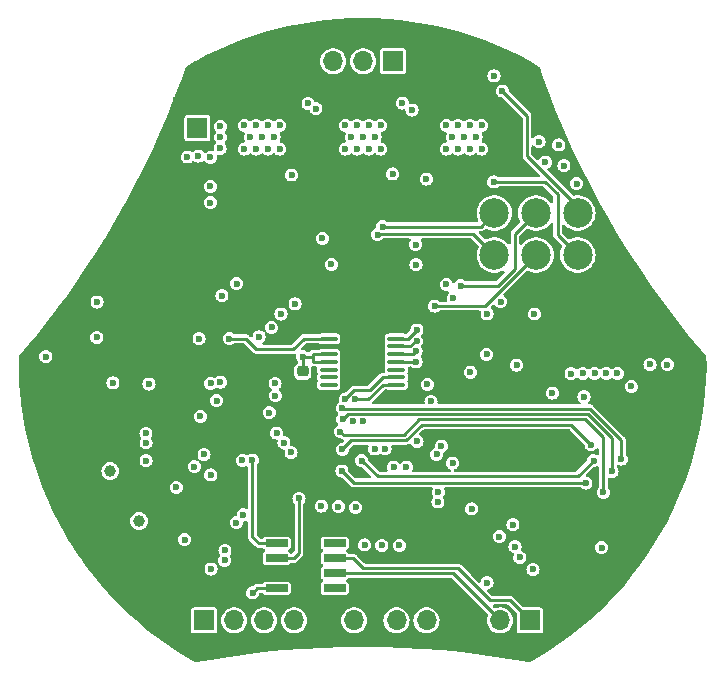
<source format=gbr>
%TF.GenerationSoftware,KiCad,Pcbnew,7.0.9*%
%TF.CreationDate,2023-12-12T19:27:25-05:00*%
%TF.ProjectId,MotorDriver,4d6f746f-7244-4726-9976-65722e6b6963,rev?*%
%TF.SameCoordinates,Original*%
%TF.FileFunction,Copper,L4,Bot*%
%TF.FilePolarity,Positive*%
%FSLAX46Y46*%
G04 Gerber Fmt 4.6, Leading zero omitted, Abs format (unit mm)*
G04 Created by KiCad (PCBNEW 7.0.9) date 2023-12-12 19:27:25*
%MOMM*%
%LPD*%
G01*
G04 APERTURE LIST*
G04 Aperture macros list*
%AMRoundRect*
0 Rectangle with rounded corners*
0 $1 Rounding radius*
0 $2 $3 $4 $5 $6 $7 $8 $9 X,Y pos of 4 corners*
0 Add a 4 corners polygon primitive as box body*
4,1,4,$2,$3,$4,$5,$6,$7,$8,$9,$2,$3,0*
0 Add four circle primitives for the rounded corners*
1,1,$1+$1,$2,$3*
1,1,$1+$1,$4,$5*
1,1,$1+$1,$6,$7*
1,1,$1+$1,$8,$9*
0 Add four rect primitives between the rounded corners*
20,1,$1+$1,$2,$3,$4,$5,0*
20,1,$1+$1,$4,$5,$6,$7,0*
20,1,$1+$1,$6,$7,$8,$9,0*
20,1,$1+$1,$8,$9,$2,$3,0*%
G04 Aperture macros list end*
%TA.AperFunction,ComponentPad*%
%ADD10R,1.700000X1.700000*%
%TD*%
%TA.AperFunction,ComponentPad*%
%ADD11O,1.700000X1.700000*%
%TD*%
%TA.AperFunction,ComponentPad*%
%ADD12C,1.007000*%
%TD*%
%TA.AperFunction,SMDPad,CuDef*%
%ADD13C,2.500000*%
%TD*%
%TA.AperFunction,SMDPad,CuDef*%
%ADD14RoundRect,0.225000X0.250000X-0.225000X0.250000X0.225000X-0.250000X0.225000X-0.250000X-0.225000X0*%
%TD*%
%TA.AperFunction,SMDPad,CuDef*%
%ADD15RoundRect,0.042000X-0.908000X-0.258000X0.908000X-0.258000X0.908000X0.258000X-0.908000X0.258000X0*%
%TD*%
%TA.AperFunction,SMDPad,CuDef*%
%ADD16RoundRect,0.100000X0.637500X0.100000X-0.637500X0.100000X-0.637500X-0.100000X0.637500X-0.100000X0*%
%TD*%
%TA.AperFunction,ViaPad*%
%ADD17C,0.600000*%
%TD*%
%TA.AperFunction,Conductor*%
%ADD18C,0.250000*%
%TD*%
G04 APERTURE END LIST*
D10*
%TO.P,J2,1,Pin_1*%
%TO.N,/Microcontroller/NRST*%
X70408800Y-156514800D03*
D11*
%TO.P,J2,2,Pin_2*%
%TO.N,/Microcontroller/TCK*%
X72948800Y-156514800D03*
%TO.P,J2,3,Pin_3*%
%TO.N,/Microcontroller/TMS*%
X75488800Y-156514800D03*
%TO.P,J2,4,Pin_4*%
%TO.N,/Microcontroller/SWO*%
X78028800Y-156514800D03*
%TO.P,J2,5,Pin_5*%
%TO.N,GND*%
X80568800Y-156514800D03*
%TO.P,J2,6,Pin_6*%
%TO.N,+3.3V*%
X83108800Y-156514800D03*
%TD*%
D10*
%TO.P,J3,1,Pin_1*%
%TO.N,Net-(J3-Pin_1)*%
X97998200Y-156514800D03*
D11*
%TO.P,J3,2,Pin_2*%
%TO.N,Net-(J3-Pin_2)*%
X95458200Y-156514800D03*
%TD*%
D10*
%TO.P,J4,1,Pin_1*%
%TO.N,Vdrive*%
X69824600Y-114838400D03*
D11*
%TO.P,J4,2,Pin_2*%
%TO.N,GND*%
X69824600Y-112298400D03*
%TD*%
D10*
%TO.P,J5,1,Pin_1*%
%TO.N,/MotorController/MOTA*%
X86410800Y-109169200D03*
D11*
%TO.P,J5,2,Pin_2*%
%TO.N,/MotorController/MOTB*%
X83870800Y-109169200D03*
%TO.P,J5,3,Pin_3*%
%TO.N,/MotorController/MOTC*%
X81330800Y-109169200D03*
%TD*%
D10*
%TO.P,J1,1,Pin_1*%
%TO.N,GND*%
X91770200Y-156514800D03*
D11*
%TO.P,J1,2,Pin_2*%
%TO.N,/Microcontroller/UART_RX*%
X89230200Y-156514800D03*
%TO.P,J1,3,Pin_3*%
%TO.N,/Microcontroller/UART_TX*%
X86690200Y-156514800D03*
%TD*%
D12*
%TO.P,Y2,1*%
%TO.N,/Microcontroller/CLK_N*%
X64894800Y-148106841D03*
%TO.P,Y2,2*%
%TO.N,/Microcontroller/CLK_P*%
X62454800Y-143880637D03*
%TD*%
D13*
%TO.P,TP5,1,1*%
%TO.N,/MotorController/GHA*%
X102031800Y-122021600D03*
%TD*%
%TO.P,TP9,1,1*%
%TO.N,/MotorController/GLB*%
X98501200Y-125577600D03*
%TD*%
D14*
%TO.P,C10,1*%
%TO.N,GND*%
X78740000Y-136982200D03*
%TO.P,C10,2*%
%TO.N,+3.3V*%
X78740000Y-135432200D03*
%TD*%
D15*
%TO.P,U2,1,TXD*%
%TO.N,/Microcontroller/CAN2_TX*%
X76547800Y-153797000D03*
%TO.P,U2,2,GND*%
%TO.N,GND*%
X76547800Y-152527000D03*
%TO.P,U2,3,VCC*%
%TO.N,+3.3V*%
X76547800Y-151257000D03*
%TO.P,U2,4,RXD*%
%TO.N,/Microcontroller/CAN2_RX*%
X76547800Y-149987000D03*
%TO.P,U2,5,~{SIL}*%
%TO.N,/Microcontroller/CAN2_Silent*%
X81457800Y-149987000D03*
%TO.P,U2,6,CANL*%
%TO.N,Net-(J3-Pin_1)*%
X81457800Y-151257000D03*
%TO.P,U2,7,CANH*%
%TO.N,Net-(J3-Pin_2)*%
X81457800Y-152527000D03*
%TO.P,U2,8,STBY*%
%TO.N,/Microcontroller/CAN2_Standby*%
X81457800Y-153797000D03*
%TD*%
D13*
%TO.P,TP11,1,1*%
%TO.N,/MotorController/GHC*%
X94970600Y-122021600D03*
%TD*%
%TO.P,TP12,1,1*%
%TO.N,/MotorController/GLC*%
X94970600Y-125577600D03*
%TD*%
%TO.P,TP6,1,1*%
%TO.N,/MotorController/GLA*%
X102031800Y-125577600D03*
%TD*%
%TO.P,TP8,1,1*%
%TO.N,/MotorController/GHB*%
X98501200Y-122021600D03*
%TD*%
D16*
%TO.P,U3,1,CSn*%
%TO.N,/Encoder/SPI3.CS*%
X86682500Y-132670000D03*
%TO.P,U3,2,CLK*%
%TO.N,/Encoder/SPI3.SCK*%
X86682500Y-133320000D03*
%TO.P,U3,3,MISO*%
%TO.N,/Encoder/SPI3.MISO*%
X86682500Y-133970000D03*
%TO.P,U3,4,MOSI*%
%TO.N,/Encoder/SPI3.MOSI*%
X86682500Y-134620000D03*
%TO.P,U3,5,TEST*%
%TO.N,unconnected-(U3-TEST-Pad5)*%
X86682500Y-135270000D03*
%TO.P,U3,6,B*%
%TO.N,/Encoder/M1_ENC.B*%
X86682500Y-135920000D03*
%TO.P,U3,7,A*%
%TO.N,/Encoder/M1_ENC.A*%
X86682500Y-136570000D03*
%TO.P,U3,8,W/PWM*%
%TO.N,unconnected-(U3-W{slash}PWM-Pad8)*%
X80957500Y-136570000D03*
%TO.P,U3,9,V*%
%TO.N,unconnected-(U3-V-Pad9)*%
X80957500Y-135920000D03*
%TO.P,U3,10,U*%
%TO.N,unconnected-(U3-U-Pad10)*%
X80957500Y-135270000D03*
%TO.P,U3,11,VDD*%
%TO.N,+3.3V*%
X80957500Y-134620000D03*
%TO.P,U3,12,3V3*%
X80957500Y-133970000D03*
%TO.P,U3,13,GND*%
%TO.N,GND*%
X80957500Y-133320000D03*
%TO.P,U3,14,I/PWM*%
%TO.N,/Encoder/M1_ENC.I*%
X80957500Y-132670000D03*
%TD*%
D17*
%TO.N,GND*%
X67995800Y-113360200D03*
X68021200Y-112445800D03*
X70916800Y-110134400D03*
X71729600Y-110871000D03*
X71780400Y-112318800D03*
%TO.N,Vdrive*%
X69900800Y-117195600D03*
X71755000Y-116535200D03*
X71780400Y-115595400D03*
X71780400Y-114681000D03*
X68986400Y-117271800D03*
X100863400Y-118008400D03*
X105384600Y-135585200D03*
X84353504Y-116604800D03*
X74320296Y-115598084D03*
X84870800Y-115598084D03*
X91421304Y-115598084D03*
X101473000Y-135610600D03*
X61341000Y-129565400D03*
X92904008Y-114604800D03*
X91904008Y-116604800D03*
X70916800Y-121132600D03*
X100431600Y-116255800D03*
X94361000Y-130556000D03*
X82353504Y-116604800D03*
X96850200Y-134899400D03*
X92904008Y-116604800D03*
X103454200Y-135585200D03*
X90904008Y-116604800D03*
X76320296Y-115598084D03*
X83353504Y-116604800D03*
X70916800Y-117297200D03*
X90904008Y-114604800D03*
X92421304Y-115598084D03*
X76803000Y-116604800D03*
X74803000Y-116604800D03*
X102463600Y-135585200D03*
X91904008Y-114604800D03*
X82870800Y-115598084D03*
X104444800Y-135585200D03*
X83870800Y-115598084D03*
X70916800Y-119761000D03*
X98755200Y-115976400D03*
X93904008Y-114604800D03*
X93421304Y-115598084D03*
X98348800Y-130556000D03*
X73803000Y-116604800D03*
X93904008Y-116604800D03*
X75320296Y-115598084D03*
X83353504Y-114604800D03*
X85353504Y-114604800D03*
X85353504Y-116604800D03*
X75803000Y-114604800D03*
X82353504Y-114604800D03*
X74803000Y-114604800D03*
X75803000Y-116604800D03*
X101930200Y-119532400D03*
X73803000Y-114604800D03*
X76803000Y-114604800D03*
X84353504Y-114604800D03*
X99280897Y-117711303D03*
%TO.N,GND*%
X59156600Y-147828000D03*
X83845400Y-124841000D03*
X110845600Y-142976600D03*
X63423800Y-153720800D03*
X97917000Y-159156400D03*
X65811400Y-127838200D03*
X82575400Y-106375200D03*
X112039400Y-135204200D03*
X97967052Y-140970000D03*
X106629200Y-138303000D03*
X99415600Y-148005800D03*
X85166200Y-106375200D03*
X95560767Y-140970000D03*
X107823000Y-149047200D03*
X72644000Y-108762800D03*
X97978033Y-142120000D03*
X95571748Y-142120000D03*
X69723000Y-110286800D03*
X68529200Y-124434600D03*
X79806800Y-106629200D03*
X66319400Y-156362400D03*
X109499400Y-146227800D03*
X103784400Y-154305000D03*
X96774000Y-143230600D03*
X99466400Y-136093200D03*
X97942400Y-143230600D03*
X98298000Y-110591600D03*
X60960000Y-150825200D03*
X75311000Y-124739400D03*
X101523800Y-127863600D03*
X74549000Y-107848400D03*
X101066600Y-156794200D03*
X78689200Y-126339600D03*
X57531000Y-144576800D03*
X93040200Y-107848400D03*
X78740000Y-124587000D03*
X91084400Y-124841000D03*
X87985600Y-106629200D03*
X95580200Y-143230600D03*
X70840600Y-127812800D03*
X106019600Y-151587200D03*
X69723000Y-159131000D03*
X70789800Y-131902200D03*
X95935800Y-109143800D03*
X55753000Y-136677400D03*
X102870000Y-127889000D03*
X96810381Y-142120000D03*
X56413400Y-140741400D03*
X111785400Y-139446000D03*
X96799400Y-140970000D03*
%TO.N,+3.3V*%
X70967600Y-144195800D03*
X56997600Y-134188201D03*
X109626400Y-134848600D03*
X93065600Y-147066000D03*
X78740000Y-134188200D03*
X106578400Y-136702800D03*
X108153200Y-134823200D03*
X69977000Y-132664200D03*
X65735200Y-136499600D03*
X94361000Y-153314401D03*
X104063800Y-150342600D03*
X78435200Y-146177000D03*
%TO.N,/Microcontroller/UART_TX*%
X68035800Y-145237201D03*
%TO.N,/Microcontroller/UART_RX*%
X68760300Y-149682201D03*
%TO.N,/Microcontroller/TMS*%
X76428600Y-137490201D03*
%TO.N,/Microcontroller/TCK*%
X76413893Y-136435501D03*
%TO.N,/Microcontroller/SWO*%
X75907900Y-138925301D03*
%TO.N,/Microcontroller/CAN2_RX*%
X74472800Y-142925800D03*
%TO.N,/Microcontroller/CAN2_TX*%
X73631460Y-142967637D03*
X74508700Y-154178501D03*
%TO.N,/Encoder/SPI3.CS*%
X88417400Y-131927600D03*
X78105000Y-129717798D03*
%TO.N,/Encoder/SPI3.SCK*%
X88383037Y-132864260D03*
X76911200Y-130581400D03*
%TO.N,/Encoder/SPI3.MISO*%
X88341200Y-133705600D03*
X76112813Y-131710918D03*
%TO.N,/Encoder/SPI3.MOSI*%
X75057000Y-132511800D03*
X88341200Y-134620000D03*
%TO.N,/Encoder/M1_ENC.I*%
X72529698Y-132651498D03*
%TO.N,/Encoder/M1_ENC.A*%
X83207489Y-137792090D03*
X71783870Y-136332301D03*
%TO.N,/Encoder/M1_ENC.B*%
X82346800Y-137769601D03*
X70960800Y-136442001D03*
%TO.N,/MotorController/SPC*%
X91490800Y-129204900D03*
X90243289Y-145646512D03*
X71907400Y-129006600D03*
%TO.N,/MotorController/SNC*%
X90195400Y-146481801D03*
X73152000Y-127990600D03*
X90906600Y-128066801D03*
%TO.N,/MotorController/SPA*%
X89305900Y-136537400D03*
X88315800Y-124688600D03*
%TO.N,/MotorController/SNA*%
X89609299Y-137970900D03*
X88341204Y-126390400D03*
%TO.N,/MotorController/SPB*%
X80416400Y-124155200D03*
X82981800Y-139669900D03*
%TO.N,/MotorController/SNB*%
X83864978Y-139669900D03*
X81178400Y-126365000D03*
%TO.N,/MotorController/GHA*%
X94310200Y-133985000D03*
X95656400Y-111683800D03*
%TO.N,/MotorController/GLA*%
X94919800Y-119380000D03*
X92930894Y-135495337D03*
%TO.N,/MotorController/GHB*%
X87177775Y-112705101D03*
X90478111Y-141733117D03*
X92115800Y-128168401D03*
%TO.N,/MotorController/GLB*%
X89204799Y-119151400D03*
X89923200Y-129895601D03*
X88435633Y-141352344D03*
X86370800Y-118708800D03*
%TO.N,/MotorController/GHC*%
X85727631Y-141978381D03*
X79199641Y-112728206D03*
X85521800Y-123164601D03*
X90076100Y-142447204D03*
%TO.N,/MotorController/GLC*%
X85094263Y-123840187D03*
X91437089Y-143176890D03*
X84836000Y-141988500D03*
X77800200Y-118795801D03*
%TO.N,/Microcontroller/DRV.INLC*%
X82092800Y-142036798D03*
X103164685Y-141627900D03*
%TO.N,/Microcontroller/DRV.INLB*%
X103378000Y-142976600D03*
X83743800Y-142976600D03*
%TO.N,/Microcontroller/DRV.INLA*%
X102717600Y-144881600D03*
X82067400Y-143865600D03*
%TO.N,/Microcontroller/DRV.ENABLE*%
X70992996Y-152171400D03*
X71450199Y-137896601D03*
X98247196Y-152196800D03*
%TO.N,/Microcontroller/DRV.INHA*%
X104190800Y-145669000D03*
X81933922Y-140521468D03*
%TO.N,/Microcontroller/DRV.INHB*%
X82143600Y-139478202D03*
X104933077Y-143901336D03*
%TO.N,/Microcontroller/DRV.INHC*%
X105714794Y-142849600D03*
X82092800Y-138531600D03*
%TO.N,/Microcontroller/SEN.VSENVM*%
X61315600Y-132537200D03*
X69570600Y-143484600D03*
%TO.N,/Microcontroller/SPI1.CS*%
X97129600Y-151180798D03*
X72136000Y-151434801D03*
%TO.N,/Microcontroller/SPI1.SCK*%
X96722146Y-150265230D03*
X72158489Y-150574112D03*
%TO.N,/Microcontroller/SPI1.MISO*%
X95402406Y-149428200D03*
X73126600Y-148244622D03*
%TO.N,/Microcontroller/SPI1.MOSI*%
X96545400Y-148412200D03*
X73710800Y-147548601D03*
%TO.N,/Microcontroller/NRST*%
X70090700Y-139247798D03*
%TO.N,Net-(U1-PC6)*%
X83235800Y-146939001D03*
X77764300Y-142290800D03*
%TO.N,Net-(U1-PC7)*%
X77154700Y-141469379D03*
X81762600Y-146888201D03*
%TO.N,Net-(U1-PC8)*%
X76532400Y-140639800D03*
X80314800Y-146837401D03*
%TO.N,Net-(U5-SH)*%
X94945200Y-110413800D03*
X95516100Y-129514600D03*
%TO.N,Net-(U6-SH)*%
X88011000Y-113309400D03*
X87528400Y-143535400D03*
%TO.N,/Microcontroller/VDDA*%
X62674200Y-136398000D03*
X70395500Y-142443200D03*
%TO.N,/Microcontroller/SEN.ISENA*%
X86918800Y-150164801D03*
X65487999Y-142983400D03*
%TO.N,/Microcontroller/SEN.ISENB*%
X65485088Y-141476017D03*
X85445600Y-150164801D03*
%TO.N,/Microcontroller/SEN.ISENC*%
X65467311Y-140676712D03*
X83997800Y-150114001D03*
%TO.N,Net-(U8-SH)*%
X79857600Y-113182401D03*
X86436200Y-143535400D03*
%TO.N,Net-(U4-FB)*%
X102565200Y-137566400D03*
X99872800Y-137261600D03*
%TD*%
D18*
%TO.N,+3.3V*%
X78740000Y-135432200D02*
X78740000Y-134188200D01*
X79629000Y-134620000D02*
X79629000Y-133985000D01*
X79603600Y-134188200D02*
X78740000Y-134188200D01*
X76547800Y-151257000D02*
X77978000Y-151257000D01*
X77978000Y-151257000D02*
X78435200Y-150799800D01*
X80957500Y-133970000D02*
X80942500Y-133985000D01*
X80942500Y-133985000D02*
X79629000Y-133985000D01*
X80957500Y-134620000D02*
X79629000Y-134620000D01*
X78435200Y-150799800D02*
X78435200Y-146177000D01*
%TO.N,/Microcontroller/CAN2_RX*%
X74472800Y-149428200D02*
X74472800Y-142925800D01*
X75031600Y-149987000D02*
X74472800Y-149428200D01*
X76547800Y-149987000D02*
X75031600Y-149987000D01*
%TO.N,/Microcontroller/CAN2_TX*%
X74890201Y-153797000D02*
X74508700Y-154178501D01*
X76547800Y-153797000D02*
X75311000Y-153797000D01*
X75311000Y-153797000D02*
X74890201Y-153797000D01*
%TO.N,/Encoder/SPI3.CS*%
X87675000Y-132670000D02*
X86682500Y-132670000D01*
X88417400Y-131927600D02*
X87675000Y-132670000D01*
%TO.N,/Encoder/SPI3.SCK*%
X87842916Y-133320000D02*
X86682500Y-133320000D01*
X88298656Y-132864260D02*
X87842916Y-133320000D01*
X88383037Y-132864260D02*
X88298656Y-132864260D01*
%TO.N,/Encoder/SPI3.MISO*%
X88076800Y-133970000D02*
X86682500Y-133970000D01*
X88341200Y-133705600D02*
X88076800Y-133970000D01*
%TO.N,/Encoder/SPI3.MOSI*%
X86682500Y-134620000D02*
X88341200Y-134620000D01*
%TO.N,/Encoder/M1_ENC.I*%
X78835800Y-132670000D02*
X77952600Y-133553200D01*
X73926698Y-132651498D02*
X72529698Y-132651498D01*
X77952600Y-133553200D02*
X74828400Y-133553200D01*
X74828400Y-133553200D02*
X73926698Y-132651498D01*
X80957500Y-132670000D02*
X78835800Y-132670000D01*
%TO.N,/Encoder/M1_ENC.A*%
X83207489Y-137792090D02*
X84306906Y-137792090D01*
X85528996Y-136570000D02*
X86682500Y-136570000D01*
X84306906Y-137792090D02*
X85528996Y-136570000D01*
%TO.N,/Encoder/M1_ENC.B*%
X83083400Y-137033001D02*
X84429599Y-137033001D01*
X82346800Y-137769601D02*
X83083400Y-137033001D01*
X84429599Y-137033001D02*
X85542600Y-135920000D01*
X85542600Y-135920000D02*
X86682500Y-135920000D01*
%TO.N,Net-(J3-Pin_1)*%
X94589600Y-154787600D02*
X96271000Y-154787600D01*
X91879000Y-152077000D02*
X94589600Y-154787600D01*
X96271000Y-154787600D02*
X97998200Y-156514800D01*
X81457800Y-151257000D02*
X83032600Y-151257000D01*
X83852600Y-152077000D02*
X91879000Y-152077000D01*
X83032600Y-151257000D02*
X83852600Y-152077000D01*
%TO.N,/MotorController/GHA*%
X102031800Y-121486805D02*
X97739200Y-117194205D01*
X102031800Y-122021600D02*
X102031800Y-121486805D01*
X97739200Y-117194205D02*
X97739200Y-113766600D01*
X97739200Y-113766600D02*
X95656400Y-111683800D01*
%TO.N,/MotorController/GLA*%
X102031800Y-125577600D02*
X100330000Y-123875800D01*
X100330000Y-123875800D02*
X100330000Y-120421401D01*
X100330000Y-120421401D02*
X99288599Y-119380000D01*
X99288599Y-119380000D02*
X94919800Y-119380000D01*
%TO.N,/MotorController/GHB*%
X96723200Y-126719204D02*
X95274003Y-128168401D01*
X98501200Y-122021600D02*
X96723200Y-123799600D01*
X95274003Y-128168401D02*
X92115800Y-128168401D01*
X96723200Y-123799600D02*
X96723200Y-126719204D01*
%TO.N,/MotorController/GLB*%
X94183199Y-129895601D02*
X89923200Y-129895601D01*
X98501200Y-125577600D02*
X94183199Y-129895601D01*
%TO.N,/MotorController/GHC*%
X85521800Y-123164601D02*
X93827599Y-123164601D01*
X93827599Y-123164601D02*
X94970600Y-122021600D01*
%TO.N,/MotorController/GLC*%
X85094263Y-123840187D02*
X85043677Y-123789601D01*
X85043677Y-123789601D02*
X93182601Y-123789601D01*
X93182601Y-123789601D02*
X94970600Y-125577600D01*
%TO.N,/Microcontroller/DRV.INLC*%
X88807001Y-139945400D02*
X87497201Y-141255200D01*
X82874398Y-141255200D02*
X82092800Y-142036798D01*
X103164685Y-141627900D02*
X101482185Y-139945400D01*
X101482185Y-139945400D02*
X88807001Y-139945400D01*
X87497201Y-141255200D02*
X82874398Y-141255200D01*
%TO.N,/Microcontroller/DRV.INLB*%
X103378000Y-142976600D02*
X102041800Y-144312800D01*
X102041800Y-144312800D02*
X85080000Y-144312800D01*
X85080000Y-144312800D02*
X83743800Y-142976600D01*
%TO.N,/Microcontroller/DRV.INLA*%
X102692200Y-144856200D02*
X102717600Y-144881600D01*
X82067400Y-143865600D02*
X83058000Y-144856200D01*
X83058000Y-144856200D02*
X102692200Y-144856200D01*
%TO.N,/Microcontroller/DRV.INHA*%
X82217654Y-140805200D02*
X81933922Y-140521468D01*
X88620605Y-139495400D02*
X87310805Y-140805200D01*
X102688008Y-139495400D02*
X88620605Y-139495400D01*
X87310805Y-140805200D02*
X82217654Y-140805200D01*
X104190800Y-145669000D02*
X104190800Y-140998192D01*
X104190800Y-140998192D02*
X102688008Y-139495400D01*
%TO.N,/Microcontroller/DRV.INHB*%
X102874404Y-139045400D02*
X104933077Y-141104073D01*
X82576402Y-139045400D02*
X102874404Y-139045400D01*
X82143600Y-139478202D02*
X82576402Y-139045400D01*
X104933077Y-141104073D02*
X104933077Y-143901336D01*
%TO.N,/Microcontroller/DRV.INHC*%
X82181400Y-138595400D02*
X103060800Y-138595400D01*
X103060800Y-138595400D02*
X105714794Y-141249394D01*
X82105200Y-138519200D02*
X82181400Y-138595400D01*
X105714794Y-141249394D02*
X105714794Y-142849600D01*
%TO.N,Net-(J3-Pin_2)*%
X91470400Y-152527000D02*
X95458200Y-156514800D01*
X81457800Y-152527000D02*
X91470400Y-152527000D01*
%TD*%
%TA.AperFunction,Conductor*%
%TO.N,GND*%
G36*
X84876696Y-105520682D02*
G01*
X85931999Y-105578196D01*
X86984520Y-105673968D01*
X88032871Y-105807873D01*
X89075673Y-105979734D01*
X90111552Y-106189324D01*
X91139142Y-106436368D01*
X92157090Y-106720540D01*
X93164055Y-107041465D01*
X94158711Y-107398722D01*
X95139747Y-107791838D01*
X96105871Y-108220297D01*
X97055810Y-108683533D01*
X97988312Y-109180938D01*
X98745962Y-109621114D01*
X98794040Y-109671811D01*
X98800810Y-109687658D01*
X99016663Y-110309296D01*
X99606736Y-111893815D01*
X100231965Y-113464795D01*
X100892039Y-115021455D01*
X101586632Y-116563022D01*
X102315397Y-118088731D01*
X103077974Y-119597825D01*
X103873984Y-121089554D01*
X104703031Y-122563179D01*
X105564704Y-124017966D01*
X106458576Y-125453195D01*
X107384202Y-126868153D01*
X108341123Y-128262136D01*
X109328864Y-129634454D01*
X110346934Y-130984424D01*
X111394829Y-132311377D01*
X112472028Y-133614655D01*
X112902447Y-134112397D01*
X112931408Y-134175982D01*
X112932652Y-134193168D01*
X112934570Y-134899399D01*
X112935032Y-135069417D01*
X112899545Y-136125690D01*
X112825750Y-137179979D01*
X112713744Y-138230896D01*
X112563675Y-139277056D01*
X112375740Y-140317082D01*
X112150187Y-141349602D01*
X111887313Y-142373257D01*
X111587464Y-143386697D01*
X111251035Y-144388590D01*
X110878470Y-145377613D01*
X110470259Y-146352465D01*
X110101140Y-147151283D01*
X110026940Y-147311860D01*
X109549097Y-148254536D01*
X109037360Y-149179251D01*
X108492403Y-150084786D01*
X107914942Y-150969948D01*
X107305741Y-151833571D01*
X106665600Y-152674518D01*
X105995363Y-153491680D01*
X105295913Y-154283982D01*
X104568172Y-155050379D01*
X103813098Y-155789862D01*
X103031686Y-156501457D01*
X102224965Y-157184226D01*
X101393998Y-157837270D01*
X100539880Y-158459728D01*
X99663736Y-159050781D01*
X98766720Y-159609650D01*
X98006676Y-160045714D01*
X97938732Y-160062002D01*
X97921624Y-160059942D01*
X97275358Y-159936060D01*
X95608087Y-159654818D01*
X93934965Y-159410792D01*
X92256821Y-159204102D01*
X90574488Y-159034853D01*
X88888803Y-158903128D01*
X87200601Y-158808991D01*
X85510721Y-158752491D01*
X83820001Y-158733654D01*
X82129281Y-158752491D01*
X80439401Y-158808991D01*
X78751199Y-158903128D01*
X77065514Y-159034853D01*
X75383181Y-159204102D01*
X73705037Y-159410792D01*
X72031915Y-159654818D01*
X70364644Y-159936060D01*
X69718375Y-160059942D01*
X69648829Y-160053230D01*
X69633323Y-160045714D01*
X68873281Y-159609651D01*
X67976265Y-159050782D01*
X67100121Y-158459729D01*
X66246003Y-157837271D01*
X65676208Y-157389478D01*
X69308300Y-157389478D01*
X69322832Y-157462535D01*
X69322833Y-157462539D01*
X69322834Y-157462540D01*
X69378199Y-157545401D01*
X69461060Y-157600766D01*
X69461064Y-157600767D01*
X69534121Y-157615299D01*
X69534124Y-157615300D01*
X69534126Y-157615300D01*
X71283476Y-157615300D01*
X71283477Y-157615299D01*
X71356540Y-157600766D01*
X71439401Y-157545401D01*
X71494766Y-157462540D01*
X71509300Y-157389474D01*
X71509300Y-156514800D01*
X71843585Y-156514800D01*
X71862402Y-156717882D01*
X71918217Y-156914047D01*
X71918222Y-156914060D01*
X72009127Y-157096621D01*
X72132037Y-157259381D01*
X72282758Y-157396780D01*
X72282760Y-157396782D01*
X72381941Y-157458192D01*
X72456163Y-157504148D01*
X72646344Y-157577824D01*
X72846824Y-157615300D01*
X72846826Y-157615300D01*
X73050774Y-157615300D01*
X73050776Y-157615300D01*
X73251256Y-157577824D01*
X73441437Y-157504148D01*
X73614841Y-157396781D01*
X73765564Y-157259379D01*
X73888473Y-157096621D01*
X73979382Y-156914050D01*
X74035197Y-156717883D01*
X74054015Y-156514800D01*
X74383585Y-156514800D01*
X74402402Y-156717882D01*
X74458217Y-156914047D01*
X74458222Y-156914060D01*
X74549127Y-157096621D01*
X74672037Y-157259381D01*
X74822758Y-157396780D01*
X74822760Y-157396782D01*
X74921941Y-157458192D01*
X74996163Y-157504148D01*
X75186344Y-157577824D01*
X75386824Y-157615300D01*
X75386826Y-157615300D01*
X75590774Y-157615300D01*
X75590776Y-157615300D01*
X75791256Y-157577824D01*
X75981437Y-157504148D01*
X76154841Y-157396781D01*
X76305564Y-157259379D01*
X76428473Y-157096621D01*
X76519382Y-156914050D01*
X76575197Y-156717883D01*
X76594015Y-156514800D01*
X76923585Y-156514800D01*
X76942402Y-156717882D01*
X76998217Y-156914047D01*
X76998222Y-156914060D01*
X77089127Y-157096621D01*
X77212037Y-157259381D01*
X77362758Y-157396780D01*
X77362760Y-157396782D01*
X77461941Y-157458192D01*
X77536163Y-157504148D01*
X77726344Y-157577824D01*
X77926824Y-157615300D01*
X77926826Y-157615300D01*
X78130774Y-157615300D01*
X78130776Y-157615300D01*
X78331256Y-157577824D01*
X78521437Y-157504148D01*
X78694841Y-157396781D01*
X78845564Y-157259379D01*
X78968473Y-157096621D01*
X79059382Y-156914050D01*
X79115197Y-156717883D01*
X79134015Y-156514800D01*
X82003585Y-156514800D01*
X82022402Y-156717882D01*
X82078217Y-156914047D01*
X82078222Y-156914060D01*
X82169127Y-157096621D01*
X82292037Y-157259381D01*
X82442758Y-157396780D01*
X82442760Y-157396782D01*
X82541941Y-157458192D01*
X82616163Y-157504148D01*
X82806344Y-157577824D01*
X83006824Y-157615300D01*
X83006826Y-157615300D01*
X83210774Y-157615300D01*
X83210776Y-157615300D01*
X83411256Y-157577824D01*
X83601437Y-157504148D01*
X83774841Y-157396781D01*
X83925564Y-157259379D01*
X84048473Y-157096621D01*
X84139382Y-156914050D01*
X84195197Y-156717883D01*
X84214015Y-156514800D01*
X85584985Y-156514800D01*
X85603802Y-156717882D01*
X85659617Y-156914047D01*
X85659622Y-156914060D01*
X85750527Y-157096621D01*
X85873437Y-157259381D01*
X86024158Y-157396780D01*
X86024160Y-157396782D01*
X86123341Y-157458192D01*
X86197563Y-157504148D01*
X86387744Y-157577824D01*
X86588224Y-157615300D01*
X86588226Y-157615300D01*
X86792174Y-157615300D01*
X86792176Y-157615300D01*
X86992656Y-157577824D01*
X87182837Y-157504148D01*
X87356241Y-157396781D01*
X87506964Y-157259379D01*
X87629873Y-157096621D01*
X87720782Y-156914050D01*
X87776597Y-156717883D01*
X87795415Y-156514800D01*
X88124985Y-156514800D01*
X88143802Y-156717882D01*
X88199617Y-156914047D01*
X88199622Y-156914060D01*
X88290527Y-157096621D01*
X88413437Y-157259381D01*
X88564158Y-157396780D01*
X88564160Y-157396782D01*
X88663341Y-157458192D01*
X88737563Y-157504148D01*
X88927744Y-157577824D01*
X89128224Y-157615300D01*
X89128226Y-157615300D01*
X89332174Y-157615300D01*
X89332176Y-157615300D01*
X89532656Y-157577824D01*
X89722837Y-157504148D01*
X89896241Y-157396781D01*
X90046964Y-157259379D01*
X90169873Y-157096621D01*
X90260782Y-156914050D01*
X90316597Y-156717883D01*
X90335415Y-156514800D01*
X90316597Y-156311717D01*
X90260782Y-156115550D01*
X90257802Y-156109566D01*
X90216472Y-156026564D01*
X90169873Y-155932979D01*
X90046964Y-155770221D01*
X90046962Y-155770218D01*
X89896241Y-155632819D01*
X89896239Y-155632817D01*
X89722842Y-155525455D01*
X89722835Y-155525451D01*
X89616350Y-155484199D01*
X89532656Y-155451776D01*
X89332176Y-155414300D01*
X89128224Y-155414300D01*
X88927744Y-155451776D01*
X88927741Y-155451776D01*
X88927741Y-155451777D01*
X88737564Y-155525451D01*
X88737557Y-155525455D01*
X88564160Y-155632817D01*
X88564158Y-155632819D01*
X88413437Y-155770218D01*
X88290527Y-155932978D01*
X88199622Y-156115539D01*
X88199617Y-156115552D01*
X88143802Y-156311717D01*
X88124985Y-156514799D01*
X88124985Y-156514800D01*
X87795415Y-156514800D01*
X87776597Y-156311717D01*
X87720782Y-156115550D01*
X87717802Y-156109566D01*
X87676472Y-156026564D01*
X87629873Y-155932979D01*
X87506964Y-155770221D01*
X87506962Y-155770218D01*
X87356241Y-155632819D01*
X87356239Y-155632817D01*
X87182842Y-155525455D01*
X87182835Y-155525451D01*
X87076350Y-155484199D01*
X86992656Y-155451776D01*
X86792176Y-155414300D01*
X86588224Y-155414300D01*
X86387744Y-155451776D01*
X86387741Y-155451776D01*
X86387741Y-155451777D01*
X86197564Y-155525451D01*
X86197557Y-155525455D01*
X86024160Y-155632817D01*
X86024158Y-155632819D01*
X85873437Y-155770218D01*
X85750527Y-155932978D01*
X85659622Y-156115539D01*
X85659617Y-156115552D01*
X85603802Y-156311717D01*
X85584985Y-156514799D01*
X85584985Y-156514800D01*
X84214015Y-156514800D01*
X84195197Y-156311717D01*
X84139382Y-156115550D01*
X84136402Y-156109566D01*
X84095072Y-156026564D01*
X84048473Y-155932979D01*
X83925564Y-155770221D01*
X83925562Y-155770218D01*
X83774841Y-155632819D01*
X83774839Y-155632817D01*
X83601442Y-155525455D01*
X83601435Y-155525451D01*
X83494950Y-155484199D01*
X83411256Y-155451776D01*
X83210776Y-155414300D01*
X83006824Y-155414300D01*
X82806344Y-155451776D01*
X82806341Y-155451776D01*
X82806341Y-155451777D01*
X82616164Y-155525451D01*
X82616157Y-155525455D01*
X82442760Y-155632817D01*
X82442758Y-155632819D01*
X82292037Y-155770218D01*
X82169127Y-155932978D01*
X82078222Y-156115539D01*
X82078217Y-156115552D01*
X82022402Y-156311717D01*
X82003585Y-156514799D01*
X82003585Y-156514800D01*
X79134015Y-156514800D01*
X79115197Y-156311717D01*
X79059382Y-156115550D01*
X79056402Y-156109566D01*
X79015072Y-156026564D01*
X78968473Y-155932979D01*
X78845564Y-155770221D01*
X78845562Y-155770218D01*
X78694841Y-155632819D01*
X78694839Y-155632817D01*
X78521442Y-155525455D01*
X78521435Y-155525451D01*
X78414950Y-155484199D01*
X78331256Y-155451776D01*
X78130776Y-155414300D01*
X77926824Y-155414300D01*
X77726344Y-155451776D01*
X77726341Y-155451776D01*
X77726341Y-155451777D01*
X77536164Y-155525451D01*
X77536157Y-155525455D01*
X77362760Y-155632817D01*
X77362758Y-155632819D01*
X77212037Y-155770218D01*
X77089127Y-155932978D01*
X76998222Y-156115539D01*
X76998217Y-156115552D01*
X76942402Y-156311717D01*
X76923585Y-156514799D01*
X76923585Y-156514800D01*
X76594015Y-156514800D01*
X76575197Y-156311717D01*
X76519382Y-156115550D01*
X76516402Y-156109566D01*
X76475072Y-156026564D01*
X76428473Y-155932979D01*
X76305564Y-155770221D01*
X76305562Y-155770218D01*
X76154841Y-155632819D01*
X76154839Y-155632817D01*
X75981442Y-155525455D01*
X75981435Y-155525451D01*
X75874950Y-155484199D01*
X75791256Y-155451776D01*
X75590776Y-155414300D01*
X75386824Y-155414300D01*
X75186344Y-155451776D01*
X75186341Y-155451776D01*
X75186341Y-155451777D01*
X74996164Y-155525451D01*
X74996157Y-155525455D01*
X74822760Y-155632817D01*
X74822758Y-155632819D01*
X74672037Y-155770218D01*
X74549127Y-155932978D01*
X74458222Y-156115539D01*
X74458217Y-156115552D01*
X74402402Y-156311717D01*
X74383585Y-156514799D01*
X74383585Y-156514800D01*
X74054015Y-156514800D01*
X74035197Y-156311717D01*
X73979382Y-156115550D01*
X73976402Y-156109566D01*
X73935072Y-156026564D01*
X73888473Y-155932979D01*
X73765564Y-155770221D01*
X73765562Y-155770218D01*
X73614841Y-155632819D01*
X73614839Y-155632817D01*
X73441442Y-155525455D01*
X73441435Y-155525451D01*
X73334950Y-155484199D01*
X73251256Y-155451776D01*
X73050776Y-155414300D01*
X72846824Y-155414300D01*
X72646344Y-155451776D01*
X72646341Y-155451776D01*
X72646341Y-155451777D01*
X72456164Y-155525451D01*
X72456157Y-155525455D01*
X72282760Y-155632817D01*
X72282758Y-155632819D01*
X72132037Y-155770218D01*
X72009127Y-155932978D01*
X71918222Y-156115539D01*
X71918217Y-156115552D01*
X71862402Y-156311717D01*
X71843585Y-156514799D01*
X71843585Y-156514800D01*
X71509300Y-156514800D01*
X71509300Y-155640126D01*
X71509300Y-155640123D01*
X71509299Y-155640121D01*
X71494767Y-155567064D01*
X71494766Y-155567060D01*
X71439401Y-155484199D01*
X71356540Y-155428834D01*
X71356539Y-155428833D01*
X71356535Y-155428832D01*
X71283477Y-155414300D01*
X71283474Y-155414300D01*
X69534126Y-155414300D01*
X69534123Y-155414300D01*
X69461064Y-155428832D01*
X69461060Y-155428833D01*
X69378199Y-155484199D01*
X69322833Y-155567060D01*
X69322832Y-155567064D01*
X69308300Y-155640121D01*
X69308300Y-157389478D01*
X65676208Y-157389478D01*
X65415036Y-157184227D01*
X64608315Y-156501458D01*
X63826903Y-155789863D01*
X63071829Y-155050380D01*
X62344088Y-154283983D01*
X62250968Y-154178501D01*
X73953450Y-154178501D01*
X73972370Y-154322209D01*
X73972371Y-154322213D01*
X74027837Y-154456123D01*
X74027838Y-154456125D01*
X74027839Y-154456126D01*
X74116079Y-154571122D01*
X74231075Y-154659362D01*
X74364991Y-154714831D01*
X74491980Y-154731549D01*
X74508699Y-154733751D01*
X74508700Y-154733751D01*
X74508701Y-154733751D01*
X74523677Y-154731779D01*
X74652409Y-154714831D01*
X74786325Y-154659362D01*
X74901321Y-154571122D01*
X74989561Y-154456126D01*
X75045030Y-154322210D01*
X75050546Y-154280313D01*
X75078813Y-154216417D01*
X75137138Y-154177947D01*
X75173485Y-154172500D01*
X75248340Y-154172500D01*
X75294240Y-154172500D01*
X75361279Y-154192185D01*
X75385510Y-154215713D01*
X75386183Y-154215041D01*
X75394308Y-154223166D01*
X75471634Y-154300492D01*
X75571672Y-154344663D01*
X75596125Y-154347500D01*
X77499474Y-154347499D01*
X77523928Y-154344663D01*
X77623966Y-154300492D01*
X77701292Y-154223166D01*
X77745463Y-154123128D01*
X77748300Y-154098675D01*
X77748300Y-154098667D01*
X80257300Y-154098667D01*
X80257302Y-154098690D01*
X80260136Y-154123125D01*
X80260137Y-154123128D01*
X80304307Y-154223165D01*
X80304308Y-154223166D01*
X80381634Y-154300492D01*
X80481672Y-154344663D01*
X80506125Y-154347500D01*
X82409474Y-154347499D01*
X82433928Y-154344663D01*
X82533966Y-154300492D01*
X82611292Y-154223166D01*
X82655463Y-154123128D01*
X82658300Y-154098675D01*
X82658299Y-153495326D01*
X82655463Y-153470872D01*
X82611292Y-153370834D01*
X82533966Y-153293508D01*
X82493030Y-153275433D01*
X82439655Y-153230346D01*
X82419128Y-153163560D01*
X82437967Y-153096278D01*
X82490191Y-153049862D01*
X82492953Y-153048600D01*
X82533966Y-153030492D01*
X82611292Y-152953166D01*
X82611292Y-152953165D01*
X82619417Y-152945041D01*
X82621029Y-152946653D01*
X82663184Y-152912241D01*
X82711360Y-152902500D01*
X91263501Y-152902500D01*
X91330540Y-152922185D01*
X91351182Y-152938819D01*
X94398490Y-155986128D01*
X94431975Y-156047451D01*
X94427532Y-156109566D01*
X94429187Y-156110037D01*
X94427618Y-156115548D01*
X94427618Y-156115550D01*
X94416461Y-156154764D01*
X94371802Y-156311717D01*
X94352985Y-156514799D01*
X94352985Y-156514800D01*
X94371802Y-156717882D01*
X94427617Y-156914047D01*
X94427622Y-156914060D01*
X94518527Y-157096621D01*
X94641437Y-157259381D01*
X94792158Y-157396780D01*
X94792160Y-157396782D01*
X94891341Y-157458192D01*
X94965563Y-157504148D01*
X95155744Y-157577824D01*
X95356224Y-157615300D01*
X95356226Y-157615300D01*
X95560174Y-157615300D01*
X95560176Y-157615300D01*
X95760656Y-157577824D01*
X95950837Y-157504148D01*
X96124241Y-157396781D01*
X96274964Y-157259379D01*
X96397873Y-157096621D01*
X96488782Y-156914050D01*
X96544597Y-156717883D01*
X96563415Y-156514800D01*
X96544597Y-156311717D01*
X96488782Y-156115550D01*
X96485802Y-156109566D01*
X96444472Y-156026564D01*
X96397873Y-155932979D01*
X96274964Y-155770221D01*
X96274962Y-155770218D01*
X96124241Y-155632819D01*
X96124239Y-155632817D01*
X95950842Y-155525455D01*
X95950835Y-155525451D01*
X95844350Y-155484199D01*
X95760656Y-155451776D01*
X95560176Y-155414300D01*
X95356224Y-155414300D01*
X95278484Y-155428832D01*
X95155736Y-155451777D01*
X95065643Y-155486679D01*
X94996020Y-155492540D01*
X94934280Y-155459830D01*
X94933170Y-155458733D01*
X94849218Y-155374781D01*
X94815733Y-155313458D01*
X94820717Y-155243766D01*
X94862589Y-155187833D01*
X94928053Y-155163416D01*
X94936899Y-155163100D01*
X96064101Y-155163100D01*
X96131140Y-155182785D01*
X96151782Y-155199419D01*
X96861381Y-155909018D01*
X96894866Y-155970341D01*
X96897700Y-155996699D01*
X96897700Y-157389478D01*
X96912232Y-157462535D01*
X96912233Y-157462539D01*
X96912234Y-157462540D01*
X96967599Y-157545401D01*
X97050460Y-157600766D01*
X97050464Y-157600767D01*
X97123521Y-157615299D01*
X97123524Y-157615300D01*
X97123526Y-157615300D01*
X98872876Y-157615300D01*
X98872877Y-157615299D01*
X98945940Y-157600766D01*
X99028801Y-157545401D01*
X99084166Y-157462540D01*
X99098700Y-157389474D01*
X99098700Y-155640126D01*
X99098700Y-155640123D01*
X99098699Y-155640121D01*
X99084167Y-155567064D01*
X99084166Y-155567060D01*
X99028801Y-155484199D01*
X98945940Y-155428834D01*
X98945939Y-155428833D01*
X98945935Y-155428832D01*
X98872877Y-155414300D01*
X98872874Y-155414300D01*
X97480099Y-155414300D01*
X97413060Y-155394615D01*
X97392418Y-155377981D01*
X96573149Y-154558711D01*
X96557022Y-154538852D01*
X96551086Y-154529767D01*
X96551083Y-154529763D01*
X96523074Y-154507963D01*
X96517310Y-154502872D01*
X96514515Y-154500077D01*
X96495505Y-154486506D01*
X96452189Y-154452790D01*
X96445274Y-154449048D01*
X96438200Y-154445590D01*
X96385596Y-154429929D01*
X96333658Y-154412099D01*
X96325923Y-154410808D01*
X96318085Y-154409831D01*
X96263244Y-154412100D01*
X94796499Y-154412100D01*
X94729460Y-154392415D01*
X94708818Y-154375781D01*
X94398904Y-154065867D01*
X94365419Y-154004544D01*
X94370403Y-153934852D01*
X94412275Y-153878919D01*
X94470399Y-153855248D01*
X94504709Y-153850731D01*
X94638625Y-153795262D01*
X94753621Y-153707022D01*
X94841861Y-153592026D01*
X94897330Y-153458110D01*
X94916250Y-153314401D01*
X94915433Y-153308199D01*
X94913499Y-153293507D01*
X94897330Y-153170692D01*
X94841861Y-153036776D01*
X94753621Y-152921780D01*
X94638625Y-152833540D01*
X94638624Y-152833539D01*
X94638622Y-152833538D01*
X94504712Y-152778072D01*
X94504710Y-152778071D01*
X94504709Y-152778071D01*
X94432854Y-152768611D01*
X94361001Y-152759151D01*
X94360999Y-152759151D01*
X94217291Y-152778071D01*
X94217287Y-152778072D01*
X94083377Y-152833538D01*
X93968379Y-152921780D01*
X93880137Y-153036778D01*
X93824671Y-153170688D01*
X93824670Y-153170693D01*
X93820153Y-153205001D01*
X93791886Y-153268898D01*
X93733561Y-153307368D01*
X93663696Y-153308199D01*
X93609533Y-153276496D01*
X93007556Y-152674519D01*
X92529838Y-152196800D01*
X97691946Y-152196800D01*
X97710866Y-152340508D01*
X97710867Y-152340512D01*
X97766333Y-152474422D01*
X97766334Y-152474424D01*
X97766335Y-152474425D01*
X97854575Y-152589421D01*
X97969571Y-152677661D01*
X98103487Y-152733130D01*
X98230476Y-152749848D01*
X98247195Y-152752050D01*
X98247196Y-152752050D01*
X98247197Y-152752050D01*
X98262173Y-152750078D01*
X98390905Y-152733130D01*
X98524821Y-152677661D01*
X98639817Y-152589421D01*
X98728057Y-152474425D01*
X98783526Y-152340509D01*
X98802446Y-152196800D01*
X98783526Y-152053091D01*
X98728057Y-151919175D01*
X98639817Y-151804179D01*
X98524821Y-151715939D01*
X98524820Y-151715938D01*
X98524818Y-151715937D01*
X98390908Y-151660471D01*
X98390906Y-151660470D01*
X98390905Y-151660470D01*
X98252445Y-151642241D01*
X98247197Y-151641550D01*
X98247195Y-151641550D01*
X98103487Y-151660470D01*
X98103483Y-151660471D01*
X97969573Y-151715937D01*
X97854575Y-151804179D01*
X97766333Y-151919177D01*
X97710867Y-152053087D01*
X97710866Y-152053091D01*
X97691946Y-152196799D01*
X97691946Y-152196800D01*
X92529838Y-152196800D01*
X92181149Y-151848111D01*
X92165022Y-151828252D01*
X92159086Y-151819167D01*
X92159083Y-151819163D01*
X92131074Y-151797363D01*
X92125310Y-151792272D01*
X92122515Y-151789477D01*
X92108257Y-151779298D01*
X92103504Y-151775905D01*
X92083702Y-151760492D01*
X92060189Y-151742190D01*
X92053274Y-151738448D01*
X92046200Y-151734990D01*
X91993596Y-151719329D01*
X91941658Y-151701499D01*
X91933923Y-151700208D01*
X91926085Y-151699231D01*
X91871244Y-151701500D01*
X84059499Y-151701500D01*
X83992460Y-151681815D01*
X83971818Y-151665181D01*
X83334749Y-151028111D01*
X83318622Y-151008252D01*
X83312686Y-150999167D01*
X83312683Y-150999163D01*
X83284674Y-150977363D01*
X83278910Y-150972272D01*
X83276115Y-150969477D01*
X83257105Y-150955906D01*
X83257039Y-150955855D01*
X83249245Y-150949788D01*
X83213789Y-150922190D01*
X83206874Y-150918448D01*
X83199800Y-150914990D01*
X83147196Y-150899329D01*
X83095258Y-150881499D01*
X83087523Y-150880208D01*
X83079685Y-150879231D01*
X83024844Y-150881500D01*
X82711360Y-150881500D01*
X82644321Y-150861815D01*
X82620089Y-150838286D01*
X82619417Y-150838959D01*
X82533967Y-150753509D01*
X82533966Y-150753508D01*
X82493030Y-150735433D01*
X82439655Y-150690346D01*
X82419128Y-150623560D01*
X82437967Y-150556278D01*
X82490191Y-150509862D01*
X82492953Y-150508600D01*
X82533966Y-150490492D01*
X82611292Y-150413166D01*
X82655463Y-150313128D01*
X82658300Y-150288675D01*
X82658300Y-150114001D01*
X83442550Y-150114001D01*
X83458578Y-150235747D01*
X83461470Y-150257709D01*
X83461471Y-150257713D01*
X83516937Y-150391623D01*
X83516938Y-150391625D01*
X83516939Y-150391626D01*
X83605179Y-150506622D01*
X83720175Y-150594862D01*
X83854091Y-150650331D01*
X83981080Y-150667049D01*
X83997799Y-150669251D01*
X83997800Y-150669251D01*
X83997801Y-150669251D01*
X84012777Y-150667279D01*
X84141509Y-150650331D01*
X84275425Y-150594862D01*
X84390421Y-150506622D01*
X84478661Y-150391626D01*
X84534130Y-150257710D01*
X84546362Y-150164801D01*
X84890350Y-150164801D01*
X84906658Y-150288674D01*
X84909270Y-150308509D01*
X84909271Y-150308513D01*
X84964737Y-150442423D01*
X84964738Y-150442425D01*
X84964739Y-150442426D01*
X85052979Y-150557422D01*
X85167975Y-150645662D01*
X85167976Y-150645662D01*
X85167977Y-150645663D01*
X85197400Y-150657850D01*
X85301891Y-150701131D01*
X85428654Y-150717820D01*
X85445599Y-150720051D01*
X85445600Y-150720051D01*
X85445601Y-150720051D01*
X85462546Y-150717820D01*
X85589309Y-150701131D01*
X85723225Y-150645662D01*
X85838221Y-150557422D01*
X85926461Y-150442426D01*
X85981930Y-150308510D01*
X86000850Y-150164801D01*
X86363550Y-150164801D01*
X86379858Y-150288674D01*
X86382470Y-150308509D01*
X86382471Y-150308513D01*
X86437937Y-150442423D01*
X86437938Y-150442425D01*
X86437939Y-150442426D01*
X86526179Y-150557422D01*
X86641175Y-150645662D01*
X86641176Y-150645662D01*
X86641177Y-150645663D01*
X86670600Y-150657850D01*
X86775091Y-150701131D01*
X86901854Y-150717820D01*
X86918799Y-150720051D01*
X86918800Y-150720051D01*
X86918801Y-150720051D01*
X86935746Y-150717820D01*
X87062509Y-150701131D01*
X87196425Y-150645662D01*
X87311421Y-150557422D01*
X87399661Y-150442426D01*
X87455130Y-150308510D01*
X87460828Y-150265230D01*
X96166896Y-150265230D01*
X96185816Y-150408938D01*
X96185817Y-150408942D01*
X96241283Y-150542852D01*
X96241284Y-150542854D01*
X96241285Y-150542855D01*
X96329525Y-150657851D01*
X96444521Y-150746091D01*
X96559810Y-150793844D01*
X96614211Y-150837683D01*
X96636276Y-150903977D01*
X96626917Y-150955855D01*
X96593270Y-151037088D01*
X96593270Y-151037089D01*
X96574350Y-151180797D01*
X96574350Y-151180798D01*
X96593270Y-151324506D01*
X96593271Y-151324510D01*
X96648737Y-151458420D01*
X96648738Y-151458422D01*
X96648739Y-151458423D01*
X96736979Y-151573419D01*
X96851975Y-151661659D01*
X96985891Y-151717128D01*
X97112880Y-151733846D01*
X97129599Y-151736048D01*
X97129600Y-151736048D01*
X97129601Y-151736048D01*
X97144577Y-151734076D01*
X97273309Y-151717128D01*
X97407225Y-151661659D01*
X97522221Y-151573419D01*
X97610461Y-151458423D01*
X97665930Y-151324507D01*
X97684850Y-151180798D01*
X97665930Y-151037089D01*
X97615109Y-150914394D01*
X97610462Y-150903175D01*
X97610461Y-150903174D01*
X97610461Y-150903173D01*
X97522221Y-150788177D01*
X97407225Y-150699937D01*
X97407224Y-150699936D01*
X97407222Y-150699935D01*
X97291938Y-150652184D01*
X97237534Y-150608344D01*
X97215469Y-150542050D01*
X97224829Y-150490171D01*
X97258476Y-150408939D01*
X97267210Y-150342600D01*
X103508550Y-150342600D01*
X103527470Y-150486308D01*
X103527471Y-150486312D01*
X103582937Y-150620222D01*
X103582938Y-150620224D01*
X103582939Y-150620225D01*
X103671179Y-150735221D01*
X103786175Y-150823461D01*
X103920091Y-150878930D01*
X104047080Y-150895648D01*
X104063799Y-150897850D01*
X104063800Y-150897850D01*
X104063801Y-150897850D01*
X104078777Y-150895878D01*
X104207509Y-150878930D01*
X104341425Y-150823461D01*
X104456421Y-150735221D01*
X104544661Y-150620225D01*
X104600130Y-150486309D01*
X104619050Y-150342600D01*
X104600130Y-150198891D01*
X104544661Y-150064975D01*
X104456421Y-149949979D01*
X104341425Y-149861739D01*
X104341424Y-149861738D01*
X104341422Y-149861737D01*
X104207512Y-149806271D01*
X104207510Y-149806270D01*
X104207509Y-149806270D01*
X104135654Y-149796810D01*
X104063801Y-149787350D01*
X104063799Y-149787350D01*
X103920091Y-149806270D01*
X103920087Y-149806271D01*
X103786177Y-149861737D01*
X103671179Y-149949979D01*
X103582937Y-150064977D01*
X103527471Y-150198887D01*
X103527470Y-150198891D01*
X103508550Y-150342599D01*
X103508550Y-150342600D01*
X97267210Y-150342600D01*
X97277396Y-150265230D01*
X97258476Y-150121521D01*
X97203007Y-149987605D01*
X97114767Y-149872609D01*
X96999771Y-149784369D01*
X96999770Y-149784368D01*
X96999768Y-149784367D01*
X96865858Y-149728901D01*
X96865856Y-149728900D01*
X96865855Y-149728900D01*
X96794000Y-149719440D01*
X96722147Y-149709980D01*
X96722145Y-149709980D01*
X96578437Y-149728900D01*
X96578433Y-149728901D01*
X96444523Y-149784367D01*
X96329525Y-149872609D01*
X96241283Y-149987607D01*
X96185817Y-150121517D01*
X96185816Y-150121521D01*
X96166896Y-150265229D01*
X96166896Y-150265230D01*
X87460828Y-150265230D01*
X87474050Y-150164801D01*
X87455130Y-150021092D01*
X87399661Y-149887176D01*
X87311421Y-149772180D01*
X87196425Y-149683940D01*
X87196424Y-149683939D01*
X87196422Y-149683938D01*
X87062512Y-149628472D01*
X87062510Y-149628471D01*
X87062509Y-149628471D01*
X86990654Y-149619011D01*
X86918801Y-149609551D01*
X86918799Y-149609551D01*
X86775091Y-149628471D01*
X86775087Y-149628472D01*
X86641177Y-149683938D01*
X86526179Y-149772180D01*
X86437937Y-149887178D01*
X86382471Y-150021088D01*
X86382470Y-150021092D01*
X86369249Y-150121517D01*
X86363550Y-150164801D01*
X86000850Y-150164801D01*
X85981930Y-150021092D01*
X85926461Y-149887176D01*
X85838221Y-149772180D01*
X85723225Y-149683940D01*
X85723224Y-149683939D01*
X85723222Y-149683938D01*
X85589312Y-149628472D01*
X85589310Y-149628471D01*
X85589309Y-149628471D01*
X85517454Y-149619011D01*
X85445601Y-149609551D01*
X85445599Y-149609551D01*
X85301891Y-149628471D01*
X85301887Y-149628472D01*
X85167977Y-149683938D01*
X85052979Y-149772180D01*
X84964737Y-149887178D01*
X84909271Y-150021088D01*
X84909270Y-150021092D01*
X84896049Y-150121517D01*
X84890350Y-150164801D01*
X84546362Y-150164801D01*
X84553050Y-150114001D01*
X84534130Y-149970292D01*
X84478661Y-149836376D01*
X84390421Y-149721380D01*
X84275425Y-149633140D01*
X84275424Y-149633139D01*
X84275422Y-149633138D01*
X84141512Y-149577672D01*
X84141510Y-149577671D01*
X84141509Y-149577671D01*
X84063084Y-149567346D01*
X83997801Y-149558751D01*
X83997799Y-149558751D01*
X83854091Y-149577671D01*
X83854087Y-149577672D01*
X83720177Y-149633138D01*
X83605179Y-149721380D01*
X83516937Y-149836378D01*
X83461471Y-149970288D01*
X83461470Y-149970292D01*
X83449005Y-150064975D01*
X83442550Y-150114001D01*
X82658300Y-150114001D01*
X82658299Y-149685326D01*
X82655463Y-149660872D01*
X82611292Y-149560834D01*
X82533966Y-149483508D01*
X82531321Y-149482340D01*
X82433929Y-149439337D01*
X82409475Y-149436500D01*
X80506132Y-149436500D01*
X80506109Y-149436502D01*
X80481674Y-149439336D01*
X80481671Y-149439337D01*
X80381634Y-149483507D01*
X80304308Y-149560833D01*
X80260137Y-149660869D01*
X80260137Y-149660871D01*
X80257300Y-149685323D01*
X80257300Y-150288667D01*
X80257302Y-150288690D01*
X80260136Y-150313125D01*
X80260137Y-150313128D01*
X80304307Y-150413165D01*
X80304308Y-150413166D01*
X80381634Y-150490492D01*
X80418163Y-150506621D01*
X80422568Y-150508566D01*
X80475944Y-150553652D01*
X80496471Y-150620438D01*
X80477633Y-150687720D01*
X80425409Y-150734137D01*
X80422568Y-150735434D01*
X80381633Y-150753508D01*
X80304308Y-150830833D01*
X80260137Y-150930869D01*
X80260137Y-150930871D01*
X80257300Y-150955323D01*
X80257300Y-151558667D01*
X80257302Y-151558690D01*
X80260136Y-151583125D01*
X80260137Y-151583128D01*
X80304307Y-151683165D01*
X80304308Y-151683166D01*
X80381634Y-151760492D01*
X80422563Y-151778564D01*
X80422568Y-151778566D01*
X80475944Y-151823652D01*
X80496471Y-151890438D01*
X80477633Y-151957720D01*
X80425409Y-152004137D01*
X80422568Y-152005434D01*
X80381633Y-152023508D01*
X80304308Y-152100833D01*
X80260137Y-152200869D01*
X80260137Y-152200871D01*
X80257300Y-152225323D01*
X80257300Y-152828667D01*
X80257302Y-152828690D01*
X80260136Y-152853125D01*
X80260137Y-152853128D01*
X80304307Y-152953165D01*
X80304308Y-152953166D01*
X80381634Y-153030492D01*
X80404160Y-153040438D01*
X80422568Y-153048566D01*
X80475944Y-153093652D01*
X80496471Y-153160438D01*
X80477633Y-153227720D01*
X80425409Y-153274137D01*
X80422568Y-153275434D01*
X80381633Y-153293508D01*
X80304308Y-153370833D01*
X80260137Y-153470869D01*
X80260137Y-153470871D01*
X80257300Y-153495323D01*
X80257300Y-154098667D01*
X77748300Y-154098667D01*
X77748299Y-153495326D01*
X77745463Y-153470872D01*
X77701292Y-153370834D01*
X77623966Y-153293508D01*
X77623964Y-153293507D01*
X77523929Y-153249337D01*
X77499475Y-153246500D01*
X75596132Y-153246500D01*
X75596109Y-153246502D01*
X75571674Y-153249336D01*
X75571671Y-153249337D01*
X75471634Y-153293507D01*
X75471633Y-153293508D01*
X75386183Y-153378959D01*
X75384570Y-153377346D01*
X75342416Y-153411759D01*
X75294240Y-153421500D01*
X74942005Y-153421500D01*
X74916560Y-153418861D01*
X74905934Y-153416633D01*
X74905931Y-153416633D01*
X74870709Y-153421023D01*
X74863033Y-153421500D01*
X74859087Y-153421500D01*
X74841816Y-153424381D01*
X74836059Y-153425342D01*
X74781571Y-153432134D01*
X74774058Y-153434371D01*
X74766588Y-153436936D01*
X74718323Y-153463055D01*
X74668993Y-153487171D01*
X74662576Y-153491753D01*
X74656376Y-153496579D01*
X74619193Y-153536969D01*
X74566344Y-153589817D01*
X74505021Y-153623301D01*
X74494850Y-153625074D01*
X74395930Y-153638097D01*
X74364991Y-153642171D01*
X74364990Y-153642171D01*
X74364987Y-153642172D01*
X74231077Y-153697638D01*
X74116079Y-153785880D01*
X74027837Y-153900878D01*
X73972371Y-154034788D01*
X73972370Y-154034792D01*
X73953450Y-154178500D01*
X73953450Y-154178501D01*
X62250968Y-154178501D01*
X61644638Y-153491681D01*
X60974401Y-152674519D01*
X60591420Y-152171400D01*
X70437746Y-152171400D01*
X70444845Y-152225325D01*
X70456666Y-152315108D01*
X70456667Y-152315112D01*
X70512133Y-152449022D01*
X70512134Y-152449024D01*
X70512135Y-152449025D01*
X70600375Y-152564021D01*
X70715371Y-152652261D01*
X70849287Y-152707730D01*
X70976276Y-152724448D01*
X70992995Y-152726650D01*
X70992996Y-152726650D01*
X70992997Y-152726650D01*
X71007973Y-152724678D01*
X71136705Y-152707730D01*
X71270621Y-152652261D01*
X71385617Y-152564021D01*
X71473857Y-152449025D01*
X71529326Y-152315109D01*
X71548246Y-152171400D01*
X71529326Y-152027691D01*
X71473857Y-151893775D01*
X71385617Y-151778779D01*
X71270621Y-151690539D01*
X71270620Y-151690538D01*
X71270618Y-151690537D01*
X71136708Y-151635071D01*
X71136706Y-151635070D01*
X71136705Y-151635070D01*
X71019414Y-151619628D01*
X70992997Y-151616150D01*
X70992995Y-151616150D01*
X70849287Y-151635070D01*
X70849283Y-151635071D01*
X70715373Y-151690537D01*
X70600375Y-151778779D01*
X70512133Y-151893777D01*
X70456667Y-152027687D01*
X70456666Y-152027691D01*
X70440408Y-152151184D01*
X70437746Y-152171400D01*
X60591420Y-152171400D01*
X60334260Y-151833572D01*
X60052966Y-151434801D01*
X71580750Y-151434801D01*
X71597058Y-151558674D01*
X71599670Y-151578509D01*
X71599671Y-151578513D01*
X71655137Y-151712423D01*
X71655138Y-151712425D01*
X71655139Y-151712426D01*
X71743379Y-151827422D01*
X71858375Y-151915662D01*
X71992291Y-151971131D01*
X72119280Y-151987849D01*
X72135999Y-151990051D01*
X72136000Y-151990051D01*
X72136001Y-151990051D01*
X72150977Y-151988079D01*
X72279709Y-151971131D01*
X72413625Y-151915662D01*
X72528621Y-151827422D01*
X72616861Y-151712426D01*
X72672330Y-151578510D01*
X72691250Y-151434801D01*
X72672330Y-151291092D01*
X72616861Y-151157176D01*
X72616860Y-151157175D01*
X72616860Y-151157174D01*
X72568842Y-151094597D01*
X72543647Y-151029428D01*
X72557685Y-150960983D01*
X72568836Y-150943631D01*
X72639350Y-150851737D01*
X72694819Y-150717821D01*
X72713739Y-150574112D01*
X72694819Y-150430403D01*
X72639350Y-150296487D01*
X72551110Y-150181491D01*
X72436114Y-150093251D01*
X72436113Y-150093250D01*
X72436111Y-150093249D01*
X72302201Y-150037783D01*
X72302199Y-150037782D01*
X72302198Y-150037782D01*
X72230343Y-150028322D01*
X72158490Y-150018862D01*
X72158488Y-150018862D01*
X72014780Y-150037782D01*
X72014776Y-150037783D01*
X71880866Y-150093249D01*
X71765868Y-150181491D01*
X71677626Y-150296489D01*
X71622160Y-150430399D01*
X71622159Y-150430403D01*
X71607355Y-150542852D01*
X71603239Y-150574112D01*
X71619961Y-150701129D01*
X71622159Y-150717820D01*
X71622160Y-150717824D01*
X71677627Y-150851735D01*
X71677628Y-150851738D01*
X71725646Y-150914315D01*
X71750841Y-150979484D01*
X71736803Y-151047929D01*
X71725647Y-151065288D01*
X71655139Y-151157175D01*
X71655138Y-151157177D01*
X71599671Y-151291088D01*
X71599670Y-151291092D01*
X71580750Y-151434801D01*
X60052966Y-151434801D01*
X59725058Y-150969949D01*
X59147598Y-150084786D01*
X58905319Y-149682201D01*
X68205050Y-149682201D01*
X68221384Y-149806271D01*
X68223970Y-149825909D01*
X68223971Y-149825913D01*
X68279437Y-149959823D01*
X68279438Y-149959825D01*
X68279439Y-149959826D01*
X68367679Y-150074822D01*
X68482675Y-150163062D01*
X68616591Y-150218531D01*
X68743580Y-150235249D01*
X68760299Y-150237451D01*
X68760300Y-150237451D01*
X68760301Y-150237451D01*
X68775277Y-150235479D01*
X68904009Y-150218531D01*
X69037925Y-150163062D01*
X69152921Y-150074822D01*
X69241161Y-149959826D01*
X69296630Y-149825910D01*
X69315550Y-149682201D01*
X69296630Y-149538492D01*
X69241161Y-149404576D01*
X69152921Y-149289580D01*
X69037925Y-149201340D01*
X69037924Y-149201339D01*
X69037922Y-149201338D01*
X68904012Y-149145872D01*
X68904010Y-149145871D01*
X68904009Y-149145871D01*
X68832154Y-149136411D01*
X68760301Y-149126951D01*
X68760299Y-149126951D01*
X68616591Y-149145871D01*
X68616587Y-149145872D01*
X68482677Y-149201338D01*
X68367679Y-149289580D01*
X68279437Y-149404578D01*
X68223971Y-149538488D01*
X68223970Y-149538492D01*
X68205050Y-149682201D01*
X58905319Y-149682201D01*
X58602640Y-149179252D01*
X58090903Y-148254537D01*
X58016037Y-148106844D01*
X64136029Y-148106844D01*
X64155051Y-148275677D01*
X64211171Y-148436060D01*
X64286479Y-148555912D01*
X64301569Y-148579927D01*
X64421714Y-148700072D01*
X64462157Y-148725484D01*
X64550432Y-148780951D01*
X64565582Y-148790470D01*
X64725958Y-148846588D01*
X64725961Y-148846588D01*
X64725963Y-148846589D01*
X64894796Y-148865612D01*
X64894800Y-148865612D01*
X64894804Y-148865612D01*
X65063636Y-148846589D01*
X65063637Y-148846588D01*
X65063642Y-148846588D01*
X65224018Y-148790470D01*
X65367886Y-148700072D01*
X65488031Y-148579927D01*
X65578429Y-148436059D01*
X65634547Y-148275683D01*
X65634548Y-148275677D01*
X65638047Y-148244622D01*
X72571350Y-148244622D01*
X72590270Y-148388330D01*
X72590271Y-148388334D01*
X72645737Y-148522244D01*
X72645738Y-148522246D01*
X72645739Y-148522247D01*
X72733979Y-148637243D01*
X72848975Y-148725483D01*
X72982891Y-148780952D01*
X73109880Y-148797670D01*
X73126599Y-148799872D01*
X73126600Y-148799872D01*
X73126601Y-148799872D01*
X73141577Y-148797900D01*
X73270309Y-148780952D01*
X73404225Y-148725483D01*
X73519221Y-148637243D01*
X73607461Y-148522247D01*
X73662930Y-148388331D01*
X73681850Y-148244622D01*
X73680311Y-148232934D01*
X73691075Y-148163902D01*
X73737454Y-148111645D01*
X73787063Y-148093810D01*
X73854509Y-148084931D01*
X73925848Y-148055382D01*
X73995317Y-148047913D01*
X74057796Y-148079189D01*
X74093448Y-148139278D01*
X74097300Y-148169943D01*
X74097300Y-149376396D01*
X74094662Y-149401834D01*
X74092433Y-149412468D01*
X74092433Y-149412469D01*
X74092433Y-149412471D01*
X74096823Y-149447691D01*
X74097300Y-149455367D01*
X74097300Y-149459316D01*
X74101142Y-149482341D01*
X74107934Y-149536827D01*
X74110173Y-149544347D01*
X74112734Y-149551808D01*
X74112735Y-149551810D01*
X74134384Y-149591815D01*
X74138855Y-149600077D01*
X74162974Y-149649411D01*
X74167542Y-149655809D01*
X74172382Y-149662027D01*
X74212771Y-149699209D01*
X74729449Y-150215886D01*
X74745577Y-150235745D01*
X74751516Y-150244836D01*
X74777718Y-150265230D01*
X74779529Y-150266639D01*
X74785291Y-150271728D01*
X74788083Y-150274520D01*
X74807086Y-150288088D01*
X74850411Y-150321809D01*
X74850413Y-150321809D01*
X74857335Y-150325555D01*
X74864398Y-150329008D01*
X74864401Y-150329010D01*
X74917012Y-150344673D01*
X74942976Y-150353586D01*
X74968939Y-150362500D01*
X74976701Y-150363795D01*
X74984511Y-150364768D01*
X74984512Y-150364769D01*
X74984512Y-150364768D01*
X74984513Y-150364769D01*
X75011940Y-150363634D01*
X75039369Y-150362500D01*
X75294240Y-150362500D01*
X75361279Y-150382185D01*
X75385510Y-150405713D01*
X75386183Y-150405041D01*
X75394308Y-150413166D01*
X75471634Y-150490492D01*
X75508163Y-150506621D01*
X75512568Y-150508566D01*
X75565944Y-150553652D01*
X75586471Y-150620438D01*
X75567633Y-150687720D01*
X75515409Y-150734137D01*
X75512568Y-150735434D01*
X75471633Y-150753508D01*
X75394308Y-150830833D01*
X75350137Y-150930869D01*
X75350137Y-150930871D01*
X75347300Y-150955323D01*
X75347300Y-151558667D01*
X75347302Y-151558690D01*
X75350136Y-151583125D01*
X75350137Y-151583128D01*
X75394307Y-151683165D01*
X75394308Y-151683166D01*
X75471634Y-151760492D01*
X75571672Y-151804663D01*
X75596125Y-151807500D01*
X77499474Y-151807499D01*
X77523928Y-151804663D01*
X77623966Y-151760492D01*
X77701292Y-151683166D01*
X77701292Y-151683165D01*
X77709417Y-151675041D01*
X77711029Y-151676653D01*
X77753184Y-151642241D01*
X77801360Y-151632500D01*
X77926196Y-151632500D01*
X77951641Y-151635139D01*
X77955440Y-151635935D01*
X77962268Y-151637367D01*
X77983225Y-151634754D01*
X77997492Y-151632977D01*
X78005168Y-151632500D01*
X78009112Y-151632500D01*
X78009114Y-151632500D01*
X78009116Y-151632499D01*
X78009122Y-151632499D01*
X78024487Y-151629934D01*
X78032140Y-151628657D01*
X78086626Y-151621866D01*
X78086627Y-151621865D01*
X78086629Y-151621865D01*
X78094141Y-151619628D01*
X78101606Y-151617066D01*
X78101606Y-151617065D01*
X78101610Y-151617065D01*
X78149877Y-151590944D01*
X78199211Y-151566826D01*
X78199214Y-151566823D01*
X78205594Y-151562268D01*
X78211819Y-151557422D01*
X78211826Y-151557419D01*
X78249008Y-151517028D01*
X78664089Y-151101946D01*
X78683946Y-151085822D01*
X78693036Y-151079884D01*
X78714838Y-151051871D01*
X78719933Y-151046103D01*
X78722719Y-151043318D01*
X78722728Y-151043306D01*
X78736286Y-151024316D01*
X78770007Y-150980992D01*
X78773747Y-150974078D01*
X78777206Y-150967003D01*
X78777210Y-150966999D01*
X78784396Y-150942861D01*
X78792872Y-150914393D01*
X78810700Y-150862461D01*
X78811991Y-150854724D01*
X78812968Y-150846886D01*
X78810700Y-150792044D01*
X78810700Y-149428200D01*
X94847156Y-149428200D01*
X94861676Y-149538492D01*
X94866076Y-149571908D01*
X94866077Y-149571912D01*
X94921543Y-149705822D01*
X94921544Y-149705824D01*
X94921545Y-149705825D01*
X95009785Y-149820821D01*
X95124781Y-149909061D01*
X95258697Y-149964530D01*
X95385686Y-149981248D01*
X95402405Y-149983450D01*
X95402406Y-149983450D01*
X95402407Y-149983450D01*
X95417383Y-149981478D01*
X95546115Y-149964530D01*
X95680031Y-149909061D01*
X95795027Y-149820821D01*
X95883267Y-149705825D01*
X95938736Y-149571909D01*
X95957656Y-149428200D01*
X95938736Y-149284491D01*
X95883267Y-149150575D01*
X95795027Y-149035579D01*
X95680031Y-148947339D01*
X95680030Y-148947338D01*
X95680028Y-148947337D01*
X95546118Y-148891871D01*
X95546116Y-148891870D01*
X95546115Y-148891870D01*
X95474260Y-148882410D01*
X95402407Y-148872950D01*
X95402405Y-148872950D01*
X95258697Y-148891870D01*
X95258693Y-148891871D01*
X95124783Y-148947337D01*
X95009785Y-149035579D01*
X94921543Y-149150577D01*
X94866077Y-149284487D01*
X94866076Y-149284491D01*
X94847156Y-149428200D01*
X78810700Y-149428200D01*
X78810700Y-148412200D01*
X95990150Y-148412200D01*
X96009070Y-148555908D01*
X96009071Y-148555912D01*
X96064537Y-148689822D01*
X96064538Y-148689824D01*
X96064539Y-148689825D01*
X96152779Y-148804821D01*
X96267775Y-148893061D01*
X96401691Y-148948530D01*
X96528680Y-148965248D01*
X96545399Y-148967450D01*
X96545400Y-148967450D01*
X96545401Y-148967450D01*
X96560377Y-148965478D01*
X96689109Y-148948530D01*
X96823025Y-148893061D01*
X96938021Y-148804821D01*
X97026261Y-148689825D01*
X97081730Y-148555909D01*
X97100650Y-148412200D01*
X97081730Y-148268491D01*
X97040911Y-148169943D01*
X97026262Y-148134577D01*
X97026261Y-148134576D01*
X97026261Y-148134575D01*
X96938021Y-148019579D01*
X96823025Y-147931339D01*
X96823024Y-147931338D01*
X96823022Y-147931337D01*
X96689112Y-147875871D01*
X96689110Y-147875870D01*
X96689109Y-147875870D01*
X96617254Y-147866410D01*
X96545401Y-147856950D01*
X96545399Y-147856950D01*
X96401691Y-147875870D01*
X96401687Y-147875871D01*
X96267777Y-147931337D01*
X96152779Y-148019579D01*
X96064537Y-148134577D01*
X96009071Y-148268487D01*
X96009070Y-148268491D01*
X95990150Y-148412199D01*
X95990150Y-148412200D01*
X78810700Y-148412200D01*
X78810700Y-146837401D01*
X79759550Y-146837401D01*
X79778470Y-146981109D01*
X79778471Y-146981113D01*
X79833937Y-147115023D01*
X79833938Y-147115025D01*
X79833939Y-147115026D01*
X79922179Y-147230022D01*
X80037175Y-147318262D01*
X80171091Y-147373731D01*
X80298080Y-147390449D01*
X80314799Y-147392651D01*
X80314800Y-147392651D01*
X80314801Y-147392651D01*
X80329777Y-147390679D01*
X80458509Y-147373731D01*
X80592425Y-147318262D01*
X80707421Y-147230022D01*
X80795661Y-147115026D01*
X80851130Y-146981110D01*
X80863362Y-146888201D01*
X81207350Y-146888201D01*
X81223684Y-147012271D01*
X81226270Y-147031909D01*
X81226271Y-147031913D01*
X81281737Y-147165823D01*
X81281738Y-147165825D01*
X81281739Y-147165826D01*
X81369979Y-147280822D01*
X81484975Y-147369062D01*
X81484976Y-147369062D01*
X81484977Y-147369063D01*
X81496247Y-147373731D01*
X81618891Y-147424531D01*
X81745880Y-147441249D01*
X81762599Y-147443451D01*
X81762600Y-147443451D01*
X81762601Y-147443451D01*
X81777577Y-147441479D01*
X81906309Y-147424531D01*
X82040225Y-147369062D01*
X82155221Y-147280822D01*
X82243461Y-147165826D01*
X82298930Y-147031910D01*
X82311162Y-146939001D01*
X82680550Y-146939001D01*
X82690196Y-147012272D01*
X82699470Y-147082709D01*
X82699471Y-147082713D01*
X82754937Y-147216623D01*
X82754938Y-147216625D01*
X82754939Y-147216626D01*
X82843179Y-147331622D01*
X82958175Y-147419862D01*
X82958176Y-147419862D01*
X82958177Y-147419863D01*
X82969447Y-147424531D01*
X83092091Y-147475331D01*
X83219080Y-147492049D01*
X83235799Y-147494251D01*
X83235800Y-147494251D01*
X83235801Y-147494251D01*
X83250777Y-147492279D01*
X83379509Y-147475331D01*
X83513425Y-147419862D01*
X83628421Y-147331622D01*
X83716661Y-147216626D01*
X83772130Y-147082710D01*
X83774330Y-147066000D01*
X92510350Y-147066000D01*
X92529270Y-147209708D01*
X92529271Y-147209712D01*
X92584737Y-147343622D01*
X92584738Y-147343624D01*
X92584739Y-147343625D01*
X92672979Y-147458621D01*
X92787975Y-147546861D01*
X92787976Y-147546861D01*
X92787977Y-147546862D01*
X92820396Y-147560290D01*
X92921891Y-147602330D01*
X93048880Y-147619048D01*
X93065599Y-147621250D01*
X93065600Y-147621250D01*
X93065601Y-147621250D01*
X93080577Y-147619278D01*
X93209309Y-147602330D01*
X93343225Y-147546861D01*
X93458221Y-147458621D01*
X93546461Y-147343625D01*
X93601930Y-147209709D01*
X93620850Y-147066000D01*
X93601930Y-146922291D01*
X93549326Y-146795292D01*
X93546462Y-146788377D01*
X93546461Y-146788376D01*
X93546461Y-146788375D01*
X93458221Y-146673379D01*
X93343225Y-146585139D01*
X93343224Y-146585138D01*
X93343222Y-146585137D01*
X93209312Y-146529671D01*
X93209310Y-146529670D01*
X93209309Y-146529670D01*
X93137454Y-146520210D01*
X93065601Y-146510750D01*
X93065599Y-146510750D01*
X92921891Y-146529670D01*
X92921887Y-146529671D01*
X92787977Y-146585137D01*
X92672979Y-146673379D01*
X92584737Y-146788377D01*
X92529271Y-146922287D01*
X92529270Y-146922291D01*
X92510350Y-147065999D01*
X92510350Y-147066000D01*
X83774330Y-147066000D01*
X83791050Y-146939001D01*
X83772130Y-146795292D01*
X83716661Y-146661376D01*
X83628421Y-146546380D01*
X83513425Y-146458140D01*
X83513424Y-146458139D01*
X83513422Y-146458138D01*
X83379512Y-146402672D01*
X83379510Y-146402671D01*
X83379509Y-146402671D01*
X83307654Y-146393211D01*
X83235801Y-146383751D01*
X83235799Y-146383751D01*
X83092091Y-146402671D01*
X83092087Y-146402672D01*
X82958177Y-146458138D01*
X82843179Y-146546380D01*
X82754937Y-146661378D01*
X82699471Y-146795288D01*
X82699470Y-146795292D01*
X82680550Y-146939001D01*
X82311162Y-146939001D01*
X82317850Y-146888201D01*
X82298930Y-146744492D01*
X82243461Y-146610576D01*
X82155221Y-146495580D01*
X82040225Y-146407340D01*
X82040224Y-146407339D01*
X82040222Y-146407338D01*
X81906312Y-146351872D01*
X81906310Y-146351871D01*
X81906309Y-146351871D01*
X81834454Y-146342411D01*
X81762601Y-146332951D01*
X81762599Y-146332951D01*
X81618891Y-146351871D01*
X81618887Y-146351872D01*
X81484977Y-146407338D01*
X81369979Y-146495580D01*
X81281737Y-146610578D01*
X81226271Y-146744488D01*
X81226270Y-146744492D01*
X81207350Y-146888201D01*
X80863362Y-146888201D01*
X80870050Y-146837401D01*
X80851130Y-146693692D01*
X80795661Y-146559776D01*
X80707421Y-146444780D01*
X80592425Y-146356540D01*
X80592424Y-146356539D01*
X80592422Y-146356538D01*
X80458512Y-146301072D01*
X80458510Y-146301071D01*
X80458509Y-146301071D01*
X80386654Y-146291611D01*
X80314801Y-146282151D01*
X80314799Y-146282151D01*
X80171091Y-146301071D01*
X80171087Y-146301072D01*
X80037177Y-146356538D01*
X79922179Y-146444780D01*
X79833937Y-146559778D01*
X79778471Y-146693688D01*
X79778470Y-146693692D01*
X79759550Y-146837400D01*
X79759550Y-146837401D01*
X78810700Y-146837401D01*
X78810700Y-146634026D01*
X78830385Y-146566987D01*
X78836317Y-146558547D01*
X78916061Y-146454625D01*
X78971530Y-146320709D01*
X78990450Y-146177000D01*
X78971530Y-146033291D01*
X78916061Y-145899375D01*
X78827821Y-145784379D01*
X78712825Y-145696139D01*
X78712824Y-145696138D01*
X78712822Y-145696137D01*
X78578912Y-145640671D01*
X78578910Y-145640670D01*
X78578909Y-145640670D01*
X78496504Y-145629821D01*
X78435201Y-145621750D01*
X78435199Y-145621750D01*
X78291491Y-145640670D01*
X78291487Y-145640671D01*
X78157577Y-145696137D01*
X78042579Y-145784379D01*
X77954337Y-145899377D01*
X77898871Y-146033287D01*
X77898870Y-146033291D01*
X77879950Y-146176999D01*
X77879950Y-146177000D01*
X77898870Y-146320708D01*
X77898871Y-146320712D01*
X77954337Y-146454622D01*
X77954338Y-146454624D01*
X77954339Y-146454625D01*
X78034076Y-146558540D01*
X78059270Y-146623709D01*
X78059700Y-146634026D01*
X78059700Y-150592900D01*
X78040015Y-150659939D01*
X78023381Y-150680581D01*
X77874891Y-150829071D01*
X77813568Y-150862556D01*
X77743876Y-150857572D01*
X77699529Y-150829071D01*
X77623967Y-150753509D01*
X77623966Y-150753508D01*
X77583030Y-150735433D01*
X77529655Y-150690346D01*
X77509128Y-150623560D01*
X77527967Y-150556278D01*
X77580191Y-150509862D01*
X77582953Y-150508600D01*
X77623966Y-150490492D01*
X77701292Y-150413166D01*
X77745463Y-150313128D01*
X77748300Y-150288675D01*
X77748299Y-149685326D01*
X77745463Y-149660872D01*
X77701292Y-149560834D01*
X77623966Y-149483508D01*
X77621321Y-149482340D01*
X77523929Y-149439337D01*
X77499475Y-149436500D01*
X75596132Y-149436500D01*
X75596109Y-149436502D01*
X75571674Y-149439336D01*
X75571671Y-149439337D01*
X75471634Y-149483507D01*
X75471633Y-149483508D01*
X75386183Y-149568959D01*
X75384570Y-149567346D01*
X75342416Y-149601759D01*
X75294240Y-149611500D01*
X75238499Y-149611500D01*
X75171460Y-149591815D01*
X75150818Y-149575181D01*
X74884619Y-149308981D01*
X74851134Y-149247658D01*
X74848300Y-149221300D01*
X74848300Y-143382826D01*
X74867985Y-143315787D01*
X74873917Y-143307347D01*
X74953661Y-143203425D01*
X75009130Y-143069509D01*
X75028050Y-142925800D01*
X75009130Y-142782091D01*
X74953661Y-142648175D01*
X74865421Y-142533179D01*
X74750425Y-142444939D01*
X74750424Y-142444938D01*
X74750422Y-142444937D01*
X74616512Y-142389471D01*
X74616510Y-142389470D01*
X74616509Y-142389470D01*
X74544654Y-142380010D01*
X74472801Y-142370550D01*
X74472799Y-142370550D01*
X74329091Y-142389470D01*
X74329087Y-142389471D01*
X74195176Y-142444938D01*
X74195174Y-142444939D01*
X74100354Y-142517697D01*
X74035185Y-142542891D01*
X73966740Y-142528852D01*
X73949386Y-142517700D01*
X73909085Y-142486776D01*
X73909084Y-142486775D01*
X73909082Y-142486774D01*
X73775172Y-142431308D01*
X73775170Y-142431307D01*
X73775169Y-142431307D01*
X73703314Y-142421847D01*
X73631461Y-142412387D01*
X73631459Y-142412387D01*
X73487751Y-142431307D01*
X73487747Y-142431308D01*
X73353837Y-142486774D01*
X73238839Y-142575016D01*
X73150597Y-142690014D01*
X73095131Y-142823924D01*
X73095130Y-142823928D01*
X73076210Y-142967636D01*
X73076210Y-142967637D01*
X73095130Y-143111345D01*
X73095131Y-143111349D01*
X73150597Y-143245259D01*
X73150598Y-143245261D01*
X73150599Y-143245262D01*
X73238839Y-143360258D01*
X73353835Y-143448498D01*
X73353836Y-143448498D01*
X73353837Y-143448499D01*
X73375474Y-143457461D01*
X73487751Y-143503967D01*
X73607473Y-143519729D01*
X73631459Y-143522887D01*
X73631460Y-143522887D01*
X73631461Y-143522887D01*
X73655439Y-143519730D01*
X73775169Y-143503967D01*
X73909085Y-143448498D01*
X73909091Y-143448492D01*
X73911298Y-143447220D01*
X73913405Y-143446708D01*
X73916594Y-143445388D01*
X73916799Y-143445885D01*
X73979198Y-143430746D01*
X74045225Y-143453597D01*
X74088417Y-143508518D01*
X74097300Y-143554606D01*
X74097300Y-146927258D01*
X74077615Y-146994297D01*
X74024811Y-147040052D01*
X73955653Y-147049996D01*
X73925849Y-147041820D01*
X73884937Y-147024874D01*
X73854509Y-147012271D01*
X73782654Y-147002811D01*
X73710801Y-146993351D01*
X73710799Y-146993351D01*
X73567091Y-147012271D01*
X73567087Y-147012272D01*
X73433177Y-147067738D01*
X73318179Y-147155980D01*
X73229937Y-147270978D01*
X73174471Y-147404888D01*
X73174470Y-147404892D01*
X73155550Y-147548600D01*
X73155550Y-147548606D01*
X73157088Y-147560290D01*
X73146321Y-147629325D01*
X73099941Y-147681580D01*
X73050336Y-147699412D01*
X72982891Y-147708292D01*
X72982887Y-147708293D01*
X72848977Y-147763759D01*
X72733979Y-147852001D01*
X72645737Y-147966999D01*
X72590271Y-148100909D01*
X72590270Y-148100913D01*
X72571350Y-148244621D01*
X72571350Y-148244622D01*
X65638047Y-148244622D01*
X65653571Y-148106844D01*
X65653571Y-148106837D01*
X65634548Y-147938004D01*
X65634547Y-147938002D01*
X65634547Y-147937999D01*
X65578429Y-147777623D01*
X65488031Y-147633755D01*
X65367886Y-147513610D01*
X65337076Y-147494251D01*
X65224019Y-147423212D01*
X65082609Y-147373731D01*
X65063642Y-147367094D01*
X65063641Y-147367093D01*
X65063636Y-147367092D01*
X64894804Y-147348070D01*
X64894796Y-147348070D01*
X64725963Y-147367092D01*
X64565580Y-147423212D01*
X64421713Y-147513610D01*
X64301569Y-147633754D01*
X64211171Y-147777621D01*
X64155051Y-147938004D01*
X64136029Y-148106837D01*
X64136029Y-148106844D01*
X58016037Y-148106844D01*
X57613060Y-147311861D01*
X57545580Y-147165826D01*
X57169741Y-146352465D01*
X56761530Y-145377613D01*
X56708637Y-145237201D01*
X67480550Y-145237201D01*
X67499470Y-145380909D01*
X67499471Y-145380913D01*
X67554937Y-145514823D01*
X67554938Y-145514825D01*
X67554939Y-145514826D01*
X67643179Y-145629822D01*
X67758175Y-145718062D01*
X67892091Y-145773531D01*
X68018854Y-145790220D01*
X68035799Y-145792451D01*
X68035800Y-145792451D01*
X68035801Y-145792451D01*
X68052746Y-145790220D01*
X68179509Y-145773531D01*
X68313425Y-145718062D01*
X68428421Y-145629822D01*
X68516661Y-145514826D01*
X68572130Y-145380910D01*
X68591050Y-145237201D01*
X68572130Y-145093492D01*
X68516661Y-144959576D01*
X68428421Y-144844580D01*
X68313425Y-144756340D01*
X68313424Y-144756339D01*
X68313422Y-144756338D01*
X68179512Y-144700872D01*
X68179510Y-144700871D01*
X68179509Y-144700871D01*
X68107654Y-144691411D01*
X68035801Y-144681951D01*
X68035799Y-144681951D01*
X67892091Y-144700871D01*
X67892087Y-144700872D01*
X67758177Y-144756338D01*
X67643179Y-144844580D01*
X67554937Y-144959578D01*
X67499471Y-145093488D01*
X67499470Y-145093492D01*
X67480550Y-145237200D01*
X67480550Y-145237201D01*
X56708637Y-145237201D01*
X56388965Y-144388590D01*
X56218399Y-143880640D01*
X61696029Y-143880640D01*
X61715051Y-144049473D01*
X61771171Y-144209856D01*
X61844369Y-144326350D01*
X61861569Y-144353723D01*
X61981714Y-144473868D01*
X62125582Y-144564266D01*
X62285958Y-144620384D01*
X62285961Y-144620384D01*
X62285963Y-144620385D01*
X62454796Y-144639408D01*
X62454800Y-144639408D01*
X62454804Y-144639408D01*
X62623636Y-144620385D01*
X62623637Y-144620384D01*
X62623642Y-144620384D01*
X62784018Y-144564266D01*
X62927886Y-144473868D01*
X63048031Y-144353723D01*
X63138429Y-144209855D01*
X63143347Y-144195800D01*
X70412350Y-144195800D01*
X70431270Y-144339508D01*
X70431271Y-144339512D01*
X70486737Y-144473422D01*
X70486738Y-144473424D01*
X70486739Y-144473425D01*
X70574979Y-144588421D01*
X70689975Y-144676661D01*
X70823891Y-144732130D01*
X70950880Y-144748848D01*
X70967599Y-144751050D01*
X70967600Y-144751050D01*
X70967601Y-144751050D01*
X70982577Y-144749078D01*
X71111309Y-144732130D01*
X71245225Y-144676661D01*
X71360221Y-144588421D01*
X71448461Y-144473425D01*
X71503930Y-144339509D01*
X71522850Y-144195800D01*
X71503930Y-144052091D01*
X71450950Y-143924184D01*
X71448462Y-143918177D01*
X71448461Y-143918176D01*
X71448461Y-143918175D01*
X71360221Y-143803179D01*
X71245225Y-143714939D01*
X71245224Y-143714938D01*
X71245222Y-143714937D01*
X71111312Y-143659471D01*
X71111310Y-143659470D01*
X71111309Y-143659470D01*
X71039454Y-143650010D01*
X70967601Y-143640550D01*
X70967599Y-143640550D01*
X70823891Y-143659470D01*
X70823887Y-143659471D01*
X70689977Y-143714937D01*
X70574979Y-143803179D01*
X70486737Y-143918177D01*
X70431271Y-144052087D01*
X70431270Y-144052091D01*
X70412350Y-144195799D01*
X70412350Y-144195800D01*
X63143347Y-144195800D01*
X63194547Y-144049479D01*
X63194548Y-144049473D01*
X63213571Y-143880640D01*
X63213571Y-143880633D01*
X63194548Y-143711800D01*
X63194547Y-143711798D01*
X63194547Y-143711795D01*
X63138429Y-143551419D01*
X63048031Y-143407551D01*
X62927886Y-143287406D01*
X62880732Y-143257777D01*
X62784019Y-143197008D01*
X62623636Y-143140888D01*
X62454804Y-143121866D01*
X62454796Y-143121866D01*
X62285963Y-143140888D01*
X62125580Y-143197008D01*
X61981713Y-143287406D01*
X61861569Y-143407550D01*
X61771171Y-143551417D01*
X61715051Y-143711800D01*
X61696029Y-143880633D01*
X61696029Y-143880640D01*
X56218399Y-143880640D01*
X56052536Y-143386698D01*
X55933211Y-142983400D01*
X64932749Y-142983400D01*
X64942029Y-143053891D01*
X64951669Y-143127108D01*
X64951670Y-143127112D01*
X65007136Y-143261022D01*
X65007137Y-143261024D01*
X65007138Y-143261025D01*
X65095378Y-143376021D01*
X65210374Y-143464261D01*
X65344290Y-143519730D01*
X65471279Y-143536448D01*
X65487998Y-143538650D01*
X65487999Y-143538650D01*
X65488000Y-143538650D01*
X65502976Y-143536678D01*
X65631708Y-143519730D01*
X65716521Y-143484600D01*
X69015350Y-143484600D01*
X69025972Y-143565284D01*
X69034270Y-143628308D01*
X69034271Y-143628312D01*
X69089737Y-143762222D01*
X69089738Y-143762224D01*
X69089739Y-143762225D01*
X69177979Y-143877221D01*
X69292975Y-143965461D01*
X69426891Y-144020930D01*
X69553880Y-144037648D01*
X69570599Y-144039850D01*
X69570600Y-144039850D01*
X69570601Y-144039850D01*
X69585577Y-144037878D01*
X69714309Y-144020930D01*
X69848225Y-143965461D01*
X69963221Y-143877221D01*
X70051461Y-143762225D01*
X70106930Y-143628309D01*
X70125850Y-143484600D01*
X70106930Y-143340891D01*
X70051461Y-143206975D01*
X70051460Y-143206974D01*
X70051460Y-143206973D01*
X69984001Y-143119060D01*
X69958806Y-143053891D01*
X69972844Y-142985446D01*
X70021658Y-142935456D01*
X70089749Y-142919792D01*
X70129827Y-142929011D01*
X70251791Y-142979530D01*
X70378780Y-142996248D01*
X70395499Y-142998450D01*
X70395500Y-142998450D01*
X70395501Y-142998450D01*
X70410477Y-142996478D01*
X70539209Y-142979530D01*
X70673125Y-142924061D01*
X70788121Y-142835821D01*
X70876361Y-142720825D01*
X70931830Y-142586909D01*
X70950750Y-142443200D01*
X70931830Y-142299491D01*
X70878020Y-142169581D01*
X70876362Y-142165577D01*
X70876361Y-142165576D01*
X70876361Y-142165575D01*
X70788121Y-142050579D01*
X70673125Y-141962339D01*
X70673124Y-141962338D01*
X70673122Y-141962337D01*
X70539212Y-141906871D01*
X70539210Y-141906870D01*
X70539209Y-141906870D01*
X70434534Y-141893089D01*
X70395501Y-141887950D01*
X70395499Y-141887950D01*
X70251791Y-141906870D01*
X70251787Y-141906871D01*
X70117877Y-141962337D01*
X70002879Y-142050579D01*
X69914637Y-142165577D01*
X69859171Y-142299487D01*
X69859170Y-142299491D01*
X69840636Y-142440271D01*
X69840250Y-142443200D01*
X69857355Y-142573126D01*
X69859170Y-142586908D01*
X69859171Y-142586912D01*
X69914637Y-142720822D01*
X69914638Y-142720824D01*
X69914639Y-142720825D01*
X69982099Y-142808741D01*
X70007293Y-142873908D01*
X69993255Y-142942353D01*
X69944441Y-142992343D01*
X69876350Y-143008007D01*
X69836271Y-142998787D01*
X69714312Y-142948271D01*
X69714310Y-142948270D01*
X69714309Y-142948270D01*
X69616979Y-142935456D01*
X69570601Y-142929350D01*
X69570599Y-142929350D01*
X69426891Y-142948270D01*
X69426887Y-142948271D01*
X69292977Y-143003737D01*
X69177979Y-143091979D01*
X69089737Y-143206977D01*
X69034271Y-143340887D01*
X69034270Y-143340891D01*
X69018028Y-143464262D01*
X69015350Y-143484600D01*
X65716521Y-143484600D01*
X65765624Y-143464261D01*
X65880620Y-143376021D01*
X65968860Y-143261025D01*
X66024329Y-143127109D01*
X66043249Y-142983400D01*
X66042739Y-142979530D01*
X66036133Y-142929350D01*
X66024329Y-142839691D01*
X65968908Y-142705891D01*
X65968861Y-142705777D01*
X65968860Y-142705776D01*
X65968860Y-142705775D01*
X65880620Y-142590779D01*
X65765624Y-142502539D01*
X65765623Y-142502538D01*
X65765621Y-142502537D01*
X65631711Y-142447071D01*
X65631709Y-142447070D01*
X65631708Y-142447070D01*
X65559853Y-142437610D01*
X65488000Y-142428150D01*
X65487998Y-142428150D01*
X65344290Y-142447070D01*
X65344286Y-142447071D01*
X65210376Y-142502537D01*
X65095378Y-142590779D01*
X65007136Y-142705777D01*
X64951670Y-142839687D01*
X64951669Y-142839691D01*
X64933259Y-142979530D01*
X64932749Y-142983400D01*
X55933211Y-142983400D01*
X55752687Y-142373257D01*
X55489813Y-141349602D01*
X55342821Y-140676712D01*
X64912061Y-140676712D01*
X64930981Y-140820420D01*
X64930982Y-140820424D01*
X64986449Y-140954334D01*
X64986450Y-140954337D01*
X65013271Y-140989291D01*
X65031050Y-141012460D01*
X65056245Y-141077629D01*
X65042207Y-141146074D01*
X65031052Y-141163432D01*
X65004226Y-141198392D01*
X65004226Y-141198393D01*
X64948759Y-141332304D01*
X64948758Y-141332308D01*
X64929838Y-141476017D01*
X64947884Y-141613091D01*
X64948758Y-141619725D01*
X64948759Y-141619729D01*
X65004225Y-141753639D01*
X65004226Y-141753641D01*
X65004227Y-141753642D01*
X65092467Y-141868638D01*
X65207463Y-141956878D01*
X65341379Y-142012347D01*
X65468368Y-142029065D01*
X65485087Y-142031267D01*
X65485088Y-142031267D01*
X65485089Y-142031267D01*
X65500065Y-142029295D01*
X65628797Y-142012347D01*
X65762713Y-141956878D01*
X65877709Y-141868638D01*
X65965949Y-141753642D01*
X66021418Y-141619726D01*
X66040338Y-141476017D01*
X66021418Y-141332308D01*
X65979001Y-141229902D01*
X65965950Y-141198394D01*
X65965949Y-141198393D01*
X65965949Y-141198392D01*
X65921346Y-141140264D01*
X65896153Y-141075098D01*
X65910191Y-141006653D01*
X65921340Y-140989304D01*
X65948172Y-140954337D01*
X66003641Y-140820421D01*
X66022561Y-140676712D01*
X66017701Y-140639800D01*
X75977150Y-140639800D01*
X75995323Y-140777838D01*
X75996070Y-140783508D01*
X75996071Y-140783512D01*
X76051537Y-140917422D01*
X76051538Y-140917424D01*
X76051539Y-140917425D01*
X76139779Y-141032421D01*
X76254775Y-141120661D01*
X76388691Y-141176130D01*
X76510870Y-141192215D01*
X76574766Y-141220481D01*
X76613237Y-141278806D01*
X76617623Y-141331339D01*
X76601278Y-141455492D01*
X76599450Y-141469379D01*
X76615387Y-141590434D01*
X76618370Y-141613087D01*
X76618371Y-141613091D01*
X76673837Y-141747001D01*
X76673838Y-141747003D01*
X76673839Y-141747004D01*
X76762079Y-141862000D01*
X76877075Y-141950240D01*
X76877076Y-141950240D01*
X76877077Y-141950241D01*
X76915949Y-141966342D01*
X77010991Y-142005709D01*
X77119632Y-142020012D01*
X77183526Y-142048277D01*
X77221998Y-142106601D01*
X77226384Y-142159135D01*
X77211861Y-142269447D01*
X77209050Y-142290800D01*
X77227548Y-142431307D01*
X77227970Y-142434508D01*
X77227971Y-142434512D01*
X77283437Y-142568422D01*
X77283438Y-142568424D01*
X77283439Y-142568425D01*
X77371679Y-142683421D01*
X77486675Y-142771661D01*
X77486676Y-142771661D01*
X77486677Y-142771662D01*
X77517114Y-142784269D01*
X77620591Y-142827130D01*
X77747580Y-142843848D01*
X77764299Y-142846050D01*
X77764300Y-142846050D01*
X77764301Y-142846050D01*
X77779277Y-142844078D01*
X77908009Y-142827130D01*
X78041925Y-142771661D01*
X78156921Y-142683421D01*
X78245161Y-142568425D01*
X78300630Y-142434509D01*
X78319550Y-142290800D01*
X78300630Y-142147091D01*
X78245161Y-142013175D01*
X78156921Y-141898179D01*
X78041925Y-141809939D01*
X78041924Y-141809938D01*
X78041922Y-141809937D01*
X77908012Y-141754471D01*
X77908010Y-141754470D01*
X77908009Y-141754470D01*
X77891670Y-141752318D01*
X77799367Y-141740166D01*
X77735471Y-141711899D01*
X77697001Y-141653574D01*
X77692615Y-141601045D01*
X77709950Y-141469379D01*
X77691030Y-141325670D01*
X77650849Y-141228663D01*
X77635562Y-141191756D01*
X77635561Y-141191755D01*
X77635561Y-141191754D01*
X77547321Y-141076758D01*
X77432325Y-140988518D01*
X77432324Y-140988517D01*
X77432322Y-140988516D01*
X77298412Y-140933050D01*
X77298410Y-140933049D01*
X77298409Y-140933049D01*
X77249850Y-140926656D01*
X77176229Y-140916963D01*
X77112332Y-140888696D01*
X77073862Y-140830371D01*
X77069476Y-140777840D01*
X77087650Y-140639800D01*
X77072071Y-140521468D01*
X81378672Y-140521468D01*
X81397592Y-140665176D01*
X81397593Y-140665180D01*
X81453059Y-140799090D01*
X81453060Y-140799092D01*
X81453061Y-140799093D01*
X81541301Y-140914089D01*
X81656297Y-141002329D01*
X81790213Y-141057798D01*
X81925067Y-141075552D01*
X81980936Y-141097575D01*
X81993140Y-141106288D01*
X82036465Y-141140009D01*
X82036467Y-141140009D01*
X82043389Y-141143755D01*
X82050452Y-141147208D01*
X82050455Y-141147210D01*
X82103066Y-141162873D01*
X82124490Y-141170228D01*
X82162799Y-141183380D01*
X82219814Y-141223766D01*
X82245945Y-141288565D01*
X82232893Y-141357205D01*
X82210217Y-141388342D01*
X82150446Y-141448113D01*
X82089123Y-141481598D01*
X82078951Y-141483371D01*
X81989707Y-141495120D01*
X81949091Y-141500468D01*
X81949090Y-141500468D01*
X81949087Y-141500469D01*
X81815177Y-141555935D01*
X81700179Y-141644177D01*
X81611937Y-141759175D01*
X81556471Y-141893085D01*
X81556470Y-141893089D01*
X81537550Y-142036798D01*
X81554504Y-142165577D01*
X81556470Y-142180506D01*
X81556471Y-142180510D01*
X81611937Y-142314420D01*
X81611938Y-142314422D01*
X81611939Y-142314423D01*
X81700179Y-142429419D01*
X81815175Y-142517659D01*
X81815176Y-142517659D01*
X81815177Y-142517660D01*
X81842198Y-142528852D01*
X81949091Y-142573128D01*
X82076080Y-142589846D01*
X82092799Y-142592048D01*
X82092800Y-142592048D01*
X82092801Y-142592048D01*
X82107777Y-142590076D01*
X82236509Y-142573128D01*
X82370425Y-142517659D01*
X82485421Y-142429419D01*
X82573661Y-142314423D01*
X82629130Y-142180507D01*
X82646227Y-142050642D01*
X82674494Y-141986747D01*
X82681460Y-141979173D01*
X82993617Y-141667016D01*
X83054939Y-141633534D01*
X83081297Y-141630700D01*
X84202770Y-141630700D01*
X84269809Y-141650385D01*
X84315564Y-141703189D01*
X84325508Y-141772347D01*
X84317333Y-141802147D01*
X84304469Y-141833205D01*
X84299669Y-141844793D01*
X84282082Y-141978380D01*
X84280750Y-141988500D01*
X84286380Y-142031267D01*
X84299670Y-142132208D01*
X84299671Y-142132212D01*
X84355137Y-142266122D01*
X84355138Y-142266124D01*
X84355139Y-142266125D01*
X84443379Y-142381121D01*
X84558375Y-142469361D01*
X84692291Y-142524830D01*
X84819280Y-142541548D01*
X84835999Y-142543750D01*
X84836000Y-142543750D01*
X84836001Y-142543750D01*
X84850977Y-142541778D01*
X84979709Y-142524830D01*
X85113625Y-142469361D01*
X85212922Y-142393166D01*
X85278091Y-142367972D01*
X85346536Y-142382010D01*
X85363896Y-142393167D01*
X85450004Y-142459241D01*
X85450005Y-142459241D01*
X85450006Y-142459242D01*
X85583922Y-142514711D01*
X85710911Y-142531429D01*
X85727630Y-142533631D01*
X85727631Y-142533631D01*
X85727632Y-142533631D01*
X85742608Y-142531659D01*
X85871340Y-142514711D01*
X86005256Y-142459242D01*
X86020944Y-142447204D01*
X89520850Y-142447204D01*
X89537428Y-142573127D01*
X89539770Y-142590912D01*
X89539771Y-142590916D01*
X89595237Y-142724826D01*
X89595238Y-142724828D01*
X89595239Y-142724829D01*
X89683479Y-142839825D01*
X89798475Y-142928065D01*
X89798476Y-142928065D01*
X89798477Y-142928066D01*
X89832970Y-142942353D01*
X89932391Y-142983534D01*
X90059380Y-143000252D01*
X90076099Y-143002454D01*
X90076100Y-143002454D01*
X90076101Y-143002454D01*
X90091077Y-143000482D01*
X90219809Y-142983534D01*
X90353725Y-142928065D01*
X90468721Y-142839825D01*
X90556961Y-142724829D01*
X90612430Y-142590913D01*
X90631350Y-142447204D01*
X90631332Y-142447071D01*
X90625516Y-142402891D01*
X90621084Y-142369229D01*
X90631849Y-142300196D01*
X90678229Y-142247940D01*
X90696560Y-142238488D01*
X90755736Y-142213978D01*
X90870732Y-142125738D01*
X90958972Y-142010742D01*
X91014441Y-141876826D01*
X91033361Y-141733117D01*
X91014441Y-141589408D01*
X90958972Y-141455492D01*
X90870732Y-141340496D01*
X90755736Y-141252256D01*
X90755735Y-141252255D01*
X90755733Y-141252254D01*
X90621823Y-141196788D01*
X90621821Y-141196787D01*
X90621820Y-141196787D01*
X90516864Y-141182969D01*
X90478112Y-141177867D01*
X90478110Y-141177867D01*
X90334402Y-141196787D01*
X90334398Y-141196788D01*
X90200488Y-141252254D01*
X90085490Y-141340496D01*
X89997248Y-141455494D01*
X89941782Y-141589404D01*
X89941781Y-141589408D01*
X89922861Y-141733116D01*
X89922861Y-141733119D01*
X89933126Y-141811090D01*
X89922360Y-141880125D01*
X89875980Y-141932381D01*
X89857640Y-141941836D01*
X89798476Y-141966342D01*
X89683479Y-142054583D01*
X89595237Y-142169581D01*
X89539771Y-142303491D01*
X89539770Y-142303495D01*
X89520868Y-142447071D01*
X89520850Y-142447204D01*
X86020944Y-142447204D01*
X86120252Y-142371002D01*
X86208492Y-142256006D01*
X86263961Y-142122090D01*
X86282881Y-141978381D01*
X86263961Y-141834672D01*
X86250491Y-141802152D01*
X86243022Y-141732683D01*
X86274297Y-141670204D01*
X86334386Y-141634552D01*
X86365052Y-141630700D01*
X87445397Y-141630700D01*
X87470842Y-141633339D01*
X87474641Y-141634135D01*
X87481469Y-141635567D01*
X87502426Y-141632954D01*
X87516693Y-141631177D01*
X87524369Y-141630700D01*
X87528313Y-141630700D01*
X87528315Y-141630700D01*
X87528317Y-141630699D01*
X87528323Y-141630699D01*
X87545092Y-141627900D01*
X87551341Y-141626857D01*
X87605827Y-141620066D01*
X87605828Y-141620065D01*
X87605830Y-141620065D01*
X87613342Y-141617828D01*
X87620807Y-141615266D01*
X87620807Y-141615265D01*
X87620811Y-141615265D01*
X87669078Y-141589144D01*
X87718412Y-141565026D01*
X87718415Y-141565023D01*
X87724795Y-141560468D01*
X87731020Y-141555622D01*
X87731027Y-141555619D01*
X87732602Y-141553907D01*
X87735338Y-141552263D01*
X87739138Y-141549306D01*
X87739495Y-141549764D01*
X87792485Y-141517915D01*
X87862323Y-141520010D01*
X87919942Y-141559531D01*
X87938396Y-141590434D01*
X87954770Y-141629966D01*
X87954771Y-141629968D01*
X87954772Y-141629969D01*
X88043012Y-141744965D01*
X88158008Y-141833205D01*
X88158009Y-141833205D01*
X88158010Y-141833206D01*
X88185979Y-141844791D01*
X88291924Y-141888674D01*
X88418913Y-141905392D01*
X88435632Y-141907594D01*
X88435633Y-141907594D01*
X88435634Y-141907594D01*
X88451371Y-141905522D01*
X88579342Y-141888674D01*
X88713258Y-141833205D01*
X88828254Y-141744965D01*
X88916494Y-141629969D01*
X88971963Y-141496053D01*
X88990883Y-141352344D01*
X88971963Y-141208635D01*
X88918110Y-141078621D01*
X88916495Y-141074721D01*
X88916494Y-141074720D01*
X88916494Y-141074719D01*
X88828254Y-140959723D01*
X88713258Y-140871483D01*
X88671656Y-140854251D01*
X88617253Y-140810410D01*
X88595188Y-140744116D01*
X88612467Y-140676417D01*
X88631422Y-140652015D01*
X88926221Y-140357216D01*
X88987543Y-140323734D01*
X89013901Y-140320900D01*
X101275286Y-140320900D01*
X101342325Y-140340585D01*
X101362967Y-140357219D01*
X102575999Y-141570251D01*
X102609484Y-141631574D01*
X102611257Y-141641745D01*
X102628355Y-141771608D01*
X102628356Y-141771612D01*
X102683822Y-141905522D01*
X102683823Y-141905524D01*
X102683824Y-141905525D01*
X102772064Y-142020521D01*
X102887060Y-142108761D01*
X102887061Y-142108761D01*
X102887062Y-142108762D01*
X102919247Y-142122093D01*
X103020976Y-142164230D01*
X103144602Y-142180506D01*
X103164684Y-142183150D01*
X103164685Y-142183150D01*
X103164686Y-142183150D01*
X103184760Y-142180507D01*
X103308394Y-142164230D01*
X103442310Y-142108761D01*
X103557306Y-142020521D01*
X103592925Y-141974100D01*
X103649352Y-141932899D01*
X103719098Y-141928744D01*
X103780018Y-141962956D01*
X103812771Y-142024673D01*
X103815300Y-142049588D01*
X103815300Y-142376299D01*
X103795615Y-142443338D01*
X103742811Y-142489093D01*
X103673653Y-142499037D01*
X103643848Y-142490861D01*
X103591942Y-142469361D01*
X103521709Y-142440270D01*
X103521708Y-142440269D01*
X103521706Y-142440269D01*
X103378001Y-142421350D01*
X103377999Y-142421350D01*
X103234291Y-142440270D01*
X103234287Y-142440271D01*
X103100377Y-142495737D01*
X102985379Y-142583979D01*
X102897137Y-142698977D01*
X102841671Y-142832887D01*
X102841670Y-142832890D01*
X102841670Y-142832891D01*
X102841284Y-142835821D01*
X102824573Y-142962750D01*
X102796306Y-143026647D01*
X102789315Y-143034245D01*
X101922581Y-143900981D01*
X101861258Y-143934466D01*
X101834900Y-143937300D01*
X91663211Y-143937300D01*
X91596172Y-143917615D01*
X91550417Y-143864811D01*
X91540473Y-143795653D01*
X91569498Y-143732097D01*
X91615759Y-143698739D01*
X91710561Y-143659471D01*
X91714714Y-143657751D01*
X91829710Y-143569511D01*
X91917950Y-143454515D01*
X91973419Y-143320599D01*
X91992339Y-143176890D01*
X91973419Y-143033181D01*
X91928221Y-142924061D01*
X91917951Y-142899267D01*
X91917950Y-142899266D01*
X91917950Y-142899265D01*
X91829710Y-142784269D01*
X91714714Y-142696029D01*
X91714713Y-142696028D01*
X91714711Y-142696027D01*
X91580801Y-142640561D01*
X91580799Y-142640560D01*
X91580798Y-142640560D01*
X91508943Y-142631100D01*
X91437090Y-142621640D01*
X91437088Y-142621640D01*
X91293380Y-142640560D01*
X91293376Y-142640561D01*
X91159466Y-142696027D01*
X91044468Y-142784269D01*
X90956226Y-142899267D01*
X90900760Y-143033177D01*
X90900759Y-143033181D01*
X90886579Y-143140890D01*
X90881839Y-143176890D01*
X90900125Y-143315787D01*
X90900759Y-143320598D01*
X90900760Y-143320602D01*
X90956226Y-143454512D01*
X90956227Y-143454514D01*
X90956228Y-143454515D01*
X91044468Y-143569511D01*
X91159464Y-143657751D01*
X91159465Y-143657751D01*
X91159466Y-143657752D01*
X91258419Y-143698739D01*
X91312823Y-143742579D01*
X91334888Y-143808873D01*
X91317609Y-143876573D01*
X91266472Y-143924184D01*
X91210967Y-143937300D01*
X88143363Y-143937300D01*
X88076324Y-143917615D01*
X88030569Y-143864811D01*
X88020625Y-143795653D01*
X88028802Y-143765848D01*
X88047011Y-143721887D01*
X88064730Y-143679109D01*
X88083650Y-143535400D01*
X88082942Y-143530026D01*
X88079512Y-143503967D01*
X88064730Y-143391691D01*
X88009261Y-143257775D01*
X87921021Y-143142779D01*
X87806025Y-143054539D01*
X87806024Y-143054538D01*
X87806022Y-143054537D01*
X87672112Y-142999071D01*
X87672110Y-142999070D01*
X87672109Y-142999070D01*
X87600254Y-142989610D01*
X87528401Y-142980150D01*
X87528399Y-142980150D01*
X87384691Y-142999070D01*
X87384687Y-142999071D01*
X87250777Y-143054537D01*
X87231262Y-143069512D01*
X87135779Y-143142779D01*
X87135778Y-143142780D01*
X87135777Y-143142781D01*
X87080675Y-143214591D01*
X87024247Y-143255793D01*
X86954501Y-143259948D01*
X86893581Y-143225735D01*
X86883925Y-143214591D01*
X86854995Y-143176889D01*
X86828821Y-143142779D01*
X86713825Y-143054539D01*
X86713824Y-143054538D01*
X86713822Y-143054537D01*
X86579912Y-142999071D01*
X86579910Y-142999070D01*
X86579909Y-142999070D01*
X86508054Y-142989610D01*
X86436201Y-142980150D01*
X86436199Y-142980150D01*
X86292491Y-142999070D01*
X86292487Y-142999071D01*
X86158577Y-143054537D01*
X86043579Y-143142779D01*
X85955337Y-143257777D01*
X85899871Y-143391687D01*
X85899870Y-143391691D01*
X85881658Y-143530026D01*
X85880950Y-143535400D01*
X85897284Y-143659470D01*
X85899870Y-143679108D01*
X85899871Y-143679112D01*
X85935798Y-143765848D01*
X85943267Y-143835317D01*
X85911992Y-143897796D01*
X85851903Y-143933448D01*
X85821237Y-143937300D01*
X85286899Y-143937300D01*
X85219860Y-143917615D01*
X85199218Y-143900981D01*
X84332484Y-143034246D01*
X84298999Y-142972923D01*
X84297228Y-142962763D01*
X84280130Y-142832891D01*
X84235369Y-142724826D01*
X84224662Y-142698977D01*
X84224661Y-142698976D01*
X84224661Y-142698975D01*
X84136421Y-142583979D01*
X84021425Y-142495739D01*
X84021424Y-142495738D01*
X84021422Y-142495737D01*
X83887512Y-142440271D01*
X83887510Y-142440270D01*
X83887509Y-142440270D01*
X83805089Y-142429419D01*
X83743801Y-142421350D01*
X83743799Y-142421350D01*
X83600091Y-142440270D01*
X83600087Y-142440271D01*
X83466177Y-142495737D01*
X83351179Y-142583979D01*
X83262937Y-142698977D01*
X83207471Y-142832887D01*
X83207470Y-142832891D01*
X83188550Y-142976599D01*
X83188550Y-142976600D01*
X83207470Y-143120308D01*
X83207471Y-143120312D01*
X83262937Y-143254222D01*
X83262938Y-143254224D01*
X83262939Y-143254225D01*
X83351179Y-143369221D01*
X83466175Y-143457461D01*
X83466176Y-143457461D01*
X83466177Y-143457462D01*
X83482592Y-143464261D01*
X83600091Y-143512930D01*
X83729953Y-143530027D01*
X83793848Y-143558292D01*
X83801447Y-143565284D01*
X84505182Y-144269019D01*
X84538667Y-144330342D01*
X84533683Y-144400034D01*
X84491811Y-144455967D01*
X84426347Y-144480384D01*
X84417501Y-144480700D01*
X83264899Y-144480700D01*
X83197860Y-144461015D01*
X83177218Y-144444381D01*
X82656084Y-143923246D01*
X82622599Y-143861923D01*
X82620828Y-143851763D01*
X82603730Y-143721891D01*
X82548261Y-143587975D01*
X82460021Y-143472979D01*
X82345025Y-143384739D01*
X82345024Y-143384738D01*
X82345022Y-143384737D01*
X82211112Y-143329271D01*
X82211110Y-143329270D01*
X82211109Y-143329270D01*
X82128704Y-143318421D01*
X82067401Y-143310350D01*
X82067399Y-143310350D01*
X81923691Y-143329270D01*
X81923687Y-143329271D01*
X81789777Y-143384737D01*
X81674779Y-143472979D01*
X81586537Y-143587977D01*
X81531071Y-143721887D01*
X81531070Y-143721891D01*
X81512150Y-143865599D01*
X81512150Y-143865600D01*
X81531070Y-144009308D01*
X81531071Y-144009312D01*
X81586537Y-144143222D01*
X81586538Y-144143224D01*
X81586539Y-144143225D01*
X81674779Y-144258221D01*
X81789775Y-144346461D01*
X81923691Y-144401930D01*
X82053551Y-144419026D01*
X82117447Y-144447292D01*
X82125046Y-144454284D01*
X82755850Y-145085088D01*
X82771975Y-145104944D01*
X82777913Y-145114032D01*
X82777916Y-145114036D01*
X82805925Y-145135836D01*
X82811687Y-145140925D01*
X82814482Y-145143720D01*
X82833495Y-145157294D01*
X82876811Y-145191009D01*
X82876818Y-145191011D01*
X82883720Y-145194747D01*
X82890796Y-145198206D01*
X82890801Y-145198210D01*
X82937034Y-145211974D01*
X82943403Y-145213870D01*
X82995338Y-145231700D01*
X83003072Y-145232990D01*
X83010910Y-145233967D01*
X83010912Y-145233968D01*
X83010913Y-145233967D01*
X83010914Y-145233968D01*
X83065756Y-145231700D01*
X89633674Y-145231700D01*
X89700713Y-145251385D01*
X89746468Y-145304189D01*
X89756412Y-145373347D01*
X89748235Y-145403152D01*
X89706960Y-145502799D01*
X89706959Y-145502803D01*
X89705377Y-145514823D01*
X89688039Y-145646512D01*
X89704761Y-145773529D01*
X89706959Y-145790220D01*
X89706960Y-145790224D01*
X89716275Y-145812712D01*
X89762428Y-145924137D01*
X89779681Y-145946622D01*
X89788001Y-145957464D01*
X89813196Y-146022633D01*
X89799158Y-146091078D01*
X89788002Y-146108437D01*
X89714539Y-146204175D01*
X89714538Y-146204177D01*
X89659071Y-146338088D01*
X89659070Y-146338092D01*
X89640150Y-146481801D01*
X89653441Y-146582758D01*
X89659070Y-146625509D01*
X89659071Y-146625513D01*
X89714537Y-146759423D01*
X89714538Y-146759425D01*
X89714539Y-146759426D01*
X89802779Y-146874422D01*
X89917775Y-146962662D01*
X90051691Y-147018131D01*
X90178680Y-147034849D01*
X90195399Y-147037051D01*
X90195400Y-147037051D01*
X90195401Y-147037051D01*
X90210377Y-147035079D01*
X90339109Y-147018131D01*
X90473025Y-146962662D01*
X90588021Y-146874422D01*
X90676261Y-146759426D01*
X90731730Y-146625510D01*
X90750650Y-146481801D01*
X90731730Y-146338092D01*
X90676261Y-146204176D01*
X90655408Y-146177000D01*
X90650687Y-146170847D01*
X90625493Y-146105678D01*
X90639532Y-146037233D01*
X90650688Y-146019874D01*
X90706894Y-145946625D01*
X90724150Y-145924137D01*
X90779619Y-145790221D01*
X90798539Y-145646512D01*
X90779619Y-145502803D01*
X90738343Y-145403152D01*
X90730874Y-145333683D01*
X90762150Y-145271204D01*
X90822239Y-145235552D01*
X90852904Y-145231700D01*
X102231201Y-145231700D01*
X102298240Y-145251385D01*
X102318072Y-145269626D01*
X102319228Y-145268471D01*
X102324972Y-145274215D01*
X102324977Y-145274219D01*
X102324979Y-145274221D01*
X102439975Y-145362461D01*
X102439976Y-145362461D01*
X102439977Y-145362462D01*
X102476556Y-145377613D01*
X102573891Y-145417930D01*
X102700880Y-145434648D01*
X102717599Y-145436850D01*
X102717600Y-145436850D01*
X102717601Y-145436850D01*
X102732577Y-145434878D01*
X102861309Y-145417930D01*
X102995225Y-145362461D01*
X103110221Y-145274221D01*
X103198461Y-145159225D01*
X103253930Y-145025309D01*
X103272850Y-144881600D01*
X103253930Y-144737891D01*
X103198461Y-144603975D01*
X103110221Y-144488979D01*
X102995225Y-144400739D01*
X102995224Y-144400738D01*
X102995222Y-144400737D01*
X102861312Y-144345271D01*
X102861309Y-144345270D01*
X102826995Y-144340752D01*
X102763100Y-144312483D01*
X102724630Y-144254158D01*
X102723800Y-144184293D01*
X102755501Y-144130134D01*
X103320352Y-143565283D01*
X103381673Y-143531800D01*
X103391839Y-143530027D01*
X103521709Y-143512930D01*
X103643848Y-143462338D01*
X103713317Y-143454870D01*
X103775796Y-143486145D01*
X103811448Y-143546234D01*
X103815300Y-143576900D01*
X103815300Y-145211974D01*
X103795615Y-145279013D01*
X103789682Y-145287452D01*
X103776840Y-145304189D01*
X103709937Y-145391377D01*
X103654471Y-145525287D01*
X103654470Y-145525291D01*
X103635550Y-145668999D01*
X103635550Y-145669000D01*
X103654470Y-145812708D01*
X103654471Y-145812712D01*
X103709937Y-145946622D01*
X103709938Y-145946624D01*
X103709939Y-145946625D01*
X103798179Y-146061621D01*
X103913175Y-146149861D01*
X104047091Y-146205330D01*
X104174080Y-146222048D01*
X104190799Y-146224250D01*
X104190800Y-146224250D01*
X104190801Y-146224250D01*
X104205777Y-146222278D01*
X104334509Y-146205330D01*
X104468425Y-146149861D01*
X104583421Y-146061621D01*
X104671661Y-145946625D01*
X104727130Y-145812709D01*
X104746050Y-145669000D01*
X104727130Y-145525291D01*
X104682660Y-145417929D01*
X104671662Y-145391377D01*
X104671661Y-145391376D01*
X104671661Y-145391375D01*
X104591923Y-145287459D01*
X104566730Y-145222291D01*
X104566300Y-145211974D01*
X104566300Y-144530847D01*
X104585985Y-144463808D01*
X104638789Y-144418053D01*
X104707947Y-144408109D01*
X104737748Y-144416284D01*
X104789368Y-144437666D01*
X104915592Y-144454284D01*
X104933076Y-144456586D01*
X104933077Y-144456586D01*
X104933078Y-144456586D01*
X104950562Y-144454284D01*
X105076786Y-144437666D01*
X105210702Y-144382197D01*
X105325698Y-144293957D01*
X105413938Y-144178961D01*
X105469407Y-144045045D01*
X105488327Y-143901336D01*
X105469407Y-143757627D01*
X105413938Y-143623711D01*
X105354970Y-143546863D01*
X105329776Y-143481696D01*
X105343814Y-143413251D01*
X105392627Y-143363261D01*
X105460718Y-143347597D01*
X105500798Y-143356817D01*
X105509106Y-143360258D01*
X105571085Y-143385930D01*
X105698074Y-143402648D01*
X105714793Y-143404850D01*
X105714794Y-143404850D01*
X105714795Y-143404850D01*
X105729771Y-143402878D01*
X105858503Y-143385930D01*
X105992419Y-143330461D01*
X106107415Y-143242221D01*
X106195655Y-143127225D01*
X106251124Y-142993309D01*
X106270044Y-142849600D01*
X106251124Y-142705891D01*
X106195655Y-142571975D01*
X106115917Y-142468059D01*
X106090724Y-142402891D01*
X106090294Y-142392574D01*
X106090294Y-141301197D01*
X106092933Y-141275752D01*
X106093579Y-141272668D01*
X106095161Y-141265125D01*
X106091441Y-141235279D01*
X106090771Y-141229902D01*
X106090294Y-141222226D01*
X106090294Y-141218283D01*
X106090293Y-141218277D01*
X106088683Y-141208631D01*
X106086449Y-141195241D01*
X106084637Y-141180700D01*
X106079659Y-141140767D01*
X106077411Y-141133221D01*
X106074859Y-141125784D01*
X106048736Y-141077513D01*
X106039098Y-141057798D01*
X106024620Y-141028182D01*
X106024617Y-141028179D01*
X106024617Y-141028178D01*
X106020061Y-141021796D01*
X106015217Y-141015572D01*
X106015213Y-141015568D01*
X105974835Y-140978397D01*
X103362949Y-138366511D01*
X103346822Y-138346652D01*
X103340886Y-138337567D01*
X103340883Y-138337563D01*
X103312874Y-138315763D01*
X103307110Y-138310672D01*
X103304315Y-138307877D01*
X103285305Y-138294306D01*
X103241989Y-138260590D01*
X103235074Y-138256848D01*
X103228000Y-138253390D01*
X103175396Y-138237729D01*
X103123458Y-138219899D01*
X103115723Y-138218608D01*
X103107885Y-138217631D01*
X103053044Y-138219900D01*
X102983129Y-138219900D01*
X102916090Y-138200215D01*
X102870335Y-138147411D01*
X102860391Y-138078253D01*
X102889416Y-138014697D01*
X102907636Y-137997528D01*
X102957821Y-137959021D01*
X103046061Y-137844025D01*
X103101530Y-137710109D01*
X103120450Y-137566400D01*
X103101530Y-137422691D01*
X103046061Y-137288775D01*
X102957821Y-137173779D01*
X102842825Y-137085539D01*
X102842824Y-137085538D01*
X102842822Y-137085537D01*
X102708912Y-137030071D01*
X102708910Y-137030070D01*
X102708909Y-137030070D01*
X102619220Y-137018262D01*
X102565201Y-137011150D01*
X102565199Y-137011150D01*
X102421491Y-137030070D01*
X102421487Y-137030071D01*
X102287577Y-137085537D01*
X102172579Y-137173779D01*
X102084337Y-137288777D01*
X102028871Y-137422687D01*
X102028870Y-137422691D01*
X102009950Y-137566399D01*
X102009950Y-137566400D01*
X102028870Y-137710108D01*
X102028871Y-137710112D01*
X102084337Y-137844022D01*
X102084338Y-137844024D01*
X102084339Y-137844025D01*
X102172579Y-137959021D01*
X102222759Y-137997526D01*
X102263960Y-138053952D01*
X102268115Y-138123699D01*
X102233902Y-138184619D01*
X102172185Y-138217371D01*
X102147271Y-138219900D01*
X90273162Y-138219900D01*
X90206123Y-138200215D01*
X90160368Y-138147411D01*
X90150223Y-138079714D01*
X90156469Y-138032276D01*
X90164549Y-137970900D01*
X90145629Y-137827191D01*
X90090160Y-137693275D01*
X90001920Y-137578279D01*
X89886924Y-137490039D01*
X89886923Y-137490038D01*
X89886921Y-137490037D01*
X89753011Y-137434571D01*
X89753009Y-137434570D01*
X89753008Y-137434570D01*
X89662780Y-137422691D01*
X89609300Y-137415650D01*
X89609298Y-137415650D01*
X89465590Y-137434570D01*
X89465586Y-137434571D01*
X89331676Y-137490037D01*
X89216678Y-137578279D01*
X89128436Y-137693277D01*
X89072970Y-137827187D01*
X89072969Y-137827191D01*
X89054049Y-137970900D01*
X89062129Y-138032276D01*
X89068375Y-138079714D01*
X89057610Y-138148750D01*
X89011230Y-138201006D01*
X88945436Y-138219900D01*
X84709494Y-138219900D01*
X84642455Y-138200215D01*
X84596700Y-138147411D01*
X84586756Y-138078253D01*
X84615781Y-138014697D01*
X84621813Y-138008219D01*
X85368433Y-137261600D01*
X99317550Y-137261600D01*
X99328726Y-137346492D01*
X99336470Y-137405308D01*
X99336471Y-137405312D01*
X99391937Y-137539222D01*
X99391938Y-137539224D01*
X99391939Y-137539225D01*
X99480179Y-137654221D01*
X99595175Y-137742461D01*
X99729091Y-137797930D01*
X99856080Y-137814648D01*
X99872799Y-137816850D01*
X99872800Y-137816850D01*
X99872801Y-137816850D01*
X99887777Y-137814878D01*
X100016509Y-137797930D01*
X100150425Y-137742461D01*
X100265421Y-137654221D01*
X100353661Y-137539225D01*
X100409130Y-137405309D01*
X100428050Y-137261600D01*
X100409130Y-137117891D01*
X100359160Y-136997251D01*
X100353662Y-136983977D01*
X100353661Y-136983976D01*
X100353661Y-136983975D01*
X100265421Y-136868979D01*
X100150425Y-136780739D01*
X100150424Y-136780738D01*
X100150422Y-136780737D01*
X100016512Y-136725271D01*
X100016510Y-136725270D01*
X100016509Y-136725270D01*
X99924245Y-136713123D01*
X99872801Y-136706350D01*
X99872799Y-136706350D01*
X99729091Y-136725270D01*
X99729087Y-136725271D01*
X99595177Y-136780737D01*
X99480179Y-136868979D01*
X99391937Y-136983977D01*
X99336471Y-137117887D01*
X99336470Y-137117891D01*
X99320509Y-137239128D01*
X99317550Y-137261600D01*
X85368433Y-137261600D01*
X85648214Y-136981819D01*
X85709537Y-136948334D01*
X85735895Y-136945500D01*
X85781809Y-136945500D01*
X85836269Y-136958099D01*
X85838516Y-136959197D01*
X85838517Y-136959198D01*
X85943607Y-137010573D01*
X85977673Y-137015536D01*
X86011739Y-137020500D01*
X86011740Y-137020500D01*
X87353261Y-137020500D01*
X87375971Y-137017191D01*
X87421393Y-137010573D01*
X87526483Y-136959198D01*
X87609198Y-136876483D01*
X87660573Y-136771393D01*
X87670500Y-136703260D01*
X87670500Y-136537400D01*
X88750650Y-136537400D01*
X88768156Y-136670372D01*
X88769570Y-136681108D01*
X88769571Y-136681112D01*
X88825037Y-136815022D01*
X88825038Y-136815024D01*
X88825039Y-136815025D01*
X88913279Y-136930021D01*
X89028275Y-137018261D01*
X89028276Y-137018261D01*
X89028277Y-137018262D01*
X89056785Y-137030070D01*
X89162191Y-137073730D01*
X89289180Y-137090448D01*
X89305899Y-137092650D01*
X89305900Y-137092650D01*
X89305901Y-137092650D01*
X89320877Y-137090678D01*
X89449609Y-137073730D01*
X89583525Y-137018261D01*
X89698521Y-136930021D01*
X89786761Y-136815025D01*
X89833245Y-136702800D01*
X106023150Y-136702800D01*
X106040036Y-136831063D01*
X106042070Y-136846508D01*
X106042071Y-136846512D01*
X106097537Y-136980422D01*
X106097538Y-136980424D01*
X106097539Y-136980425D01*
X106185779Y-137095421D01*
X106300775Y-137183661D01*
X106434691Y-137239130D01*
X106561680Y-137255848D01*
X106578399Y-137258050D01*
X106578400Y-137258050D01*
X106578401Y-137258050D01*
X106593377Y-137256078D01*
X106722109Y-137239130D01*
X106856025Y-137183661D01*
X106971021Y-137095421D01*
X107059261Y-136980425D01*
X107114730Y-136846509D01*
X107133650Y-136702800D01*
X107114730Y-136559091D01*
X107077750Y-136469813D01*
X107059262Y-136425177D01*
X107059261Y-136425176D01*
X107059261Y-136425175D01*
X106971021Y-136310179D01*
X106856025Y-136221939D01*
X106856024Y-136221938D01*
X106856022Y-136221937D01*
X106722112Y-136166471D01*
X106722110Y-136166470D01*
X106722109Y-136166470D01*
X106650254Y-136157010D01*
X106578401Y-136147550D01*
X106578399Y-136147550D01*
X106434691Y-136166470D01*
X106434687Y-136166471D01*
X106300777Y-136221937D01*
X106185779Y-136310179D01*
X106097537Y-136425177D01*
X106042071Y-136559087D01*
X106042070Y-136559091D01*
X106023150Y-136702800D01*
X89833245Y-136702800D01*
X89842230Y-136681109D01*
X89861150Y-136537400D01*
X89842230Y-136393691D01*
X89786761Y-136259775D01*
X89698521Y-136144779D01*
X89583525Y-136056539D01*
X89583524Y-136056538D01*
X89583522Y-136056537D01*
X89449612Y-136001071D01*
X89449610Y-136001070D01*
X89449609Y-136001070D01*
X89377754Y-135991610D01*
X89305901Y-135982150D01*
X89305899Y-135982150D01*
X89162191Y-136001070D01*
X89162187Y-136001071D01*
X89028277Y-136056537D01*
X88913279Y-136144779D01*
X88825037Y-136259777D01*
X88769571Y-136393687D01*
X88769570Y-136393691D01*
X88755627Y-136499600D01*
X88750650Y-136537400D01*
X87670500Y-136537400D01*
X87670500Y-136436740D01*
X87670319Y-136435501D01*
X87660573Y-136368608D01*
X87660572Y-136368606D01*
X87626768Y-136299458D01*
X87615010Y-136230587D01*
X87626769Y-136190540D01*
X87660573Y-136121393D01*
X87670500Y-136053260D01*
X87670500Y-135786740D01*
X87660573Y-135718607D01*
X87626768Y-135649458D01*
X87615010Y-135580587D01*
X87626769Y-135540540D01*
X87627058Y-135539949D01*
X87648867Y-135495337D01*
X92375644Y-135495337D01*
X92390762Y-135610171D01*
X92394564Y-135639045D01*
X92394565Y-135639049D01*
X92450031Y-135772959D01*
X92450032Y-135772961D01*
X92450033Y-135772962D01*
X92538273Y-135887958D01*
X92653269Y-135976198D01*
X92653270Y-135976198D01*
X92653271Y-135976199D01*
X92674104Y-135984828D01*
X92787185Y-136031667D01*
X92914174Y-136048385D01*
X92930893Y-136050587D01*
X92930894Y-136050587D01*
X92930895Y-136050587D01*
X92945871Y-136048615D01*
X93074603Y-136031667D01*
X93208519Y-135976198D01*
X93323515Y-135887958D01*
X93411755Y-135772962D01*
X93467224Y-135639046D01*
X93470969Y-135610600D01*
X100917750Y-135610600D01*
X100929873Y-135702685D01*
X100936670Y-135754308D01*
X100936671Y-135754312D01*
X100992137Y-135888222D01*
X100992138Y-135888224D01*
X100992139Y-135888225D01*
X101080379Y-136003221D01*
X101195375Y-136091461D01*
X101329291Y-136146930D01*
X101456280Y-136163648D01*
X101472999Y-136165850D01*
X101473000Y-136165850D01*
X101473001Y-136165850D01*
X101487977Y-136163878D01*
X101616709Y-136146930D01*
X101750625Y-136091461D01*
X101865621Y-136003221D01*
X101879735Y-135984827D01*
X101936162Y-135943625D01*
X102005908Y-135939470D01*
X102065791Y-135972633D01*
X102070974Y-135977816D01*
X102070976Y-135977818D01*
X102070979Y-135977821D01*
X102185975Y-136066061D01*
X102319891Y-136121530D01*
X102446880Y-136138248D01*
X102463599Y-136140450D01*
X102463600Y-136140450D01*
X102463601Y-136140450D01*
X102478577Y-136138478D01*
X102607309Y-136121530D01*
X102741225Y-136066061D01*
X102856221Y-135977821D01*
X102860523Y-135972213D01*
X102916948Y-135931010D01*
X102986694Y-135926853D01*
X103047615Y-135961063D01*
X103057272Y-135972208D01*
X103059744Y-135975429D01*
X103060333Y-135976198D01*
X103061579Y-135977821D01*
X103176575Y-136066061D01*
X103310491Y-136121530D01*
X103437480Y-136138248D01*
X103454199Y-136140450D01*
X103454200Y-136140450D01*
X103454201Y-136140450D01*
X103469177Y-136138478D01*
X103597909Y-136121530D01*
X103731825Y-136066061D01*
X103846821Y-135977821D01*
X103851123Y-135972213D01*
X103907548Y-135931010D01*
X103977294Y-135926853D01*
X104038215Y-135961063D01*
X104047872Y-135972208D01*
X104050344Y-135975429D01*
X104050933Y-135976198D01*
X104052179Y-135977821D01*
X104167175Y-136066061D01*
X104301091Y-136121530D01*
X104428080Y-136138248D01*
X104444799Y-136140450D01*
X104444800Y-136140450D01*
X104444801Y-136140450D01*
X104459777Y-136138478D01*
X104588509Y-136121530D01*
X104722425Y-136066061D01*
X104837421Y-135977821D01*
X104837422Y-135977818D01*
X104839213Y-135976445D01*
X104904382Y-135951250D01*
X104972827Y-135965288D01*
X104990187Y-135976445D01*
X104991977Y-135977818D01*
X104991979Y-135977821D01*
X105106975Y-136066061D01*
X105240891Y-136121530D01*
X105367880Y-136138248D01*
X105384599Y-136140450D01*
X105384600Y-136140450D01*
X105384601Y-136140450D01*
X105399577Y-136138478D01*
X105528309Y-136121530D01*
X105662225Y-136066061D01*
X105777221Y-135977821D01*
X105865461Y-135862825D01*
X105920930Y-135728909D01*
X105939850Y-135585200D01*
X105920930Y-135441491D01*
X105865461Y-135307575D01*
X105777221Y-135192579D01*
X105662225Y-135104339D01*
X105662224Y-135104338D01*
X105662222Y-135104337D01*
X105528312Y-135048871D01*
X105528310Y-135048870D01*
X105528309Y-135048870D01*
X105456454Y-135039410D01*
X105384601Y-135029950D01*
X105384599Y-135029950D01*
X105240891Y-135048870D01*
X105240887Y-135048871D01*
X105106977Y-135104337D01*
X105078457Y-135126222D01*
X104991979Y-135192579D01*
X104991977Y-135192581D01*
X104990187Y-135193955D01*
X104925018Y-135219149D01*
X104856573Y-135205111D01*
X104839213Y-135193955D01*
X104837422Y-135192581D01*
X104837421Y-135192579D01*
X104722425Y-135104339D01*
X104722424Y-135104338D01*
X104722422Y-135104337D01*
X104588512Y-135048871D01*
X104588510Y-135048870D01*
X104588509Y-135048870D01*
X104516654Y-135039410D01*
X104444801Y-135029950D01*
X104444799Y-135029950D01*
X104301091Y-135048870D01*
X104301087Y-135048871D01*
X104167177Y-135104337D01*
X104124953Y-135136737D01*
X104052179Y-135192579D01*
X104052178Y-135192580D01*
X104052177Y-135192581D01*
X104047875Y-135198188D01*
X103991447Y-135239390D01*
X103921701Y-135243545D01*
X103860781Y-135209332D01*
X103851125Y-135198188D01*
X103850824Y-135197795D01*
X103846821Y-135192579D01*
X103731825Y-135104339D01*
X103731824Y-135104338D01*
X103731822Y-135104337D01*
X103597912Y-135048871D01*
X103597910Y-135048870D01*
X103597909Y-135048870D01*
X103526054Y-135039410D01*
X103454201Y-135029950D01*
X103454199Y-135029950D01*
X103310491Y-135048870D01*
X103310487Y-135048871D01*
X103176577Y-135104337D01*
X103134353Y-135136737D01*
X103061579Y-135192579D01*
X103061578Y-135192580D01*
X103061577Y-135192581D01*
X103057275Y-135198188D01*
X103000847Y-135239390D01*
X102931101Y-135243545D01*
X102870181Y-135209332D01*
X102860525Y-135198188D01*
X102860224Y-135197795D01*
X102856221Y-135192579D01*
X102741225Y-135104339D01*
X102741224Y-135104338D01*
X102741222Y-135104337D01*
X102607312Y-135048871D01*
X102607310Y-135048870D01*
X102607309Y-135048870D01*
X102535454Y-135039410D01*
X102463601Y-135029950D01*
X102463599Y-135029950D01*
X102319891Y-135048870D01*
X102319887Y-135048871D01*
X102185977Y-135104337D01*
X102070976Y-135192581D01*
X102056862Y-135210975D01*
X102000432Y-135252176D01*
X101930686Y-135256328D01*
X101870808Y-135223166D01*
X101865625Y-135217983D01*
X101865622Y-135217981D01*
X101865621Y-135217979D01*
X101750625Y-135129739D01*
X101750624Y-135129738D01*
X101750622Y-135129737D01*
X101616712Y-135074271D01*
X101616710Y-135074270D01*
X101616709Y-135074270D01*
X101538649Y-135063993D01*
X101473001Y-135055350D01*
X101472999Y-135055350D01*
X101329291Y-135074270D01*
X101329287Y-135074271D01*
X101195377Y-135129737D01*
X101080379Y-135217979D01*
X100992137Y-135332977D01*
X100936671Y-135466887D01*
X100936670Y-135466891D01*
X100925947Y-135548342D01*
X100917750Y-135610600D01*
X93470969Y-135610600D01*
X93486144Y-135495337D01*
X93467224Y-135351628D01*
X93411755Y-135217712D01*
X93323515Y-135102716D01*
X93208519Y-135014476D01*
X93208518Y-135014475D01*
X93208516Y-135014474D01*
X93074606Y-134959008D01*
X93074604Y-134959007D01*
X93074603Y-134959007D01*
X92968751Y-134945071D01*
X92930895Y-134940087D01*
X92930893Y-134940087D01*
X92787185Y-134959007D01*
X92787181Y-134959008D01*
X92653271Y-135014474D01*
X92538273Y-135102716D01*
X92450031Y-135217714D01*
X92394565Y-135351624D01*
X92394564Y-135351628D01*
X92378797Y-135471391D01*
X92375644Y-135495337D01*
X87648867Y-135495337D01*
X87660573Y-135471393D01*
X87670500Y-135403260D01*
X87670500Y-135136740D01*
X87670500Y-135136737D01*
X87670176Y-135132269D01*
X87671329Y-135132185D01*
X87680405Y-135068202D01*
X87726060Y-135015312D01*
X87793062Y-134995500D01*
X87884174Y-134995500D01*
X87951213Y-135015185D01*
X87959652Y-135021117D01*
X88063575Y-135100861D01*
X88063576Y-135100861D01*
X88063577Y-135100862D01*
X88073775Y-135105086D01*
X88197491Y-135156330D01*
X88324480Y-135173048D01*
X88341199Y-135175250D01*
X88341200Y-135175250D01*
X88341201Y-135175250D01*
X88356177Y-135173278D01*
X88484909Y-135156330D01*
X88618825Y-135100861D01*
X88733821Y-135012621D01*
X88820699Y-134899400D01*
X96294950Y-134899400D01*
X96308114Y-134999392D01*
X96313870Y-135043108D01*
X96313871Y-135043112D01*
X96369337Y-135177022D01*
X96369338Y-135177024D01*
X96369339Y-135177025D01*
X96457579Y-135292021D01*
X96572575Y-135380261D01*
X96572576Y-135380261D01*
X96572577Y-135380262D01*
X96583847Y-135384930D01*
X96706491Y-135435730D01*
X96833480Y-135452448D01*
X96850199Y-135454650D01*
X96850200Y-135454650D01*
X96850201Y-135454650D01*
X96865177Y-135452678D01*
X96993909Y-135435730D01*
X97127825Y-135380261D01*
X97242821Y-135292021D01*
X97331061Y-135177025D01*
X97386530Y-135043109D01*
X97405450Y-134899400D01*
X97395418Y-134823200D01*
X107597950Y-134823200D01*
X107616423Y-134963517D01*
X107616870Y-134966908D01*
X107616871Y-134966912D01*
X107672337Y-135100822D01*
X107672338Y-135100824D01*
X107672339Y-135100825D01*
X107760579Y-135215821D01*
X107875575Y-135304061D01*
X107875576Y-135304061D01*
X107875577Y-135304062D01*
X107920213Y-135322550D01*
X108009491Y-135359530D01*
X108136480Y-135376248D01*
X108153199Y-135378450D01*
X108153200Y-135378450D01*
X108153201Y-135378450D01*
X108168177Y-135376478D01*
X108296909Y-135359530D01*
X108430825Y-135304061D01*
X108545821Y-135215821D01*
X108634061Y-135100825D01*
X108689530Y-134966909D01*
X108705106Y-134848600D01*
X109071150Y-134848600D01*
X109090070Y-134992308D01*
X109090071Y-134992312D01*
X109145537Y-135126222D01*
X109145538Y-135126224D01*
X109145539Y-135126225D01*
X109233779Y-135241221D01*
X109348775Y-135329461D01*
X109348776Y-135329461D01*
X109348777Y-135329462D01*
X109380095Y-135342434D01*
X109482691Y-135384930D01*
X109609680Y-135401648D01*
X109626399Y-135403850D01*
X109626400Y-135403850D01*
X109626401Y-135403850D01*
X109641377Y-135401878D01*
X109770109Y-135384930D01*
X109904025Y-135329461D01*
X110019021Y-135241221D01*
X110107261Y-135126225D01*
X110162730Y-134992309D01*
X110181650Y-134848600D01*
X110162730Y-134704891D01*
X110107261Y-134570975D01*
X110019021Y-134455979D01*
X109904025Y-134367739D01*
X109904024Y-134367738D01*
X109904022Y-134367737D01*
X109770112Y-134312271D01*
X109770110Y-134312270D01*
X109770109Y-134312270D01*
X109698254Y-134302810D01*
X109626401Y-134293350D01*
X109626399Y-134293350D01*
X109482691Y-134312270D01*
X109482687Y-134312271D01*
X109348777Y-134367737D01*
X109233779Y-134455979D01*
X109145537Y-134570977D01*
X109090071Y-134704887D01*
X109090070Y-134704891D01*
X109071150Y-134848599D01*
X109071150Y-134848600D01*
X108705106Y-134848600D01*
X108708450Y-134823200D01*
X108689530Y-134679491D01*
X108634061Y-134545575D01*
X108545821Y-134430579D01*
X108430825Y-134342339D01*
X108430824Y-134342338D01*
X108430822Y-134342337D01*
X108296912Y-134286871D01*
X108296910Y-134286870D01*
X108296909Y-134286870D01*
X108218013Y-134276483D01*
X108153201Y-134267950D01*
X108153199Y-134267950D01*
X108009491Y-134286870D01*
X108009487Y-134286871D01*
X107875577Y-134342337D01*
X107760579Y-134430579D01*
X107672337Y-134545577D01*
X107616871Y-134679487D01*
X107616870Y-134679491D01*
X107604086Y-134776597D01*
X107597950Y-134823200D01*
X97395418Y-134823200D01*
X97386530Y-134755691D01*
X97331061Y-134621775D01*
X97242821Y-134506779D01*
X97127825Y-134418539D01*
X97127824Y-134418538D01*
X97127822Y-134418537D01*
X96993912Y-134363071D01*
X96993910Y-134363070D01*
X96993909Y-134363070D01*
X96890533Y-134349460D01*
X96850201Y-134344150D01*
X96850199Y-134344150D01*
X96706491Y-134363070D01*
X96706487Y-134363071D01*
X96572577Y-134418537D01*
X96457579Y-134506779D01*
X96369337Y-134621777D01*
X96313871Y-134755687D01*
X96313870Y-134755691D01*
X96299537Y-134864562D01*
X96294950Y-134899400D01*
X88820699Y-134899400D01*
X88822061Y-134897625D01*
X88877530Y-134763709D01*
X88896450Y-134620000D01*
X88877530Y-134476291D01*
X88822061Y-134342375D01*
X88822060Y-134342374D01*
X88822060Y-134342373D01*
X88742191Y-134238287D01*
X88716996Y-134173118D01*
X88731034Y-134104673D01*
X88742191Y-134087313D01*
X88820699Y-133985000D01*
X93754950Y-133985000D01*
X93771722Y-134112397D01*
X93773870Y-134128708D01*
X93773871Y-134128712D01*
X93829337Y-134262622D01*
X93829338Y-134262624D01*
X93829339Y-134262625D01*
X93917579Y-134377621D01*
X94032575Y-134465861D01*
X94032576Y-134465861D01*
X94032577Y-134465862D01*
X94077213Y-134484350D01*
X94166491Y-134521330D01*
X94293480Y-134538048D01*
X94310199Y-134540250D01*
X94310200Y-134540250D01*
X94310201Y-134540250D01*
X94325177Y-134538278D01*
X94453909Y-134521330D01*
X94587825Y-134465861D01*
X94702821Y-134377621D01*
X94791061Y-134262625D01*
X94846530Y-134128709D01*
X94865450Y-133985000D01*
X94865216Y-133983226D01*
X94859762Y-133941795D01*
X94846530Y-133841291D01*
X94791061Y-133707375D01*
X94702821Y-133592379D01*
X94587825Y-133504139D01*
X94587824Y-133504138D01*
X94587822Y-133504137D01*
X94453912Y-133448671D01*
X94453910Y-133448670D01*
X94453909Y-133448670D01*
X94382054Y-133439210D01*
X94310201Y-133429750D01*
X94310199Y-133429750D01*
X94166491Y-133448670D01*
X94166487Y-133448671D01*
X94032577Y-133504137D01*
X93917579Y-133592379D01*
X93829337Y-133707377D01*
X93773871Y-133841287D01*
X93773870Y-133841291D01*
X93755184Y-133983226D01*
X93754950Y-133985000D01*
X88820699Y-133985000D01*
X88822060Y-133983226D01*
X88822059Y-133983226D01*
X88822061Y-133983225D01*
X88877530Y-133849309D01*
X88896450Y-133705600D01*
X88896359Y-133704912D01*
X88893682Y-133684578D01*
X88877530Y-133561891D01*
X88832534Y-133453260D01*
X88822062Y-133427977D01*
X88822061Y-133427976D01*
X88822061Y-133427975D01*
X88791138Y-133387675D01*
X88765945Y-133322509D01*
X88779983Y-133254064D01*
X88791140Y-133236704D01*
X88814127Y-133206748D01*
X88863898Y-133141885D01*
X88919367Y-133007969D01*
X88938287Y-132864260D01*
X88919367Y-132720551D01*
X88863898Y-132586635D01*
X88790748Y-132491304D01*
X88765555Y-132426138D01*
X88779593Y-132357693D01*
X88805442Y-132327136D01*
X88804274Y-132325968D01*
X88810016Y-132320225D01*
X88810016Y-132320224D01*
X88810021Y-132320221D01*
X88898261Y-132205225D01*
X88953730Y-132071309D01*
X88972650Y-131927600D01*
X88953730Y-131783891D01*
X88898261Y-131649975D01*
X88810021Y-131534979D01*
X88695025Y-131446739D01*
X88695024Y-131446738D01*
X88695022Y-131446737D01*
X88561112Y-131391271D01*
X88561110Y-131391270D01*
X88561109Y-131391270D01*
X88489254Y-131381810D01*
X88417401Y-131372350D01*
X88417399Y-131372350D01*
X88273691Y-131391270D01*
X88273687Y-131391271D01*
X88139777Y-131446737D01*
X88024779Y-131534979D01*
X87936537Y-131649977D01*
X87881071Y-131783887D01*
X87881070Y-131783892D01*
X87863973Y-131913750D01*
X87835706Y-131977647D01*
X87828715Y-131985245D01*
X87593570Y-132220390D01*
X87532247Y-132253875D01*
X87462555Y-132248891D01*
X87451431Y-132244111D01*
X87421391Y-132229426D01*
X87421392Y-132229426D01*
X87353261Y-132219500D01*
X87353260Y-132219500D01*
X86011740Y-132219500D01*
X86011739Y-132219500D01*
X85943608Y-132229426D01*
X85838514Y-132280803D01*
X85755803Y-132363514D01*
X85704426Y-132468608D01*
X85694500Y-132536739D01*
X85694500Y-132803260D01*
X85704426Y-132871392D01*
X85704426Y-132871393D01*
X85738230Y-132940541D01*
X85749988Y-133009414D01*
X85738230Y-133049459D01*
X85704426Y-133118606D01*
X85704426Y-133118607D01*
X85694500Y-133186739D01*
X85694500Y-133453260D01*
X85704426Y-133521392D01*
X85704426Y-133521393D01*
X85738230Y-133590541D01*
X85749988Y-133659414D01*
X85738230Y-133699459D01*
X85704426Y-133768606D01*
X85704426Y-133768607D01*
X85694500Y-133836739D01*
X85694500Y-134103260D01*
X85704426Y-134171392D01*
X85704426Y-134171393D01*
X85738230Y-134240541D01*
X85749988Y-134309414D01*
X85738230Y-134349459D01*
X85704426Y-134418606D01*
X85704426Y-134418607D01*
X85694500Y-134486739D01*
X85694500Y-134753260D01*
X85704426Y-134821392D01*
X85704426Y-134821393D01*
X85738230Y-134890541D01*
X85749988Y-134959414D01*
X85738230Y-134999459D01*
X85704426Y-135068606D01*
X85704426Y-135068607D01*
X85694500Y-135136739D01*
X85694500Y-135403256D01*
X85694778Y-135407093D01*
X85679990Y-135475380D01*
X85630631Y-135524832D01*
X85565976Y-135539949D01*
X85558332Y-135539632D01*
X85523108Y-135544023D01*
X85515432Y-135544500D01*
X85511486Y-135544500D01*
X85494215Y-135547381D01*
X85488458Y-135548342D01*
X85433970Y-135555134D01*
X85426457Y-135557371D01*
X85418987Y-135559936D01*
X85370722Y-135586055D01*
X85321392Y-135610171D01*
X85314975Y-135614753D01*
X85308775Y-135619579D01*
X85271592Y-135659970D01*
X84310380Y-136621182D01*
X84249057Y-136654667D01*
X84222699Y-136657501D01*
X83135203Y-136657501D01*
X83109758Y-136654862D01*
X83099132Y-136652634D01*
X83099129Y-136652634D01*
X83063907Y-136657024D01*
X83056231Y-136657501D01*
X83052286Y-136657501D01*
X83035015Y-136660382D01*
X83029258Y-136661343D01*
X82974770Y-136668135D01*
X82967257Y-136670372D01*
X82959787Y-136672937D01*
X82911522Y-136699056D01*
X82862192Y-136723172D01*
X82855775Y-136727754D01*
X82849575Y-136732580D01*
X82812392Y-136772971D01*
X82404445Y-137180916D01*
X82343122Y-137214401D01*
X82332950Y-137216174D01*
X82234030Y-137229197D01*
X82203091Y-137233271D01*
X82203090Y-137233271D01*
X82203087Y-137233272D01*
X82069177Y-137288738D01*
X81954179Y-137376980D01*
X81865937Y-137491978D01*
X81810471Y-137625888D01*
X81810470Y-137625892D01*
X81791550Y-137769600D01*
X81791550Y-137769601D01*
X81810470Y-137913313D01*
X81818388Y-137932428D01*
X81825857Y-138001898D01*
X81794581Y-138064377D01*
X81779315Y-138078255D01*
X81717049Y-138126034D01*
X81700179Y-138138979D01*
X81690069Y-138152155D01*
X81611937Y-138253977D01*
X81556471Y-138387887D01*
X81556470Y-138387891D01*
X81537550Y-138531599D01*
X81537550Y-138531600D01*
X81556470Y-138675308D01*
X81556471Y-138675312D01*
X81611937Y-138809222D01*
X81611938Y-138809224D01*
X81611939Y-138809225D01*
X81700179Y-138924221D01*
X81703751Y-138926962D01*
X81711709Y-138933069D01*
X81752911Y-138989497D01*
X81757064Y-139059243D01*
X81734597Y-139106929D01*
X81662739Y-139200576D01*
X81662738Y-139200578D01*
X81607271Y-139334489D01*
X81607270Y-139334493D01*
X81588350Y-139478202D01*
X81599454Y-139562547D01*
X81607270Y-139621910D01*
X81607271Y-139621914D01*
X81662738Y-139755825D01*
X81662739Y-139755827D01*
X81728626Y-139841693D01*
X81753820Y-139906862D01*
X81739782Y-139975307D01*
X81690968Y-140025296D01*
X81677704Y-140031739D01*
X81656300Y-140040604D01*
X81541301Y-140128847D01*
X81453059Y-140243845D01*
X81397593Y-140377755D01*
X81397592Y-140377759D01*
X81378672Y-140521467D01*
X81378672Y-140521468D01*
X77072071Y-140521468D01*
X77068730Y-140496091D01*
X77013261Y-140362175D01*
X76925021Y-140247179D01*
X76810025Y-140158939D01*
X76810024Y-140158938D01*
X76810022Y-140158937D01*
X76676112Y-140103471D01*
X76676110Y-140103470D01*
X76676109Y-140103470D01*
X76595125Y-140092808D01*
X76532401Y-140084550D01*
X76532399Y-140084550D01*
X76388691Y-140103470D01*
X76388687Y-140103471D01*
X76254777Y-140158937D01*
X76139779Y-140247179D01*
X76051537Y-140362177D01*
X75996071Y-140496087D01*
X75996070Y-140496091D01*
X75977150Y-140639800D01*
X66017701Y-140639800D01*
X66003641Y-140533003D01*
X65955419Y-140416584D01*
X65948173Y-140399089D01*
X65948172Y-140399088D01*
X65948172Y-140399087D01*
X65859932Y-140284091D01*
X65744936Y-140195851D01*
X65744935Y-140195850D01*
X65744933Y-140195849D01*
X65611023Y-140140383D01*
X65611021Y-140140382D01*
X65611020Y-140140382D01*
X65523405Y-140128847D01*
X65467312Y-140121462D01*
X65467310Y-140121462D01*
X65323602Y-140140382D01*
X65323598Y-140140383D01*
X65189688Y-140195849D01*
X65074690Y-140284091D01*
X64986448Y-140399089D01*
X64930982Y-140532999D01*
X64930981Y-140533003D01*
X64912061Y-140676711D01*
X64912061Y-140676712D01*
X55342821Y-140676712D01*
X55264260Y-140317082D01*
X55076325Y-139277057D01*
X55072128Y-139247798D01*
X69535450Y-139247798D01*
X69554370Y-139391506D01*
X69554371Y-139391510D01*
X69609837Y-139525420D01*
X69609838Y-139525422D01*
X69609839Y-139525423D01*
X69698079Y-139640419D01*
X69813075Y-139728659D01*
X69946991Y-139784128D01*
X70073980Y-139800846D01*
X70090699Y-139803048D01*
X70090700Y-139803048D01*
X70090701Y-139803048D01*
X70105677Y-139801076D01*
X70234409Y-139784128D01*
X70368325Y-139728659D01*
X70483321Y-139640419D01*
X70571561Y-139525423D01*
X70627030Y-139391507D01*
X70645950Y-139247798D01*
X70627030Y-139104089D01*
X70571561Y-138970173D01*
X70537129Y-138925301D01*
X75352650Y-138925301D01*
X75371570Y-139069009D01*
X75371571Y-139069013D01*
X75427037Y-139202923D01*
X75427038Y-139202925D01*
X75427039Y-139202926D01*
X75515279Y-139317922D01*
X75630275Y-139406162D01*
X75764191Y-139461631D01*
X75890050Y-139478201D01*
X75907899Y-139480551D01*
X75907900Y-139480551D01*
X75907901Y-139480551D01*
X75925742Y-139478202D01*
X76051609Y-139461631D01*
X76185525Y-139406162D01*
X76300521Y-139317922D01*
X76388761Y-139202926D01*
X76444230Y-139069010D01*
X76463150Y-138925301D01*
X76444230Y-138781592D01*
X76388761Y-138647676D01*
X76300521Y-138532680D01*
X76185525Y-138444440D01*
X76185524Y-138444439D01*
X76185522Y-138444438D01*
X76051612Y-138388972D01*
X76051610Y-138388971D01*
X76051609Y-138388971D01*
X75964191Y-138377462D01*
X75907901Y-138370051D01*
X75907899Y-138370051D01*
X75764191Y-138388971D01*
X75764187Y-138388972D01*
X75630277Y-138444438D01*
X75515279Y-138532680D01*
X75427037Y-138647678D01*
X75371571Y-138781588D01*
X75371570Y-138781592D01*
X75352650Y-138925300D01*
X75352650Y-138925301D01*
X70537129Y-138925301D01*
X70483321Y-138855177D01*
X70368325Y-138766937D01*
X70368324Y-138766936D01*
X70368322Y-138766935D01*
X70234412Y-138711469D01*
X70234410Y-138711468D01*
X70234409Y-138711468D01*
X70162554Y-138702008D01*
X70090701Y-138692548D01*
X70090699Y-138692548D01*
X69946991Y-138711468D01*
X69946987Y-138711469D01*
X69813077Y-138766935D01*
X69698079Y-138855177D01*
X69609837Y-138970175D01*
X69554371Y-139104085D01*
X69554370Y-139104089D01*
X69535450Y-139247797D01*
X69535450Y-139247798D01*
X55072128Y-139247798D01*
X54926256Y-138230896D01*
X54890627Y-137896601D01*
X70894949Y-137896601D01*
X70913869Y-138040309D01*
X70913870Y-138040313D01*
X70969336Y-138174223D01*
X70969337Y-138174225D01*
X70969338Y-138174226D01*
X71057578Y-138289222D01*
X71172574Y-138377462D01*
X71172575Y-138377462D01*
X71172576Y-138377463D01*
X71200362Y-138388972D01*
X71306490Y-138432931D01*
X71433479Y-138449649D01*
X71450198Y-138451851D01*
X71450199Y-138451851D01*
X71450200Y-138451851D01*
X71465176Y-138449879D01*
X71593908Y-138432931D01*
X71727824Y-138377462D01*
X71842820Y-138289222D01*
X71931060Y-138174226D01*
X71986529Y-138040310D01*
X72005449Y-137896601D01*
X71986529Y-137752892D01*
X71931060Y-137618976D01*
X71842820Y-137503980D01*
X71727824Y-137415740D01*
X71727823Y-137415739D01*
X71727821Y-137415738D01*
X71593911Y-137360272D01*
X71593909Y-137360271D01*
X71593908Y-137360271D01*
X71522053Y-137350811D01*
X71450200Y-137341351D01*
X71450198Y-137341351D01*
X71306490Y-137360271D01*
X71306486Y-137360272D01*
X71172576Y-137415738D01*
X71057578Y-137503980D01*
X70969336Y-137618978D01*
X70913870Y-137752888D01*
X70913869Y-137752892D01*
X70894949Y-137896600D01*
X70894949Y-137896601D01*
X54890627Y-137896601D01*
X54814250Y-137179979D01*
X54759515Y-136398000D01*
X62118950Y-136398000D01*
X62137870Y-136541708D01*
X62137871Y-136541712D01*
X62193337Y-136675622D01*
X62193338Y-136675624D01*
X62193339Y-136675625D01*
X62281579Y-136790621D01*
X62396575Y-136878861D01*
X62530491Y-136934330D01*
X62657480Y-136951048D01*
X62674199Y-136953250D01*
X62674200Y-136953250D01*
X62674201Y-136953250D01*
X62689177Y-136951278D01*
X62817909Y-136934330D01*
X62951825Y-136878861D01*
X63066821Y-136790621D01*
X63155061Y-136675625D01*
X63210530Y-136541709D01*
X63216074Y-136499600D01*
X65179950Y-136499600D01*
X65190431Y-136579213D01*
X65198870Y-136643308D01*
X65198871Y-136643312D01*
X65254337Y-136777222D01*
X65254338Y-136777224D01*
X65254339Y-136777225D01*
X65342579Y-136892221D01*
X65457575Y-136980461D01*
X65457576Y-136980461D01*
X65457577Y-136980462D01*
X65495793Y-136996291D01*
X65591491Y-137035930D01*
X65718480Y-137052648D01*
X65735199Y-137054850D01*
X65735200Y-137054850D01*
X65735201Y-137054850D01*
X65750177Y-137052878D01*
X65878909Y-137035930D01*
X66012825Y-136980461D01*
X66127821Y-136892221D01*
X66216061Y-136777225D01*
X66271530Y-136643309D01*
X66290450Y-136499600D01*
X66282867Y-136442001D01*
X70405550Y-136442001D01*
X70420965Y-136559091D01*
X70424470Y-136585709D01*
X70424471Y-136585713D01*
X70479937Y-136719623D01*
X70479938Y-136719625D01*
X70479939Y-136719626D01*
X70568179Y-136834622D01*
X70683175Y-136922862D01*
X70683176Y-136922862D01*
X70683177Y-136922863D01*
X70727813Y-136941351D01*
X70817091Y-136978331D01*
X70944080Y-136995049D01*
X70960799Y-136997251D01*
X70960800Y-136997251D01*
X70960801Y-136997251D01*
X70975777Y-136995279D01*
X71104509Y-136978331D01*
X71238425Y-136922862D01*
X71353421Y-136834622D01*
X71353427Y-136834613D01*
X71355678Y-136832364D01*
X71358058Y-136831063D01*
X71359870Y-136829674D01*
X71360086Y-136829956D01*
X71416999Y-136798875D01*
X71486691Y-136803856D01*
X71505375Y-136812659D01*
X71506240Y-136813158D01*
X71506245Y-136813162D01*
X71640161Y-136868631D01*
X71767150Y-136885349D01*
X71783869Y-136887551D01*
X71783870Y-136887551D01*
X71783871Y-136887551D01*
X71798847Y-136885579D01*
X71927579Y-136868631D01*
X72061495Y-136813162D01*
X72176491Y-136724922D01*
X72264731Y-136609926D01*
X72320200Y-136476010D01*
X72325533Y-136435501D01*
X75858643Y-136435501D01*
X75877563Y-136579209D01*
X75877564Y-136579213D01*
X75933030Y-136713123D01*
X75933031Y-136713125D01*
X75933032Y-136713126D01*
X76021272Y-136828122D01*
X76076003Y-136870119D01*
X76117204Y-136926545D01*
X76121359Y-136996291D01*
X76087146Y-137057212D01*
X76076003Y-137066867D01*
X76035982Y-137097577D01*
X76035980Y-137097578D01*
X76035979Y-137097580D01*
X76020397Y-137117887D01*
X75947737Y-137212578D01*
X75892271Y-137346488D01*
X75892270Y-137346492D01*
X75873372Y-137490037D01*
X75873350Y-137490201D01*
X75891214Y-137625892D01*
X75892270Y-137633909D01*
X75892271Y-137633913D01*
X75947737Y-137767823D01*
X75947738Y-137767825D01*
X75947739Y-137767826D01*
X76035979Y-137882822D01*
X76150975Y-137971062D01*
X76284891Y-138026531D01*
X76411880Y-138043249D01*
X76428599Y-138045451D01*
X76428600Y-138045451D01*
X76428601Y-138045451D01*
X76443577Y-138043479D01*
X76572309Y-138026531D01*
X76706225Y-137971062D01*
X76821221Y-137882822D01*
X76909461Y-137767826D01*
X76964930Y-137633910D01*
X76983850Y-137490201D01*
X76983828Y-137490037D01*
X76974961Y-137422687D01*
X76964930Y-137346492D01*
X76920460Y-137239130D01*
X76909462Y-137212578D01*
X76909461Y-137212577D01*
X76909461Y-137212576D01*
X76821221Y-137097580D01*
X76766490Y-137055583D01*
X76725288Y-136999155D01*
X76721133Y-136929409D01*
X76755346Y-136868489D01*
X76766482Y-136858839D01*
X76806514Y-136828122D01*
X76894754Y-136713126D01*
X76950223Y-136579210D01*
X76969143Y-136435501D01*
X76950223Y-136291792D01*
X76894754Y-136157876D01*
X76806514Y-136042880D01*
X76691518Y-135954640D01*
X76691517Y-135954639D01*
X76691515Y-135954638D01*
X76557605Y-135899172D01*
X76557603Y-135899171D01*
X76557602Y-135899171D01*
X76485747Y-135889711D01*
X76413894Y-135880251D01*
X76413892Y-135880251D01*
X76270184Y-135899171D01*
X76270180Y-135899172D01*
X76136270Y-135954638D01*
X76021272Y-136042880D01*
X75933030Y-136157878D01*
X75877564Y-136291788D01*
X75877563Y-136291792D01*
X75858643Y-136435500D01*
X75858643Y-136435501D01*
X72325533Y-136435501D01*
X72339120Y-136332301D01*
X72320200Y-136188592D01*
X72264731Y-136054676D01*
X72176491Y-135939680D01*
X72061495Y-135851440D01*
X72061494Y-135851439D01*
X72061492Y-135851438D01*
X71927582Y-135795972D01*
X71927580Y-135795971D01*
X71927579Y-135795971D01*
X71855724Y-135786511D01*
X71783871Y-135777051D01*
X71783869Y-135777051D01*
X71640161Y-135795971D01*
X71640157Y-135795972D01*
X71506247Y-135851438D01*
X71391245Y-135939683D01*
X71388981Y-135941948D01*
X71386601Y-135943246D01*
X71384802Y-135944628D01*
X71384586Y-135944347D01*
X71327656Y-135975429D01*
X71257964Y-135970440D01*
X71239305Y-135961648D01*
X71238423Y-135961139D01*
X71104512Y-135905672D01*
X71104510Y-135905671D01*
X71104509Y-135905671D01*
X71032654Y-135896211D01*
X70960801Y-135886751D01*
X70960799Y-135886751D01*
X70817091Y-135905671D01*
X70817087Y-135905672D01*
X70683177Y-135961138D01*
X70568179Y-136049380D01*
X70479937Y-136164378D01*
X70424471Y-136298288D01*
X70424470Y-136298292D01*
X70415213Y-136368608D01*
X70405550Y-136442001D01*
X66282867Y-136442001D01*
X66271530Y-136355891D01*
X66216061Y-136221975D01*
X66127821Y-136106979D01*
X66012825Y-136018739D01*
X66012824Y-136018738D01*
X66012822Y-136018737D01*
X65878912Y-135963271D01*
X65878910Y-135963270D01*
X65878909Y-135963270D01*
X65787610Y-135951250D01*
X65735201Y-135944350D01*
X65735199Y-135944350D01*
X65591491Y-135963270D01*
X65591487Y-135963271D01*
X65457577Y-136018737D01*
X65342579Y-136106979D01*
X65254337Y-136221977D01*
X65198871Y-136355887D01*
X65198870Y-136355891D01*
X65179950Y-136499600D01*
X63216074Y-136499600D01*
X63229450Y-136398000D01*
X63210530Y-136254291D01*
X63166060Y-136146929D01*
X63155062Y-136120377D01*
X63155061Y-136120376D01*
X63155061Y-136120375D01*
X63066821Y-136005379D01*
X62951825Y-135917139D01*
X62951824Y-135917138D01*
X62951822Y-135917137D01*
X62817912Y-135861671D01*
X62817910Y-135861670D01*
X62817909Y-135861670D01*
X62740191Y-135851438D01*
X62674201Y-135842750D01*
X62674199Y-135842750D01*
X62530491Y-135861670D01*
X62530487Y-135861671D01*
X62396577Y-135917137D01*
X62281579Y-136005379D01*
X62193337Y-136120377D01*
X62137871Y-136254287D01*
X62137870Y-136254291D01*
X62118950Y-136397999D01*
X62118950Y-136398000D01*
X54759515Y-136398000D01*
X54740455Y-136125690D01*
X54704968Y-135069417D01*
X54707346Y-134193170D01*
X54708820Y-134188201D01*
X56442350Y-134188201D01*
X56458848Y-134313517D01*
X56461270Y-134331909D01*
X56461271Y-134331913D01*
X56516737Y-134465823D01*
X56516738Y-134465825D01*
X56516739Y-134465826D01*
X56604979Y-134580822D01*
X56719975Y-134669062D01*
X56719976Y-134669062D01*
X56719977Y-134669063D01*
X56745153Y-134679491D01*
X56853891Y-134724531D01*
X56980880Y-134741249D01*
X56997599Y-134743451D01*
X56997600Y-134743451D01*
X56997601Y-134743451D01*
X57012577Y-134741479D01*
X57141309Y-134724531D01*
X57275225Y-134669062D01*
X57390221Y-134580822D01*
X57478461Y-134465826D01*
X57533930Y-134331910D01*
X57552850Y-134188201D01*
X57533930Y-134044492D01*
X57482163Y-133919513D01*
X57478462Y-133910578D01*
X57478461Y-133910577D01*
X57478461Y-133910576D01*
X57390221Y-133795580D01*
X57275225Y-133707340D01*
X57275224Y-133707339D01*
X57275222Y-133707338D01*
X57141312Y-133651872D01*
X57141310Y-133651871D01*
X57141309Y-133651871D01*
X57022795Y-133636268D01*
X56997601Y-133632951D01*
X56997599Y-133632951D01*
X56853891Y-133651871D01*
X56853887Y-133651872D01*
X56719977Y-133707338D01*
X56604979Y-133795580D01*
X56516737Y-133910578D01*
X56461271Y-134044488D01*
X56461270Y-134044492D01*
X56450183Y-134128708D01*
X56442350Y-134188201D01*
X54708820Y-134188201D01*
X54727213Y-134126186D01*
X54737544Y-134112408D01*
X55167974Y-133614654D01*
X56058522Y-132537200D01*
X60760350Y-132537200D01*
X60779270Y-132680908D01*
X60779271Y-132680912D01*
X60834737Y-132814822D01*
X60834738Y-132814824D01*
X60834739Y-132814825D01*
X60922979Y-132929821D01*
X61037975Y-133018061D01*
X61171891Y-133073530D01*
X61298880Y-133090248D01*
X61315599Y-133092450D01*
X61315600Y-133092450D01*
X61315601Y-133092450D01*
X61330577Y-133090478D01*
X61459309Y-133073530D01*
X61593225Y-133018061D01*
X61708221Y-132929821D01*
X61796461Y-132814825D01*
X61851930Y-132680909D01*
X61854130Y-132664200D01*
X69421750Y-132664200D01*
X69438236Y-132789425D01*
X69440670Y-132807908D01*
X69440671Y-132807912D01*
X69496137Y-132941822D01*
X69496138Y-132941824D01*
X69496139Y-132941825D01*
X69584379Y-133056821D01*
X69699375Y-133145061D01*
X69833291Y-133200530D01*
X69960280Y-133217248D01*
X69976999Y-133219450D01*
X69977000Y-133219450D01*
X69977001Y-133219450D01*
X69991977Y-133217478D01*
X70120709Y-133200530D01*
X70254625Y-133145061D01*
X70369621Y-133056821D01*
X70457861Y-132941825D01*
X70513330Y-132807909D01*
X70532250Y-132664200D01*
X70530578Y-132651498D01*
X71974448Y-132651498D01*
X71992606Y-132789422D01*
X71993368Y-132795206D01*
X71993369Y-132795210D01*
X72048835Y-132929120D01*
X72048836Y-132929122D01*
X72048837Y-132929123D01*
X72137077Y-133044119D01*
X72252073Y-133132359D01*
X72252074Y-133132359D01*
X72252075Y-133132360D01*
X72282739Y-133145061D01*
X72385989Y-133187828D01*
X72512978Y-133204546D01*
X72529697Y-133206748D01*
X72529698Y-133206748D01*
X72529699Y-133206748D01*
X72544675Y-133204776D01*
X72673407Y-133187828D01*
X72807323Y-133132359D01*
X72911238Y-133052621D01*
X72976407Y-133027428D01*
X72986724Y-133026998D01*
X73719799Y-133026998D01*
X73786838Y-133046683D01*
X73807480Y-133063317D01*
X74526249Y-133782086D01*
X74542378Y-133801947D01*
X74546771Y-133808672D01*
X74548316Y-133811036D01*
X74576332Y-133832841D01*
X74582093Y-133837930D01*
X74584882Y-133840719D01*
X74603883Y-133854285D01*
X74646100Y-133887144D01*
X74647211Y-133888009D01*
X74654122Y-133891749D01*
X74661200Y-133895210D01*
X74712811Y-133910575D01*
X74713805Y-133910871D01*
X74765740Y-133928700D01*
X74765742Y-133928700D01*
X74773479Y-133929991D01*
X74781309Y-133930967D01*
X74781311Y-133930968D01*
X74781312Y-133930967D01*
X74781313Y-133930968D01*
X74836155Y-133928700D01*
X77900796Y-133928700D01*
X77926241Y-133931339D01*
X77930040Y-133932135D01*
X77936868Y-133933567D01*
X77957825Y-133930954D01*
X77972092Y-133929177D01*
X77979768Y-133928700D01*
X77983712Y-133928700D01*
X77983714Y-133928700D01*
X77990268Y-133927606D01*
X78006739Y-133924858D01*
X78039153Y-133920817D01*
X78061226Y-133918066D01*
X78061227Y-133918065D01*
X78063748Y-133917751D01*
X78132707Y-133928992D01*
X78184643Y-133975731D01*
X78203064Y-134043129D01*
X78202025Y-134056985D01*
X78186359Y-134175982D01*
X78184750Y-134188200D01*
X78203670Y-134331909D01*
X78203670Y-134331910D01*
X78203671Y-134331912D01*
X78259137Y-134465822D01*
X78259138Y-134465823D01*
X78259139Y-134465825D01*
X78338876Y-134569740D01*
X78364070Y-134634909D01*
X78364500Y-134645226D01*
X78364500Y-134660416D01*
X78344815Y-134727455D01*
X78292011Y-134773210D01*
X78283835Y-134776597D01*
X78259776Y-134785570D01*
X78259773Y-134785572D01*
X78150313Y-134867513D01*
X78068373Y-134976971D01*
X78055076Y-135012621D01*
X78022164Y-135100862D01*
X78020587Y-135105089D01*
X78014500Y-135161698D01*
X78014500Y-135702681D01*
X78014501Y-135702690D01*
X78020587Y-135759314D01*
X78058765Y-135861670D01*
X78068372Y-135887426D01*
X78150313Y-135996887D01*
X78211753Y-136042880D01*
X78242720Y-136066062D01*
X78259774Y-136078828D01*
X78387886Y-136126612D01*
X78444515Y-136132700D01*
X79035484Y-136132699D01*
X79092114Y-136126612D01*
X79220226Y-136078828D01*
X79329687Y-135996887D01*
X79411628Y-135887426D01*
X79459412Y-135759314D01*
X79461687Y-135738144D01*
X79465499Y-135702701D01*
X79465499Y-135702690D01*
X79465500Y-135702685D01*
X79465499Y-135161716D01*
X79463977Y-135147561D01*
X79462386Y-135132752D01*
X79474794Y-135063993D01*
X79522405Y-135012857D01*
X79585676Y-134995500D01*
X79610909Y-134995500D01*
X79616023Y-134995711D01*
X79640310Y-134997724D01*
X79660434Y-134999392D01*
X79660434Y-134999391D01*
X79660437Y-134999392D01*
X79660825Y-134999293D01*
X79691263Y-134995500D01*
X79846703Y-134995500D01*
X79913742Y-135015185D01*
X79959497Y-135067989D01*
X79968728Y-135132189D01*
X79969824Y-135132269D01*
X79969500Y-135136737D01*
X79969500Y-135403260D01*
X79979426Y-135471392D01*
X79979426Y-135471393D01*
X80013230Y-135540541D01*
X80024988Y-135609414D01*
X80013230Y-135649459D01*
X79979426Y-135718606D01*
X79979426Y-135718607D01*
X79969500Y-135786739D01*
X79969500Y-136053260D01*
X79979426Y-136121392D01*
X79979426Y-136121393D01*
X80013230Y-136190541D01*
X80024988Y-136259414D01*
X80013230Y-136299459D01*
X79979426Y-136368606D01*
X79979426Y-136368607D01*
X79969500Y-136436739D01*
X79969500Y-136703260D01*
X79979426Y-136771391D01*
X79979427Y-136771393D01*
X80008056Y-136829956D01*
X80030803Y-136876485D01*
X80113514Y-136959196D01*
X80113515Y-136959196D01*
X80113517Y-136959198D01*
X80218607Y-137010573D01*
X80252673Y-137015536D01*
X80286739Y-137020500D01*
X80286740Y-137020500D01*
X81628261Y-137020500D01*
X81650971Y-137017191D01*
X81696393Y-137010573D01*
X81801483Y-136959198D01*
X81884198Y-136876483D01*
X81935573Y-136771393D01*
X81945500Y-136703260D01*
X81945500Y-136436740D01*
X81945319Y-136435501D01*
X81935573Y-136368608D01*
X81935572Y-136368606D01*
X81901768Y-136299458D01*
X81890010Y-136230587D01*
X81901769Y-136190540D01*
X81935573Y-136121393D01*
X81945500Y-136053260D01*
X81945500Y-135786740D01*
X81935573Y-135718607D01*
X81901768Y-135649458D01*
X81890010Y-135580587D01*
X81901769Y-135540540D01*
X81902058Y-135539949D01*
X81935573Y-135471393D01*
X81945500Y-135403260D01*
X81945500Y-135136740D01*
X81935573Y-135068607D01*
X81901768Y-134999458D01*
X81890010Y-134930587D01*
X81901769Y-134890540D01*
X81935573Y-134821393D01*
X81945500Y-134753260D01*
X81945500Y-134486740D01*
X81935573Y-134418607D01*
X81901768Y-134349458D01*
X81890010Y-134280587D01*
X81901769Y-134240540D01*
X81935573Y-134171393D01*
X81945500Y-134103260D01*
X81945500Y-133836740D01*
X81944931Y-133832838D01*
X81935573Y-133768608D01*
X81935573Y-133768607D01*
X81884198Y-133663517D01*
X81884196Y-133663515D01*
X81884196Y-133663514D01*
X81801485Y-133580803D01*
X81696391Y-133529426D01*
X81628261Y-133519500D01*
X81628260Y-133519500D01*
X80286740Y-133519500D01*
X80286739Y-133519500D01*
X80218608Y-133529426D01*
X80113514Y-133580803D01*
X80105649Y-133586419D01*
X80039650Y-133609352D01*
X80033598Y-133609500D01*
X79647091Y-133609500D01*
X79641976Y-133609288D01*
X79631024Y-133608380D01*
X79597562Y-133605607D01*
X79554361Y-133616547D01*
X79549346Y-133617599D01*
X79505391Y-133624933D01*
X79505387Y-133624935D01*
X79505024Y-133625132D01*
X79476482Y-133636268D01*
X79476087Y-133636367D01*
X79476077Y-133636372D01*
X79438764Y-133660749D01*
X79434364Y-133663370D01*
X79395178Y-133684578D01*
X79395165Y-133684588D01*
X79394895Y-133684882D01*
X79371509Y-133704690D01*
X79371167Y-133704912D01*
X79371162Y-133704917D01*
X79343794Y-133740078D01*
X79340484Y-133743986D01*
X79314074Y-133772678D01*
X79254189Y-133808672D01*
X79222840Y-133812700D01*
X79197026Y-133812700D01*
X79129987Y-133793015D01*
X79121547Y-133787082D01*
X79017625Y-133707339D01*
X79017624Y-133707338D01*
X79017622Y-133707337D01*
X78883712Y-133651871D01*
X78883710Y-133651870D01*
X78883709Y-133651870D01*
X78811854Y-133642410D01*
X78740001Y-133632950D01*
X78740000Y-133632950D01*
X78735003Y-133633607D01*
X78715090Y-133636229D01*
X78646055Y-133625461D01*
X78593801Y-133579080D01*
X78574917Y-133511811D01*
X78595399Y-133445011D01*
X78611220Y-133425616D01*
X78955018Y-133081819D01*
X79016341Y-133048334D01*
X79042699Y-133045500D01*
X80056809Y-133045500D01*
X80111269Y-133058099D01*
X80113516Y-133059197D01*
X80113517Y-133059198D01*
X80218607Y-133110573D01*
X80252673Y-133115536D01*
X80286739Y-133120500D01*
X80286740Y-133120500D01*
X81628261Y-133120500D01*
X81650971Y-133117191D01*
X81696393Y-133110573D01*
X81801483Y-133059198D01*
X81884198Y-132976483D01*
X81935573Y-132871393D01*
X81945500Y-132803260D01*
X81945500Y-132536740D01*
X81935573Y-132468607D01*
X81884198Y-132363517D01*
X81884196Y-132363515D01*
X81884196Y-132363514D01*
X81801485Y-132280803D01*
X81696391Y-132229426D01*
X81628261Y-132219500D01*
X81628260Y-132219500D01*
X80286740Y-132219500D01*
X80286739Y-132219500D01*
X80218608Y-132229426D01*
X80111269Y-132281901D01*
X80056809Y-132294500D01*
X78887604Y-132294500D01*
X78862157Y-132291861D01*
X78859513Y-132291306D01*
X78851529Y-132289632D01*
X78816309Y-132294023D01*
X78808632Y-132294500D01*
X78804686Y-132294500D01*
X78787406Y-132297383D01*
X78781646Y-132298344D01*
X78727168Y-132305135D01*
X78719644Y-132307375D01*
X78712192Y-132309934D01*
X78712190Y-132309934D01*
X78712190Y-132309935D01*
X78693175Y-132320225D01*
X78663919Y-132336057D01*
X78614590Y-132360172D01*
X78608198Y-132364735D01*
X78601974Y-132369580D01*
X78579966Y-132393487D01*
X78564803Y-132409958D01*
X78185337Y-132789425D01*
X77833381Y-133141381D01*
X77772058Y-133174866D01*
X77745700Y-133177700D01*
X75458769Y-133177700D01*
X75391730Y-133158015D01*
X75345975Y-133105211D01*
X75336031Y-133036053D01*
X75365056Y-132972497D01*
X75383276Y-132955329D01*
X75449621Y-132904421D01*
X75537861Y-132789425D01*
X75593330Y-132655509D01*
X75612250Y-132511800D01*
X75611721Y-132507785D01*
X75607658Y-132476920D01*
X75593330Y-132368091D01*
X75550679Y-132265122D01*
X75543211Y-132195655D01*
X75574486Y-132133176D01*
X75634575Y-132097524D01*
X75704400Y-132100018D01*
X75740724Y-132119293D01*
X75835188Y-132191779D01*
X75835189Y-132191779D01*
X75835190Y-132191780D01*
X75867643Y-132205222D01*
X75969104Y-132247248D01*
X76096093Y-132263966D01*
X76112812Y-132266168D01*
X76112813Y-132266168D01*
X76112814Y-132266168D01*
X76127790Y-132264196D01*
X76256522Y-132247248D01*
X76390438Y-132191779D01*
X76505434Y-132103539D01*
X76593674Y-131988543D01*
X76649143Y-131854627D01*
X76668063Y-131710918D01*
X76649143Y-131567209D01*
X76612163Y-131477931D01*
X76593675Y-131433295D01*
X76593674Y-131433294D01*
X76593674Y-131433293D01*
X76505434Y-131318297D01*
X76390438Y-131230057D01*
X76390437Y-131230056D01*
X76390435Y-131230055D01*
X76256525Y-131174589D01*
X76256523Y-131174588D01*
X76256522Y-131174588D01*
X76184667Y-131165128D01*
X76112814Y-131155668D01*
X76112812Y-131155668D01*
X75969104Y-131174588D01*
X75969100Y-131174589D01*
X75835190Y-131230055D01*
X75720192Y-131318297D01*
X75631950Y-131433295D01*
X75576484Y-131567205D01*
X75576483Y-131567209D01*
X75557563Y-131710917D01*
X75557563Y-131710918D01*
X75576483Y-131854626D01*
X75576484Y-131854630D01*
X75619132Y-131957593D01*
X75626601Y-132027062D01*
X75595325Y-132089541D01*
X75535236Y-132125193D01*
X75465411Y-132122699D01*
X75429086Y-132103422D01*
X75334625Y-132030939D01*
X75334624Y-132030938D01*
X75334622Y-132030937D01*
X75200712Y-131975471D01*
X75200710Y-131975470D01*
X75200709Y-131975470D01*
X75128854Y-131966010D01*
X75057001Y-131956550D01*
X75056999Y-131956550D01*
X74913291Y-131975470D01*
X74913287Y-131975471D01*
X74779377Y-132030937D01*
X74664379Y-132119179D01*
X74576137Y-132234177D01*
X74520671Y-132368087D01*
X74520670Y-132368090D01*
X74520670Y-132368091D01*
X74517326Y-132393491D01*
X74513198Y-132424845D01*
X74484931Y-132488742D01*
X74426606Y-132527212D01*
X74356742Y-132528043D01*
X74302578Y-132496340D01*
X74228847Y-132422609D01*
X74212720Y-132402750D01*
X74206784Y-132393665D01*
X74206781Y-132393661D01*
X74178772Y-132371861D01*
X74173008Y-132366770D01*
X74170213Y-132363975D01*
X74151203Y-132350404D01*
X74107887Y-132316688D01*
X74100972Y-132312946D01*
X74093898Y-132309488D01*
X74041294Y-132293827D01*
X73989356Y-132275997D01*
X73981621Y-132274706D01*
X73973783Y-132273729D01*
X73918942Y-132275998D01*
X72986724Y-132275998D01*
X72919685Y-132256313D01*
X72911245Y-132250380D01*
X72807323Y-132170637D01*
X72807322Y-132170636D01*
X72807320Y-132170635D01*
X72673410Y-132115169D01*
X72673408Y-132115168D01*
X72673407Y-132115168D01*
X72585070Y-132103538D01*
X72529699Y-132096248D01*
X72529697Y-132096248D01*
X72385989Y-132115168D01*
X72385985Y-132115169D01*
X72252075Y-132170635D01*
X72137077Y-132258877D01*
X72048835Y-132373875D01*
X71993369Y-132507785D01*
X71993368Y-132507789D01*
X71982988Y-132586635D01*
X71974448Y-132651498D01*
X70530578Y-132651498D01*
X70513330Y-132520491D01*
X70460798Y-132393665D01*
X70457862Y-132386577D01*
X70457861Y-132386576D01*
X70457861Y-132386575D01*
X70369621Y-132271579D01*
X70254625Y-132183339D01*
X70254624Y-132183338D01*
X70254622Y-132183337D01*
X70120712Y-132127871D01*
X70120710Y-132127870D01*
X70120709Y-132127870D01*
X70024230Y-132115168D01*
X69977001Y-132108950D01*
X69976999Y-132108950D01*
X69833291Y-132127870D01*
X69833287Y-132127871D01*
X69699377Y-132183337D01*
X69584379Y-132271579D01*
X69496137Y-132386577D01*
X69440671Y-132520487D01*
X69440670Y-132520491D01*
X69431962Y-132586637D01*
X69421750Y-132664200D01*
X61854130Y-132664200D01*
X61870850Y-132537200D01*
X61870789Y-132536740D01*
X61866977Y-132507785D01*
X61851930Y-132393491D01*
X61796461Y-132259575D01*
X61708221Y-132144579D01*
X61593225Y-132056339D01*
X61593224Y-132056338D01*
X61593222Y-132056337D01*
X61459312Y-132000871D01*
X61459310Y-132000870D01*
X61459309Y-132000870D01*
X61340628Y-131985245D01*
X61315601Y-131981950D01*
X61315599Y-131981950D01*
X61171891Y-132000870D01*
X61171887Y-132000871D01*
X61037977Y-132056337D01*
X60922979Y-132144579D01*
X60834737Y-132259577D01*
X60779271Y-132393487D01*
X60779270Y-132393491D01*
X60760350Y-132537199D01*
X60760350Y-132537200D01*
X56058522Y-132537200D01*
X56245172Y-132311377D01*
X57293066Y-130984424D01*
X57597003Y-130581400D01*
X76355950Y-130581400D01*
X76374870Y-130725108D01*
X76374871Y-130725112D01*
X76430337Y-130859022D01*
X76430338Y-130859024D01*
X76430339Y-130859025D01*
X76518579Y-130974021D01*
X76633575Y-131062261D01*
X76767491Y-131117730D01*
X76894480Y-131134448D01*
X76911199Y-131136650D01*
X76911200Y-131136650D01*
X76911201Y-131136650D01*
X76926177Y-131134678D01*
X77054909Y-131117730D01*
X77188825Y-131062261D01*
X77303821Y-130974021D01*
X77392061Y-130859025D01*
X77447530Y-130725109D01*
X77466450Y-130581400D01*
X77447530Y-130437691D01*
X77392061Y-130303775D01*
X77303821Y-130188779D01*
X77188825Y-130100539D01*
X77188824Y-130100538D01*
X77188822Y-130100537D01*
X77054912Y-130045071D01*
X77054910Y-130045070D01*
X77054909Y-130045070D01*
X76983054Y-130035610D01*
X76911201Y-130026150D01*
X76911199Y-130026150D01*
X76767491Y-130045070D01*
X76767487Y-130045071D01*
X76633577Y-130100537D01*
X76518579Y-130188779D01*
X76430337Y-130303777D01*
X76374871Y-130437687D01*
X76374870Y-130437691D01*
X76355950Y-130581399D01*
X76355950Y-130581400D01*
X57597003Y-130581400D01*
X58311136Y-129634453D01*
X58360838Y-129565400D01*
X60785750Y-129565400D01*
X60804670Y-129709108D01*
X60804671Y-129709112D01*
X60860137Y-129843022D01*
X60860138Y-129843024D01*
X60860139Y-129843025D01*
X60948379Y-129958021D01*
X61063375Y-130046261D01*
X61063376Y-130046261D01*
X61063377Y-130046262D01*
X61074647Y-130050930D01*
X61197291Y-130101730D01*
X61324280Y-130118448D01*
X61340999Y-130120650D01*
X61341000Y-130120650D01*
X61341001Y-130120650D01*
X61355977Y-130118678D01*
X61484709Y-130101730D01*
X61618625Y-130046261D01*
X61733621Y-129958021D01*
X61821861Y-129843025D01*
X61873731Y-129717798D01*
X77549750Y-129717798D01*
X77567158Y-129850026D01*
X77568670Y-129861506D01*
X77568671Y-129861510D01*
X77624137Y-129995420D01*
X77624138Y-129995422D01*
X77624139Y-129995423D01*
X77712379Y-130110419D01*
X77827375Y-130198659D01*
X77961291Y-130254128D01*
X78088280Y-130270846D01*
X78104999Y-130273048D01*
X78105000Y-130273048D01*
X78105001Y-130273048D01*
X78119977Y-130271076D01*
X78248709Y-130254128D01*
X78382625Y-130198659D01*
X78497621Y-130110419D01*
X78585861Y-129995423D01*
X78641330Y-129861507D01*
X78660250Y-129717798D01*
X78659106Y-129709112D01*
X78647108Y-129617978D01*
X78641330Y-129574089D01*
X78585861Y-129440173D01*
X78497621Y-129325177D01*
X78382625Y-129236937D01*
X78382624Y-129236936D01*
X78382622Y-129236935D01*
X78248712Y-129181469D01*
X78248710Y-129181468D01*
X78248709Y-129181468D01*
X78176854Y-129172008D01*
X78105001Y-129162548D01*
X78104999Y-129162548D01*
X77961291Y-129181468D01*
X77961287Y-129181469D01*
X77827377Y-129236935D01*
X77712379Y-129325177D01*
X77624137Y-129440175D01*
X77568671Y-129574085D01*
X77568670Y-129574089D01*
X77550894Y-129709112D01*
X77549750Y-129717798D01*
X61873731Y-129717798D01*
X61877330Y-129709109D01*
X61896250Y-129565400D01*
X61877330Y-129421691D01*
X61821861Y-129287775D01*
X61733621Y-129172779D01*
X61618625Y-129084539D01*
X61618624Y-129084538D01*
X61618622Y-129084537D01*
X61484712Y-129029071D01*
X61484710Y-129029070D01*
X61484709Y-129029070D01*
X61412854Y-129019610D01*
X61341001Y-129010150D01*
X61340999Y-129010150D01*
X61197291Y-129029070D01*
X61197287Y-129029071D01*
X61063377Y-129084537D01*
X60948379Y-129172779D01*
X60860137Y-129287777D01*
X60804671Y-129421687D01*
X60804670Y-129421691D01*
X60785750Y-129565399D01*
X60785750Y-129565400D01*
X58360838Y-129565400D01*
X58763040Y-129006600D01*
X71352150Y-129006600D01*
X71371070Y-129150308D01*
X71371071Y-129150312D01*
X71426537Y-129284222D01*
X71426538Y-129284224D01*
X71426539Y-129284225D01*
X71514779Y-129399221D01*
X71629775Y-129487461D01*
X71629776Y-129487461D01*
X71629777Y-129487462D01*
X71667242Y-129502980D01*
X71763691Y-129542930D01*
X71890680Y-129559648D01*
X71907399Y-129561850D01*
X71907400Y-129561850D01*
X71907401Y-129561850D01*
X71922377Y-129559878D01*
X72051109Y-129542930D01*
X72185025Y-129487461D01*
X72300021Y-129399221D01*
X72388261Y-129284225D01*
X72443730Y-129150309D01*
X72462650Y-129006600D01*
X72443730Y-128862891D01*
X72388261Y-128728975D01*
X72300021Y-128613979D01*
X72185025Y-128525739D01*
X72185024Y-128525738D01*
X72185022Y-128525737D01*
X72051112Y-128470271D01*
X72051110Y-128470270D01*
X72051109Y-128470270D01*
X71943768Y-128456138D01*
X71907401Y-128451350D01*
X71907399Y-128451350D01*
X71763691Y-128470270D01*
X71763687Y-128470271D01*
X71629777Y-128525737D01*
X71514779Y-128613979D01*
X71426537Y-128728977D01*
X71371071Y-128862887D01*
X71371070Y-128862891D01*
X71352150Y-129006599D01*
X71352150Y-129006600D01*
X58763040Y-129006600D01*
X59298877Y-128262135D01*
X59485276Y-127990600D01*
X72596750Y-127990600D01*
X72615670Y-128134308D01*
X72615671Y-128134312D01*
X72671137Y-128268222D01*
X72671138Y-128268224D01*
X72671139Y-128268225D01*
X72759379Y-128383221D01*
X72874375Y-128471461D01*
X73008291Y-128526930D01*
X73135280Y-128543648D01*
X73151999Y-128545850D01*
X73152000Y-128545850D01*
X73152001Y-128545850D01*
X73166977Y-128543878D01*
X73295709Y-128526930D01*
X73429625Y-128471461D01*
X73544621Y-128383221D01*
X73632861Y-128268225D01*
X73688330Y-128134309D01*
X73707250Y-127990600D01*
X73688330Y-127846891D01*
X73632861Y-127712975D01*
X73544621Y-127597979D01*
X73429625Y-127509739D01*
X73429624Y-127509738D01*
X73429622Y-127509737D01*
X73295712Y-127454271D01*
X73295710Y-127454270D01*
X73295709Y-127454270D01*
X73223854Y-127444810D01*
X73152001Y-127435350D01*
X73151999Y-127435350D01*
X73008291Y-127454270D01*
X73008287Y-127454271D01*
X72874377Y-127509737D01*
X72759379Y-127597979D01*
X72671137Y-127712977D01*
X72615671Y-127846887D01*
X72615670Y-127846891D01*
X72596750Y-127990599D01*
X72596750Y-127990600D01*
X59485276Y-127990600D01*
X60255797Y-126868151D01*
X60584944Y-126365000D01*
X80623150Y-126365000D01*
X80641237Y-126502385D01*
X80642070Y-126508708D01*
X80642071Y-126508712D01*
X80697537Y-126642622D01*
X80697538Y-126642624D01*
X80697539Y-126642625D01*
X80785779Y-126757621D01*
X80900775Y-126845861D01*
X81034691Y-126901330D01*
X81161680Y-126918048D01*
X81178399Y-126920250D01*
X81178400Y-126920250D01*
X81178401Y-126920250D01*
X81193377Y-126918278D01*
X81322109Y-126901330D01*
X81456025Y-126845861D01*
X81571021Y-126757621D01*
X81659261Y-126642625D01*
X81714730Y-126508709D01*
X81730306Y-126390400D01*
X87785954Y-126390400D01*
X87804874Y-126534108D01*
X87804875Y-126534112D01*
X87860341Y-126668022D01*
X87860342Y-126668024D01*
X87860343Y-126668025D01*
X87948583Y-126783021D01*
X88063579Y-126871261D01*
X88197495Y-126926730D01*
X88324484Y-126943448D01*
X88341203Y-126945650D01*
X88341204Y-126945650D01*
X88341205Y-126945650D01*
X88356181Y-126943678D01*
X88484913Y-126926730D01*
X88618829Y-126871261D01*
X88733825Y-126783021D01*
X88822065Y-126668025D01*
X88877534Y-126534109D01*
X88896454Y-126390400D01*
X88877534Y-126246691D01*
X88822065Y-126112775D01*
X88733825Y-125997779D01*
X88618829Y-125909539D01*
X88618828Y-125909538D01*
X88618826Y-125909537D01*
X88484916Y-125854071D01*
X88484914Y-125854070D01*
X88484913Y-125854070D01*
X88413058Y-125844610D01*
X88341205Y-125835150D01*
X88341203Y-125835150D01*
X88197495Y-125854070D01*
X88197491Y-125854071D01*
X88063581Y-125909537D01*
X87948583Y-125997779D01*
X87860341Y-126112777D01*
X87804875Y-126246687D01*
X87804874Y-126246691D01*
X87785954Y-126390399D01*
X87785954Y-126390400D01*
X81730306Y-126390400D01*
X81733650Y-126365000D01*
X81714730Y-126221291D01*
X81659261Y-126087375D01*
X81571021Y-125972379D01*
X81456025Y-125884139D01*
X81456024Y-125884138D01*
X81456022Y-125884137D01*
X81322112Y-125828671D01*
X81322110Y-125828670D01*
X81322109Y-125828670D01*
X81250254Y-125819210D01*
X81178401Y-125809750D01*
X81178399Y-125809750D01*
X81034691Y-125828670D01*
X81034687Y-125828671D01*
X80900777Y-125884137D01*
X80785779Y-125972379D01*
X80697537Y-126087377D01*
X80642071Y-126221287D01*
X80642070Y-126221291D01*
X80623150Y-126365000D01*
X60584944Y-126365000D01*
X61181423Y-125453193D01*
X61989822Y-124155200D01*
X79861150Y-124155200D01*
X79878119Y-124284093D01*
X79880070Y-124298908D01*
X79880071Y-124298912D01*
X79935537Y-124432822D01*
X79935538Y-124432824D01*
X79935539Y-124432825D01*
X80023779Y-124547821D01*
X80138775Y-124636061D01*
X80272691Y-124691530D01*
X80399680Y-124708248D01*
X80416399Y-124710450D01*
X80416400Y-124710450D01*
X80416401Y-124710450D01*
X80431377Y-124708478D01*
X80560109Y-124691530D01*
X80694025Y-124636061D01*
X80809021Y-124547821D01*
X80897261Y-124432825D01*
X80952730Y-124298909D01*
X80971650Y-124155200D01*
X80952730Y-124011491D01*
X80897261Y-123877575D01*
X80868572Y-123840187D01*
X84539013Y-123840187D01*
X84550829Y-123929940D01*
X84557933Y-123983895D01*
X84557934Y-123983899D01*
X84613400Y-124117809D01*
X84613401Y-124117811D01*
X84613402Y-124117812D01*
X84701642Y-124232808D01*
X84816638Y-124321048D01*
X84950554Y-124376517D01*
X85077543Y-124393235D01*
X85094262Y-124395437D01*
X85094263Y-124395437D01*
X85094264Y-124395437D01*
X85109240Y-124393465D01*
X85237972Y-124376517D01*
X85371888Y-124321048D01*
X85486884Y-124232808D01*
X85489026Y-124230016D01*
X85501613Y-124213614D01*
X85558041Y-124172412D01*
X85599988Y-124165101D01*
X87772158Y-124165101D01*
X87839197Y-124184786D01*
X87884952Y-124237590D01*
X87894896Y-124306748D01*
X87870534Y-124364585D01*
X87861380Y-124376517D01*
X87834937Y-124410977D01*
X87779471Y-124544887D01*
X87779470Y-124544891D01*
X87760550Y-124688599D01*
X87760550Y-124688600D01*
X87779470Y-124832308D01*
X87779471Y-124832312D01*
X87834937Y-124966222D01*
X87834938Y-124966224D01*
X87834939Y-124966225D01*
X87923179Y-125081221D01*
X88038175Y-125169461D01*
X88172091Y-125224930D01*
X88299080Y-125241648D01*
X88315799Y-125243850D01*
X88315800Y-125243850D01*
X88315801Y-125243850D01*
X88330777Y-125241878D01*
X88459509Y-125224930D01*
X88593425Y-125169461D01*
X88708421Y-125081221D01*
X88796661Y-124966225D01*
X88852130Y-124832309D01*
X88871050Y-124688600D01*
X88852130Y-124544891D01*
X88815150Y-124455613D01*
X88796662Y-124410977D01*
X88796661Y-124410976D01*
X88796661Y-124410975D01*
X88761065Y-124364585D01*
X88735872Y-124299419D01*
X88749910Y-124230974D01*
X88798724Y-124180984D01*
X88859442Y-124165101D01*
X92975702Y-124165101D01*
X93042741Y-124184786D01*
X93063383Y-124201420D01*
X93609853Y-124747890D01*
X93643338Y-124809213D01*
X93638354Y-124878905D01*
X93635728Y-124885381D01*
X93546537Y-125088718D01*
X93485492Y-125329775D01*
X93485490Y-125329787D01*
X93464957Y-125577594D01*
X93464957Y-125577605D01*
X93485490Y-125825412D01*
X93485492Y-125825424D01*
X93546536Y-126066481D01*
X93646426Y-126294206D01*
X93782433Y-126502382D01*
X93788260Y-126508712D01*
X93950856Y-126685338D01*
X94147091Y-126838074D01*
X94147093Y-126838075D01*
X94365782Y-126956424D01*
X94365790Y-126956428D01*
X94600986Y-127037171D01*
X94846265Y-127078100D01*
X95094935Y-127078100D01*
X95340214Y-127037171D01*
X95575410Y-126956428D01*
X95575417Y-126956424D01*
X95575420Y-126956423D01*
X95654074Y-126913857D01*
X95722402Y-126899261D01*
X95787774Y-126923923D01*
X95829435Y-126980013D01*
X95834159Y-127049723D01*
X95800773Y-127110592D01*
X95154784Y-127756582D01*
X95093461Y-127790067D01*
X95067103Y-127792901D01*
X92572826Y-127792901D01*
X92505787Y-127773216D01*
X92497347Y-127767283D01*
X92393425Y-127687540D01*
X92393424Y-127687539D01*
X92393422Y-127687538D01*
X92259512Y-127632072D01*
X92259510Y-127632071D01*
X92259509Y-127632071D01*
X92187654Y-127622611D01*
X92115801Y-127613151D01*
X92115799Y-127613151D01*
X91972091Y-127632071D01*
X91972087Y-127632072D01*
X91838177Y-127687538D01*
X91805025Y-127712977D01*
X91723179Y-127775780D01*
X91723178Y-127775781D01*
X91723177Y-127775782D01*
X91632295Y-127894220D01*
X91575867Y-127935423D01*
X91506121Y-127939577D01*
X91445201Y-127905364D01*
X91419359Y-127866185D01*
X91387462Y-127789178D01*
X91387461Y-127789177D01*
X91387461Y-127789176D01*
X91299221Y-127674180D01*
X91184225Y-127585940D01*
X91184224Y-127585939D01*
X91184222Y-127585938D01*
X91050312Y-127530472D01*
X91050310Y-127530471D01*
X91050309Y-127530471D01*
X90978454Y-127521011D01*
X90906601Y-127511551D01*
X90906599Y-127511551D01*
X90762891Y-127530471D01*
X90762887Y-127530472D01*
X90628977Y-127585938D01*
X90513979Y-127674180D01*
X90425737Y-127789178D01*
X90370271Y-127923088D01*
X90370270Y-127923092D01*
X90351350Y-128066800D01*
X90351350Y-128066801D01*
X90370270Y-128210509D01*
X90370271Y-128210513D01*
X90425737Y-128344423D01*
X90425738Y-128344425D01*
X90425739Y-128344426D01*
X90513979Y-128459422D01*
X90628975Y-128547662D01*
X90628976Y-128547662D01*
X90628977Y-128547663D01*
X90673613Y-128566151D01*
X90762891Y-128603131D01*
X90906600Y-128622051D01*
X90985278Y-128611692D01*
X91054309Y-128622457D01*
X91106566Y-128668836D01*
X91125452Y-128736105D01*
X91104972Y-128802905D01*
X91099837Y-128810117D01*
X91009939Y-128927274D01*
X91009938Y-128927276D01*
X90954471Y-129061187D01*
X90954470Y-129061191D01*
X90935550Y-129204899D01*
X90935550Y-129204900D01*
X90954470Y-129348608D01*
X90954471Y-129348611D01*
X90954489Y-129348655D01*
X90954493Y-129348694D01*
X90956574Y-129356460D01*
X90955362Y-129356784D01*
X90961954Y-129418124D01*
X90930675Y-129480602D01*
X90870584Y-129516251D01*
X90839925Y-129520101D01*
X90380226Y-129520101D01*
X90313187Y-129500416D01*
X90304747Y-129494483D01*
X90200825Y-129414740D01*
X90200824Y-129414739D01*
X90200822Y-129414738D01*
X90066912Y-129359272D01*
X90066910Y-129359271D01*
X90066909Y-129359271D01*
X89985917Y-129348608D01*
X89923201Y-129340351D01*
X89923199Y-129340351D01*
X89779491Y-129359271D01*
X89779487Y-129359272D01*
X89645577Y-129414738D01*
X89530579Y-129502980D01*
X89442337Y-129617978D01*
X89386871Y-129751888D01*
X89386870Y-129751892D01*
X89367950Y-129895601D01*
X89385137Y-130026150D01*
X89386870Y-130039309D01*
X89386871Y-130039313D01*
X89442337Y-130173223D01*
X89442338Y-130173225D01*
X89442339Y-130173226D01*
X89530579Y-130288222D01*
X89645575Y-130376462D01*
X89779491Y-130431931D01*
X89906480Y-130448649D01*
X89923199Y-130450851D01*
X89923200Y-130450851D01*
X89923201Y-130450851D01*
X89938177Y-130448879D01*
X90066909Y-130431931D01*
X90200825Y-130376462D01*
X90304740Y-130296724D01*
X90369909Y-130271531D01*
X90380226Y-130271101D01*
X93701863Y-130271101D01*
X93768902Y-130290786D01*
X93814657Y-130343590D01*
X93824802Y-130411286D01*
X93805750Y-130555998D01*
X93805750Y-130556000D01*
X93824670Y-130699708D01*
X93824671Y-130699712D01*
X93880137Y-130833622D01*
X93880138Y-130833624D01*
X93880139Y-130833625D01*
X93968379Y-130948621D01*
X94083375Y-131036861D01*
X94217291Y-131092330D01*
X94344280Y-131109048D01*
X94360999Y-131111250D01*
X94361000Y-131111250D01*
X94361001Y-131111250D01*
X94375977Y-131109278D01*
X94504709Y-131092330D01*
X94638625Y-131036861D01*
X94753621Y-130948621D01*
X94841861Y-130833625D01*
X94897330Y-130699709D01*
X94916250Y-130556000D01*
X97793550Y-130556000D01*
X97812470Y-130699708D01*
X97812471Y-130699712D01*
X97867937Y-130833622D01*
X97867938Y-130833624D01*
X97867939Y-130833625D01*
X97956179Y-130948621D01*
X98071175Y-131036861D01*
X98205091Y-131092330D01*
X98332080Y-131109048D01*
X98348799Y-131111250D01*
X98348800Y-131111250D01*
X98348801Y-131111250D01*
X98363777Y-131109278D01*
X98492509Y-131092330D01*
X98626425Y-131036861D01*
X98741421Y-130948621D01*
X98829661Y-130833625D01*
X98885130Y-130699709D01*
X98904050Y-130556000D01*
X98885130Y-130412291D01*
X98829661Y-130278375D01*
X98741421Y-130163379D01*
X98626425Y-130075139D01*
X98626424Y-130075138D01*
X98626422Y-130075137D01*
X98492512Y-130019671D01*
X98492510Y-130019670D01*
X98492509Y-130019670D01*
X98420654Y-130010210D01*
X98348801Y-130000750D01*
X98348799Y-130000750D01*
X98205091Y-130019670D01*
X98205087Y-130019671D01*
X98071177Y-130075137D01*
X97956179Y-130163379D01*
X97867937Y-130278377D01*
X97812471Y-130412287D01*
X97812470Y-130412291D01*
X97793550Y-130555999D01*
X97793550Y-130556000D01*
X94916250Y-130556000D01*
X94897330Y-130412291D01*
X94841861Y-130278375D01*
X94753621Y-130163379D01*
X94753619Y-130163378D01*
X94753619Y-130163377D01*
X94725166Y-130141545D01*
X94691994Y-130116090D01*
X94650792Y-130059664D01*
X94646637Y-129989918D01*
X94679798Y-129930037D01*
X94841315Y-129768520D01*
X94902636Y-129735037D01*
X94972328Y-129740021D01*
X95028261Y-129781893D01*
X95034074Y-129790706D01*
X95035238Y-129792223D01*
X95035239Y-129792225D01*
X95123479Y-129907221D01*
X95238475Y-129995461D01*
X95372391Y-130050930D01*
X95499380Y-130067648D01*
X95516099Y-130069850D01*
X95516100Y-130069850D01*
X95516101Y-130069850D01*
X95531077Y-130067878D01*
X95659809Y-130050930D01*
X95793725Y-129995461D01*
X95908721Y-129907221D01*
X95996961Y-129792225D01*
X96052430Y-129658309D01*
X96071350Y-129514600D01*
X96052430Y-129370891D01*
X95996961Y-129236975D01*
X95908721Y-129121979D01*
X95793725Y-129033739D01*
X95793722Y-129033738D01*
X95787277Y-129028792D01*
X95788445Y-129027269D01*
X95747487Y-128984314D01*
X95734265Y-128915706D01*
X95760233Y-128850842D01*
X95770014Y-128839821D01*
X97673350Y-126936485D01*
X97734671Y-126903002D01*
X97804363Y-126907986D01*
X97820046Y-126915113D01*
X97876474Y-126945650D01*
X97896390Y-126956428D01*
X98131586Y-127037171D01*
X98376865Y-127078100D01*
X98625535Y-127078100D01*
X98870814Y-127037171D01*
X99106010Y-126956428D01*
X99324709Y-126838074D01*
X99520944Y-126685338D01*
X99689364Y-126502385D01*
X99825373Y-126294207D01*
X99925263Y-126066481D01*
X99986308Y-125825421D01*
X99987607Y-125809750D01*
X100006843Y-125577605D01*
X100006843Y-125577594D01*
X99986309Y-125329787D01*
X99986307Y-125329775D01*
X99925263Y-125088718D01*
X99825373Y-124860993D01*
X99689366Y-124652817D01*
X99592709Y-124547820D01*
X99520944Y-124469862D01*
X99324709Y-124317126D01*
X99324707Y-124317125D01*
X99324706Y-124317124D01*
X99106011Y-124198772D01*
X99106002Y-124198769D01*
X98870816Y-124118029D01*
X98625535Y-124077100D01*
X98376865Y-124077100D01*
X98131583Y-124118029D01*
X97896397Y-124198769D01*
X97896388Y-124198772D01*
X97677693Y-124317124D01*
X97481457Y-124469861D01*
X97313930Y-124651844D01*
X97254043Y-124687835D01*
X97184205Y-124685734D01*
X97126588Y-124646210D01*
X97099487Y-124581811D01*
X97098700Y-124567861D01*
X97098700Y-124006498D01*
X97118385Y-123939459D01*
X97135015Y-123918821D01*
X97673350Y-123380485D01*
X97734671Y-123347002D01*
X97804362Y-123351986D01*
X97820046Y-123359113D01*
X97859544Y-123380488D01*
X97896390Y-123400428D01*
X98131586Y-123481171D01*
X98376865Y-123522100D01*
X98625535Y-123522100D01*
X98870814Y-123481171D01*
X99106010Y-123400428D01*
X99324709Y-123282074D01*
X99520944Y-123129338D01*
X99689364Y-122946385D01*
X99726691Y-122889252D01*
X99779837Y-122843895D01*
X99849069Y-122834471D01*
X99912404Y-122863973D01*
X99949736Y-122923033D01*
X99954500Y-122957073D01*
X99954500Y-123823996D01*
X99951862Y-123849434D01*
X99949633Y-123860068D01*
X99949633Y-123860069D01*
X99949633Y-123860071D01*
X99954023Y-123895291D01*
X99954500Y-123902967D01*
X99954500Y-123906916D01*
X99958342Y-123929941D01*
X99965134Y-123984427D01*
X99967373Y-123991947D01*
X99969934Y-123999408D01*
X99969935Y-123999410D01*
X99973771Y-124006498D01*
X99996055Y-124047677D01*
X100020174Y-124097011D01*
X100024742Y-124103409D01*
X100029582Y-124109627D01*
X100069971Y-124146809D01*
X100671053Y-124747890D01*
X100704538Y-124809213D01*
X100699554Y-124878904D01*
X100696928Y-124885381D01*
X100607737Y-125088718D01*
X100546692Y-125329775D01*
X100546690Y-125329787D01*
X100526157Y-125577594D01*
X100526157Y-125577605D01*
X100546690Y-125825412D01*
X100546692Y-125825424D01*
X100607736Y-126066481D01*
X100707626Y-126294206D01*
X100843633Y-126502382D01*
X100849460Y-126508712D01*
X101012056Y-126685338D01*
X101208291Y-126838074D01*
X101208293Y-126838075D01*
X101426982Y-126956424D01*
X101426990Y-126956428D01*
X101662186Y-127037171D01*
X101907465Y-127078100D01*
X102156135Y-127078100D01*
X102401414Y-127037171D01*
X102636610Y-126956428D01*
X102855309Y-126838074D01*
X103051544Y-126685338D01*
X103219964Y-126502385D01*
X103355973Y-126294207D01*
X103455863Y-126066481D01*
X103516908Y-125825421D01*
X103518207Y-125809750D01*
X103537443Y-125577605D01*
X103537443Y-125577594D01*
X103516909Y-125329787D01*
X103516907Y-125329775D01*
X103455863Y-125088718D01*
X103355973Y-124860993D01*
X103219966Y-124652817D01*
X103123309Y-124547820D01*
X103051544Y-124469862D01*
X102855309Y-124317126D01*
X102855307Y-124317125D01*
X102855306Y-124317124D01*
X102636611Y-124198772D01*
X102636602Y-124198769D01*
X102401416Y-124118029D01*
X102156135Y-124077100D01*
X101907465Y-124077100D01*
X101662183Y-124118029D01*
X101426997Y-124198769D01*
X101426983Y-124198775D01*
X101350647Y-124240086D01*
X101282319Y-124254681D01*
X101216947Y-124230018D01*
X101203949Y-124218712D01*
X100984647Y-123999410D01*
X100741819Y-123756581D01*
X100708334Y-123695258D01*
X100705500Y-123668900D01*
X100705500Y-123114113D01*
X100725185Y-123047074D01*
X100777989Y-123001319D01*
X100847147Y-122991375D01*
X100910703Y-123020400D01*
X100920717Y-123030117D01*
X101012056Y-123129338D01*
X101208291Y-123282074D01*
X101269329Y-123315106D01*
X101426982Y-123400424D01*
X101426990Y-123400428D01*
X101662186Y-123481171D01*
X101907465Y-123522100D01*
X102156135Y-123522100D01*
X102401414Y-123481171D01*
X102636610Y-123400428D01*
X102855309Y-123282074D01*
X103051544Y-123129338D01*
X103219964Y-122946385D01*
X103355973Y-122738207D01*
X103455863Y-122510481D01*
X103516908Y-122269421D01*
X103537443Y-122021600D01*
X103516908Y-121773779D01*
X103495148Y-121687850D01*
X103455863Y-121532718D01*
X103355973Y-121304993D01*
X103219966Y-121096817D01*
X103198357Y-121073344D01*
X103051544Y-120913862D01*
X102855309Y-120761126D01*
X102855307Y-120761125D01*
X102855306Y-120761124D01*
X102636611Y-120642772D01*
X102636602Y-120642769D01*
X102401416Y-120562029D01*
X102156135Y-120521100D01*
X101907465Y-120521100D01*
X101704467Y-120554973D01*
X101635102Y-120546591D01*
X101596377Y-120520345D01*
X100608432Y-119532400D01*
X101374950Y-119532400D01*
X101391436Y-119657625D01*
X101393870Y-119676108D01*
X101393871Y-119676112D01*
X101449337Y-119810022D01*
X101449338Y-119810024D01*
X101449339Y-119810025D01*
X101537579Y-119925021D01*
X101652575Y-120013261D01*
X101786491Y-120068730D01*
X101913480Y-120085448D01*
X101930199Y-120087650D01*
X101930200Y-120087650D01*
X101930201Y-120087650D01*
X101945177Y-120085678D01*
X102073909Y-120068730D01*
X102207825Y-120013261D01*
X102322821Y-119925021D01*
X102411061Y-119810025D01*
X102466530Y-119676109D01*
X102485450Y-119532400D01*
X102466530Y-119388691D01*
X102411061Y-119254775D01*
X102322821Y-119139779D01*
X102207825Y-119051539D01*
X102207824Y-119051538D01*
X102207822Y-119051537D01*
X102073912Y-118996071D01*
X102073910Y-118996070D01*
X102073909Y-118996070D01*
X102000627Y-118986422D01*
X101930201Y-118977150D01*
X101930199Y-118977150D01*
X101786491Y-118996070D01*
X101786487Y-118996071D01*
X101652577Y-119051537D01*
X101537579Y-119139779D01*
X101449337Y-119254777D01*
X101393871Y-119388687D01*
X101393870Y-119388691D01*
X101374950Y-119532400D01*
X100608432Y-119532400D01*
X99484454Y-118408422D01*
X99450969Y-118347099D01*
X99455953Y-118277407D01*
X99497825Y-118221474D01*
X99524677Y-118206182D01*
X99558522Y-118192164D01*
X99673518Y-118103924D01*
X99746817Y-118008400D01*
X100308150Y-118008400D01*
X100327070Y-118152108D01*
X100327071Y-118152112D01*
X100382537Y-118286022D01*
X100382538Y-118286024D01*
X100382539Y-118286025D01*
X100470779Y-118401021D01*
X100585775Y-118489261D01*
X100719691Y-118544730D01*
X100846680Y-118561448D01*
X100863399Y-118563650D01*
X100863400Y-118563650D01*
X100863401Y-118563650D01*
X100878377Y-118561678D01*
X101007109Y-118544730D01*
X101141025Y-118489261D01*
X101256021Y-118401021D01*
X101344261Y-118286025D01*
X101399730Y-118152109D01*
X101418650Y-118008400D01*
X101399730Y-117864691D01*
X101352576Y-117750850D01*
X101344262Y-117730777D01*
X101344261Y-117730776D01*
X101344261Y-117730775D01*
X101256021Y-117615779D01*
X101141025Y-117527539D01*
X101141024Y-117527538D01*
X101141022Y-117527537D01*
X101007112Y-117472071D01*
X101007110Y-117472070D01*
X101007109Y-117472070D01*
X100904067Y-117458504D01*
X100863401Y-117453150D01*
X100863399Y-117453150D01*
X100719691Y-117472070D01*
X100719687Y-117472071D01*
X100585777Y-117527537D01*
X100470779Y-117615779D01*
X100382537Y-117730777D01*
X100327071Y-117864687D01*
X100327070Y-117864691D01*
X100308150Y-118008399D01*
X100308150Y-118008400D01*
X99746817Y-118008400D01*
X99761758Y-117988928D01*
X99817227Y-117855012D01*
X99836147Y-117711303D01*
X99817227Y-117567594D01*
X99772041Y-117458504D01*
X99761759Y-117433680D01*
X99761758Y-117433679D01*
X99761758Y-117433678D01*
X99673518Y-117318682D01*
X99558522Y-117230442D01*
X99558521Y-117230441D01*
X99558519Y-117230440D01*
X99424609Y-117174974D01*
X99424607Y-117174973D01*
X99424606Y-117174973D01*
X99311257Y-117160050D01*
X99280898Y-117156053D01*
X99280896Y-117156053D01*
X99137188Y-117174973D01*
X99137184Y-117174974D01*
X99003274Y-117230440D01*
X98888276Y-117318682D01*
X98800034Y-117433680D01*
X98786018Y-117467518D01*
X98742176Y-117521921D01*
X98675881Y-117543984D01*
X98608182Y-117526704D01*
X98583777Y-117507744D01*
X98151019Y-117074986D01*
X98117534Y-117013663D01*
X98114700Y-116987305D01*
X98114700Y-116411270D01*
X98134385Y-116344231D01*
X98187189Y-116298476D01*
X98256347Y-116288532D01*
X98319903Y-116317557D01*
X98337071Y-116335779D01*
X98362579Y-116369021D01*
X98477575Y-116457261D01*
X98477576Y-116457261D01*
X98477577Y-116457262D01*
X98522213Y-116475750D01*
X98611491Y-116512730D01*
X98738480Y-116529448D01*
X98755199Y-116531650D01*
X98755200Y-116531650D01*
X98755201Y-116531650D01*
X98770177Y-116529678D01*
X98898909Y-116512730D01*
X99032825Y-116457261D01*
X99147821Y-116369021D01*
X99234699Y-116255800D01*
X99876350Y-116255800D01*
X99894214Y-116391491D01*
X99895270Y-116399508D01*
X99895271Y-116399512D01*
X99950737Y-116533422D01*
X99950738Y-116533424D01*
X99950739Y-116533425D01*
X100038979Y-116648421D01*
X100153975Y-116736661D01*
X100153976Y-116736661D01*
X100153977Y-116736662D01*
X100182579Y-116748509D01*
X100287891Y-116792130D01*
X100414880Y-116808848D01*
X100431599Y-116811050D01*
X100431600Y-116811050D01*
X100431601Y-116811050D01*
X100446577Y-116809078D01*
X100575309Y-116792130D01*
X100709225Y-116736661D01*
X100824221Y-116648421D01*
X100912461Y-116533425D01*
X100967930Y-116399509D01*
X100986850Y-116255800D01*
X100967930Y-116112091D01*
X100912461Y-115978175D01*
X100824221Y-115863179D01*
X100709225Y-115774939D01*
X100709224Y-115774938D01*
X100709222Y-115774937D01*
X100575312Y-115719471D01*
X100575310Y-115719470D01*
X100575309Y-115719470D01*
X100503454Y-115710010D01*
X100431601Y-115700550D01*
X100431599Y-115700550D01*
X100287891Y-115719470D01*
X100287887Y-115719471D01*
X100153977Y-115774937D01*
X100038979Y-115863179D01*
X99950737Y-115978177D01*
X99895271Y-116112087D01*
X99895270Y-116112091D01*
X99876350Y-116255800D01*
X99234699Y-116255800D01*
X99236061Y-116254025D01*
X99291530Y-116120109D01*
X99310450Y-115976400D01*
X99291530Y-115832691D01*
X99252767Y-115739108D01*
X99236062Y-115698777D01*
X99236061Y-115698776D01*
X99236061Y-115698775D01*
X99147821Y-115583779D01*
X99032825Y-115495539D01*
X99032824Y-115495538D01*
X99032822Y-115495537D01*
X98898912Y-115440071D01*
X98898910Y-115440070D01*
X98898909Y-115440070D01*
X98827054Y-115430610D01*
X98755201Y-115421150D01*
X98755199Y-115421150D01*
X98611491Y-115440070D01*
X98611487Y-115440071D01*
X98477577Y-115495537D01*
X98420077Y-115539659D01*
X98362579Y-115583779D01*
X98362578Y-115583780D01*
X98362577Y-115583781D01*
X98337075Y-115617016D01*
X98280647Y-115658218D01*
X98210901Y-115662373D01*
X98149981Y-115628160D01*
X98117229Y-115566443D01*
X98114700Y-115541529D01*
X98114700Y-113818404D01*
X98117339Y-113792959D01*
X98117985Y-113789875D01*
X98119567Y-113782332D01*
X98117698Y-113767340D01*
X98115177Y-113747106D01*
X98114700Y-113739430D01*
X98114700Y-113735489D01*
X98114698Y-113735476D01*
X98111903Y-113718730D01*
X98110857Y-113712459D01*
X98104066Y-113657974D01*
X98104064Y-113657970D01*
X98101822Y-113650440D01*
X98099265Y-113642992D01*
X98099265Y-113642990D01*
X98073144Y-113594722D01*
X98049026Y-113545389D01*
X98049024Y-113545387D01*
X98049024Y-113545386D01*
X98044476Y-113539016D01*
X98039620Y-113532776D01*
X98039619Y-113532774D01*
X97999229Y-113495592D01*
X97130744Y-112627107D01*
X96245084Y-111741446D01*
X96211599Y-111680123D01*
X96209828Y-111669963D01*
X96192730Y-111540091D01*
X96137261Y-111406175D01*
X96049021Y-111291179D01*
X95934025Y-111202939D01*
X95934024Y-111202938D01*
X95934022Y-111202937D01*
X95800112Y-111147471D01*
X95800110Y-111147470D01*
X95800109Y-111147470D01*
X95728254Y-111138010D01*
X95656401Y-111128550D01*
X95656399Y-111128550D01*
X95512691Y-111147470D01*
X95512687Y-111147471D01*
X95378777Y-111202937D01*
X95263779Y-111291179D01*
X95175537Y-111406177D01*
X95120071Y-111540087D01*
X95120070Y-111540091D01*
X95101150Y-111683799D01*
X95101150Y-111683800D01*
X95120070Y-111827508D01*
X95120071Y-111827512D01*
X95175537Y-111961422D01*
X95175538Y-111961424D01*
X95175539Y-111961425D01*
X95263779Y-112076421D01*
X95378775Y-112164661D01*
X95378776Y-112164661D01*
X95378777Y-112164662D01*
X95388700Y-112168772D01*
X95512691Y-112220130D01*
X95642551Y-112237226D01*
X95706447Y-112265492D01*
X95714046Y-112272484D01*
X97327381Y-113885818D01*
X97360866Y-113947141D01*
X97363700Y-113973499D01*
X97363700Y-117142401D01*
X97361062Y-117167839D01*
X97358833Y-117178473D01*
X97358833Y-117178474D01*
X97358833Y-117178476D01*
X97363223Y-117213696D01*
X97363700Y-117221372D01*
X97363700Y-117225321D01*
X97367542Y-117248346D01*
X97374334Y-117302832D01*
X97376573Y-117310352D01*
X97379134Y-117317813D01*
X97379135Y-117317815D01*
X97405255Y-117366082D01*
X97429374Y-117415416D01*
X97433942Y-117421814D01*
X97438782Y-117428032D01*
X97479171Y-117465214D01*
X98806777Y-118792819D01*
X98840262Y-118854142D01*
X98835278Y-118923834D01*
X98793406Y-118979767D01*
X98727942Y-119004184D01*
X98719096Y-119004500D01*
X95376826Y-119004500D01*
X95309787Y-118984815D01*
X95301347Y-118978882D01*
X95197425Y-118899139D01*
X95197424Y-118899138D01*
X95197422Y-118899137D01*
X95063512Y-118843671D01*
X95063510Y-118843670D01*
X95063509Y-118843670D01*
X94991654Y-118834210D01*
X94919801Y-118824750D01*
X94919799Y-118824750D01*
X94776091Y-118843670D01*
X94776087Y-118843671D01*
X94642177Y-118899137D01*
X94527179Y-118987379D01*
X94438937Y-119102377D01*
X94383471Y-119236287D01*
X94383470Y-119236291D01*
X94364550Y-119379999D01*
X94364550Y-119380000D01*
X94383470Y-119523708D01*
X94383471Y-119523712D01*
X94438937Y-119657622D01*
X94438938Y-119657624D01*
X94438939Y-119657625D01*
X94527179Y-119772621D01*
X94642175Y-119860861D01*
X94776091Y-119916330D01*
X94903080Y-119933048D01*
X94919799Y-119935250D01*
X94919800Y-119935250D01*
X94919801Y-119935250D01*
X94934777Y-119933278D01*
X95063509Y-119916330D01*
X95197425Y-119860861D01*
X95301340Y-119781123D01*
X95366509Y-119755930D01*
X95376826Y-119755500D01*
X99081700Y-119755500D01*
X99148739Y-119775185D01*
X99169381Y-119791819D01*
X99918181Y-120540619D01*
X99951666Y-120601942D01*
X99954500Y-120628300D01*
X99954500Y-121086126D01*
X99934815Y-121153165D01*
X99882011Y-121198920D01*
X99812853Y-121208864D01*
X99749297Y-121179839D01*
X99726692Y-121153948D01*
X99689367Y-121096819D01*
X99689365Y-121096817D01*
X99689364Y-121096815D01*
X99520944Y-120913862D01*
X99324709Y-120761126D01*
X99324707Y-120761125D01*
X99324706Y-120761124D01*
X99106011Y-120642772D01*
X99106002Y-120642769D01*
X98870816Y-120562029D01*
X98625535Y-120521100D01*
X98376865Y-120521100D01*
X98131583Y-120562029D01*
X97896397Y-120642769D01*
X97896388Y-120642772D01*
X97677693Y-120761124D01*
X97481457Y-120913861D01*
X97313033Y-121096817D01*
X97177026Y-121304993D01*
X97077136Y-121532718D01*
X97016092Y-121773775D01*
X97016090Y-121773787D01*
X96995557Y-122021594D01*
X96995557Y-122021605D01*
X97016090Y-122269412D01*
X97016092Y-122269424D01*
X97077136Y-122510481D01*
X97166328Y-122713816D01*
X97175231Y-122783116D01*
X97145254Y-122846228D01*
X97140453Y-122851307D01*
X96494308Y-123497452D01*
X96474454Y-123513576D01*
X96465365Y-123519514D01*
X96465364Y-123519515D01*
X96443563Y-123547523D01*
X96438486Y-123553274D01*
X96435684Y-123556077D01*
X96435674Y-123556088D01*
X96422105Y-123575095D01*
X96388392Y-123618408D01*
X96384647Y-123625329D01*
X96381188Y-123632404D01*
X96365529Y-123685003D01*
X96347700Y-123736938D01*
X96346406Y-123744692D01*
X96345431Y-123752511D01*
X96347700Y-123807355D01*
X96347700Y-124540269D01*
X96328015Y-124607308D01*
X96275211Y-124653063D01*
X96206053Y-124663007D01*
X96142497Y-124633982D01*
X96132470Y-124624252D01*
X96055158Y-124540269D01*
X95990344Y-124469862D01*
X95794109Y-124317126D01*
X95794107Y-124317125D01*
X95794106Y-124317124D01*
X95575411Y-124198772D01*
X95575402Y-124198769D01*
X95340216Y-124118029D01*
X95094935Y-124077100D01*
X94846265Y-124077100D01*
X94600983Y-124118029D01*
X94365798Y-124198769D01*
X94365782Y-124198775D01*
X94289445Y-124240086D01*
X94221117Y-124254680D01*
X94155745Y-124230016D01*
X94142749Y-124218711D01*
X93675820Y-123751782D01*
X93642335Y-123690459D01*
X93647319Y-123620767D01*
X93689191Y-123564834D01*
X93754655Y-123540417D01*
X93763501Y-123540101D01*
X93775795Y-123540101D01*
X93801240Y-123542740D01*
X93805039Y-123543536D01*
X93811867Y-123544968D01*
X93832824Y-123542355D01*
X93847091Y-123540578D01*
X93854767Y-123540101D01*
X93858711Y-123540101D01*
X93858713Y-123540101D01*
X93858715Y-123540100D01*
X93858721Y-123540100D01*
X93874086Y-123537535D01*
X93881739Y-123536258D01*
X93936225Y-123529467D01*
X93936226Y-123529466D01*
X93936228Y-123529466D01*
X93943740Y-123527229D01*
X93951205Y-123524667D01*
X93951205Y-123524666D01*
X93951209Y-123524666D01*
X93999476Y-123498545D01*
X94048810Y-123474427D01*
X94048813Y-123474424D01*
X94055193Y-123469869D01*
X94061419Y-123465022D01*
X94061425Y-123465020D01*
X94098607Y-123424629D01*
X94142749Y-123380486D01*
X94204069Y-123347002D01*
X94273761Y-123351986D01*
X94289446Y-123359113D01*
X94328944Y-123380488D01*
X94365790Y-123400428D01*
X94600986Y-123481171D01*
X94846265Y-123522100D01*
X95094935Y-123522100D01*
X95340214Y-123481171D01*
X95575410Y-123400428D01*
X95794109Y-123282074D01*
X95990344Y-123129338D01*
X96158764Y-122946385D01*
X96294773Y-122738207D01*
X96394663Y-122510481D01*
X96455708Y-122269421D01*
X96476243Y-122021600D01*
X96455708Y-121773779D01*
X96433948Y-121687850D01*
X96394663Y-121532718D01*
X96294773Y-121304993D01*
X96158766Y-121096817D01*
X96137157Y-121073344D01*
X95990344Y-120913862D01*
X95794109Y-120761126D01*
X95794107Y-120761125D01*
X95794106Y-120761124D01*
X95575411Y-120642772D01*
X95575402Y-120642769D01*
X95340216Y-120562029D01*
X95094935Y-120521100D01*
X94846265Y-120521100D01*
X94600983Y-120562029D01*
X94365797Y-120642769D01*
X94365788Y-120642772D01*
X94147093Y-120761124D01*
X93950857Y-120913861D01*
X93782433Y-121096817D01*
X93646426Y-121304993D01*
X93546536Y-121532718D01*
X93485492Y-121773775D01*
X93485490Y-121773787D01*
X93464957Y-122021594D01*
X93464957Y-122021605D01*
X93485490Y-122269412D01*
X93485492Y-122269424D01*
X93546536Y-122510481D01*
X93592511Y-122615291D01*
X93601414Y-122684591D01*
X93571437Y-122747703D01*
X93512098Y-122784590D01*
X93478955Y-122789101D01*
X85978826Y-122789101D01*
X85911787Y-122769416D01*
X85903347Y-122763483D01*
X85799425Y-122683740D01*
X85799424Y-122683739D01*
X85799422Y-122683738D01*
X85665512Y-122628272D01*
X85665510Y-122628271D01*
X85665509Y-122628271D01*
X85566918Y-122615291D01*
X85521801Y-122609351D01*
X85521799Y-122609351D01*
X85378091Y-122628271D01*
X85378087Y-122628272D01*
X85244177Y-122683738D01*
X85129179Y-122771980D01*
X85040937Y-122886978D01*
X84985471Y-123020888D01*
X84985470Y-123020892D01*
X84966550Y-123164600D01*
X84966550Y-123164605D01*
X84970688Y-123196040D01*
X84959922Y-123265075D01*
X84913541Y-123317330D01*
X84895202Y-123326784D01*
X84816639Y-123359325D01*
X84701642Y-123447566D01*
X84613400Y-123562564D01*
X84557934Y-123696474D01*
X84557933Y-123696478D01*
X84539452Y-123836856D01*
X84539013Y-123840187D01*
X80868572Y-123840187D01*
X80809021Y-123762579D01*
X80694025Y-123674339D01*
X80694024Y-123674338D01*
X80694022Y-123674337D01*
X80560112Y-123618871D01*
X80560110Y-123618870D01*
X80560109Y-123618870D01*
X80488254Y-123609410D01*
X80416401Y-123599950D01*
X80416399Y-123599950D01*
X80272691Y-123618870D01*
X80272687Y-123618871D01*
X80138777Y-123674337D01*
X80023779Y-123762579D01*
X79935537Y-123877577D01*
X79880071Y-124011487D01*
X79880070Y-124011491D01*
X79867969Y-124103409D01*
X79861150Y-124155200D01*
X61989822Y-124155200D01*
X62075294Y-124017964D01*
X62936967Y-122563177D01*
X63741795Y-121132600D01*
X70361550Y-121132600D01*
X70364257Y-121153165D01*
X70380470Y-121276308D01*
X70380471Y-121276312D01*
X70435937Y-121410222D01*
X70435938Y-121410224D01*
X70435939Y-121410225D01*
X70524179Y-121525221D01*
X70639175Y-121613461D01*
X70773091Y-121668930D01*
X70900080Y-121685648D01*
X70916799Y-121687850D01*
X70916800Y-121687850D01*
X70916801Y-121687850D01*
X70931777Y-121685878D01*
X71060509Y-121668930D01*
X71194425Y-121613461D01*
X71309421Y-121525221D01*
X71397661Y-121410225D01*
X71453130Y-121276309D01*
X71472050Y-121132600D01*
X71453130Y-120988891D01*
X71397661Y-120854975D01*
X71309421Y-120739979D01*
X71194425Y-120651739D01*
X71194424Y-120651738D01*
X71194422Y-120651737D01*
X71060512Y-120596271D01*
X71060510Y-120596270D01*
X71060509Y-120596270D01*
X70988654Y-120586810D01*
X70916801Y-120577350D01*
X70916799Y-120577350D01*
X70773091Y-120596270D01*
X70773087Y-120596271D01*
X70639177Y-120651737D01*
X70524179Y-120739979D01*
X70435937Y-120854977D01*
X70380471Y-120988887D01*
X70380470Y-120988891D01*
X70367669Y-121086126D01*
X70361550Y-121132600D01*
X63741795Y-121132600D01*
X63766013Y-121089552D01*
X64474949Y-119761000D01*
X70361550Y-119761000D01*
X70365607Y-119791819D01*
X70380470Y-119904708D01*
X70380471Y-119904712D01*
X70435937Y-120038622D01*
X70435938Y-120038624D01*
X70435939Y-120038625D01*
X70524179Y-120153621D01*
X70639175Y-120241861D01*
X70773091Y-120297330D01*
X70900080Y-120314048D01*
X70916799Y-120316250D01*
X70916800Y-120316250D01*
X70916801Y-120316250D01*
X70931777Y-120314278D01*
X71060509Y-120297330D01*
X71194425Y-120241861D01*
X71309421Y-120153621D01*
X71397661Y-120038625D01*
X71453130Y-119904709D01*
X71472050Y-119761000D01*
X71453130Y-119617291D01*
X71397661Y-119483375D01*
X71309421Y-119368379D01*
X71194425Y-119280139D01*
X71194424Y-119280138D01*
X71194422Y-119280137D01*
X71060512Y-119224671D01*
X71060510Y-119224670D01*
X71060509Y-119224670D01*
X70988654Y-119215210D01*
X70916801Y-119205750D01*
X70916799Y-119205750D01*
X70773091Y-119224670D01*
X70773087Y-119224671D01*
X70639177Y-119280137D01*
X70524179Y-119368379D01*
X70435937Y-119483377D01*
X70380471Y-119617287D01*
X70380470Y-119617291D01*
X70361550Y-119761000D01*
X64474949Y-119761000D01*
X64562023Y-119597823D01*
X64967301Y-118795801D01*
X77244950Y-118795801D01*
X77263870Y-118939509D01*
X77263871Y-118939513D01*
X77319337Y-119073423D01*
X77319338Y-119073425D01*
X77319339Y-119073426D01*
X77407579Y-119188422D01*
X77522575Y-119276662D01*
X77522576Y-119276662D01*
X77522577Y-119276663D01*
X77530969Y-119280139D01*
X77656491Y-119332131D01*
X77783480Y-119348849D01*
X77800199Y-119351051D01*
X77800200Y-119351051D01*
X77800201Y-119351051D01*
X77815177Y-119349079D01*
X77943909Y-119332131D01*
X78077825Y-119276662D01*
X78192821Y-119188422D01*
X78281061Y-119073426D01*
X78336530Y-118939510D01*
X78355450Y-118795801D01*
X78355057Y-118792819D01*
X78350576Y-118758779D01*
X78343996Y-118708800D01*
X85815550Y-118708800D01*
X85833306Y-118843671D01*
X85834470Y-118852508D01*
X85834471Y-118852512D01*
X85889937Y-118986422D01*
X85889938Y-118986424D01*
X85889939Y-118986425D01*
X85978179Y-119101421D01*
X86093175Y-119189661D01*
X86227091Y-119245130D01*
X86354080Y-119261848D01*
X86370799Y-119264050D01*
X86370800Y-119264050D01*
X86370801Y-119264050D01*
X86385777Y-119262078D01*
X86514509Y-119245130D01*
X86648425Y-119189661D01*
X86698287Y-119151400D01*
X88649549Y-119151400D01*
X88666040Y-119276663D01*
X88668469Y-119295108D01*
X88668470Y-119295112D01*
X88723936Y-119429022D01*
X88723937Y-119429024D01*
X88723938Y-119429025D01*
X88812178Y-119544021D01*
X88927174Y-119632261D01*
X89061090Y-119687730D01*
X89188079Y-119704448D01*
X89204798Y-119706650D01*
X89204799Y-119706650D01*
X89204800Y-119706650D01*
X89219776Y-119704678D01*
X89348508Y-119687730D01*
X89482424Y-119632261D01*
X89597420Y-119544021D01*
X89685660Y-119429025D01*
X89741129Y-119295109D01*
X89760049Y-119151400D01*
X89741129Y-119007691D01*
X89685660Y-118873775D01*
X89597420Y-118758779D01*
X89482424Y-118670539D01*
X89482423Y-118670538D01*
X89482421Y-118670537D01*
X89348511Y-118615071D01*
X89348509Y-118615070D01*
X89348508Y-118615070D01*
X89276653Y-118605610D01*
X89204800Y-118596150D01*
X89204798Y-118596150D01*
X89061090Y-118615070D01*
X89061086Y-118615071D01*
X88927176Y-118670537D01*
X88812178Y-118758779D01*
X88723936Y-118873777D01*
X88668470Y-119007687D01*
X88668469Y-119007691D01*
X88649549Y-119151400D01*
X86698287Y-119151400D01*
X86763421Y-119101421D01*
X86851661Y-118986425D01*
X86907130Y-118852509D01*
X86926050Y-118708800D01*
X86907130Y-118565091D01*
X86851661Y-118431175D01*
X86763421Y-118316179D01*
X86648425Y-118227939D01*
X86648424Y-118227938D01*
X86648422Y-118227937D01*
X86514512Y-118172471D01*
X86514510Y-118172470D01*
X86514509Y-118172470D01*
X86442654Y-118163010D01*
X86370801Y-118153550D01*
X86370799Y-118153550D01*
X86227091Y-118172470D01*
X86227087Y-118172471D01*
X86093177Y-118227937D01*
X85978179Y-118316179D01*
X85889937Y-118431177D01*
X85834471Y-118565087D01*
X85834470Y-118565091D01*
X85820588Y-118670537D01*
X85815550Y-118708800D01*
X78343996Y-118708800D01*
X78336530Y-118652092D01*
X78292060Y-118544730D01*
X78281062Y-118518178D01*
X78281061Y-118518177D01*
X78281061Y-118518176D01*
X78192821Y-118403180D01*
X78077825Y-118314940D01*
X78077824Y-118314939D01*
X78077822Y-118314938D01*
X77943912Y-118259472D01*
X77943910Y-118259471D01*
X77943909Y-118259471D01*
X77853992Y-118247633D01*
X77800201Y-118240551D01*
X77800199Y-118240551D01*
X77656491Y-118259471D01*
X77656487Y-118259472D01*
X77522577Y-118314938D01*
X77407579Y-118403180D01*
X77319337Y-118518178D01*
X77263871Y-118652088D01*
X77263870Y-118652092D01*
X77244950Y-118795800D01*
X77244950Y-118795801D01*
X64967301Y-118795801D01*
X65324599Y-118088728D01*
X65714810Y-117271800D01*
X68431150Y-117271800D01*
X68450070Y-117415508D01*
X68450071Y-117415512D01*
X68505537Y-117549422D01*
X68505538Y-117549424D01*
X68505539Y-117549425D01*
X68593779Y-117664421D01*
X68708775Y-117752661D01*
X68842691Y-117808130D01*
X68969680Y-117824848D01*
X68986399Y-117827050D01*
X68986400Y-117827050D01*
X68986401Y-117827050D01*
X69001377Y-117825078D01*
X69130109Y-117808130D01*
X69264025Y-117752661D01*
X69379021Y-117664421D01*
X69388200Y-117652458D01*
X69444624Y-117611255D01*
X69514370Y-117607098D01*
X69562060Y-117629565D01*
X69623175Y-117676461D01*
X69757091Y-117731930D01*
X69884080Y-117748648D01*
X69900799Y-117750850D01*
X69900800Y-117750850D01*
X69900801Y-117750850D01*
X69915777Y-117748878D01*
X70044509Y-117731930D01*
X70178425Y-117676461D01*
X70291218Y-117589911D01*
X70356385Y-117564717D01*
X70424830Y-117578755D01*
X70465079Y-117612800D01*
X70524179Y-117689821D01*
X70639175Y-117778061D01*
X70773091Y-117833530D01*
X70900080Y-117850248D01*
X70916799Y-117852450D01*
X70916800Y-117852450D01*
X70916801Y-117852450D01*
X70931777Y-117850478D01*
X71060509Y-117833530D01*
X71194425Y-117778061D01*
X71309421Y-117689821D01*
X71397661Y-117574825D01*
X71453130Y-117440909D01*
X71472050Y-117297200D01*
X71460384Y-117208593D01*
X71471149Y-117139561D01*
X71517528Y-117087305D01*
X71584797Y-117068419D01*
X71603170Y-117070948D01*
X71603234Y-117070469D01*
X71611290Y-117071529D01*
X71611291Y-117071530D01*
X71703474Y-117083666D01*
X71754999Y-117090450D01*
X71755000Y-117090450D01*
X71755001Y-117090450D01*
X71778888Y-117087305D01*
X71898709Y-117071530D01*
X72032625Y-117016061D01*
X72147621Y-116927821D01*
X72235861Y-116812825D01*
X72291330Y-116678909D01*
X72301087Y-116604800D01*
X73247750Y-116604800D01*
X73265806Y-116741950D01*
X73266670Y-116748508D01*
X73266671Y-116748512D01*
X73322137Y-116882422D01*
X73322138Y-116882424D01*
X73322139Y-116882425D01*
X73410379Y-116997421D01*
X73525375Y-117085661D01*
X73659291Y-117141130D01*
X73786280Y-117157848D01*
X73802999Y-117160050D01*
X73803000Y-117160050D01*
X73803001Y-117160050D01*
X73817977Y-117158078D01*
X73946709Y-117141130D01*
X74080625Y-117085661D01*
X74195621Y-116997421D01*
X74204625Y-116985686D01*
X74261050Y-116944485D01*
X74330796Y-116940329D01*
X74391717Y-116974540D01*
X74401367Y-116985676D01*
X74410379Y-116997421D01*
X74525375Y-117085661D01*
X74659291Y-117141130D01*
X74786280Y-117157848D01*
X74802999Y-117160050D01*
X74803000Y-117160050D01*
X74803001Y-117160050D01*
X74817977Y-117158078D01*
X74946709Y-117141130D01*
X75080625Y-117085661D01*
X75195621Y-116997421D01*
X75204625Y-116985686D01*
X75261050Y-116944485D01*
X75330796Y-116940329D01*
X75391717Y-116974540D01*
X75401367Y-116985676D01*
X75410379Y-116997421D01*
X75525375Y-117085661D01*
X75659291Y-117141130D01*
X75786280Y-117157848D01*
X75802999Y-117160050D01*
X75803000Y-117160050D01*
X75803001Y-117160050D01*
X75817977Y-117158078D01*
X75946709Y-117141130D01*
X76080625Y-117085661D01*
X76195621Y-116997421D01*
X76204625Y-116985686D01*
X76261050Y-116944485D01*
X76330796Y-116940329D01*
X76391717Y-116974540D01*
X76401367Y-116985676D01*
X76410379Y-116997421D01*
X76525375Y-117085661D01*
X76659291Y-117141130D01*
X76786280Y-117157848D01*
X76802999Y-117160050D01*
X76803000Y-117160050D01*
X76803001Y-117160050D01*
X76817977Y-117158078D01*
X76946709Y-117141130D01*
X77080625Y-117085661D01*
X77195621Y-116997421D01*
X77283861Y-116882425D01*
X77339330Y-116748509D01*
X77358250Y-116604800D01*
X81798254Y-116604800D01*
X81816310Y-116741950D01*
X81817174Y-116748508D01*
X81817175Y-116748512D01*
X81872641Y-116882422D01*
X81872642Y-116882424D01*
X81872643Y-116882425D01*
X81960883Y-116997421D01*
X82075879Y-117085661D01*
X82209795Y-117141130D01*
X82336784Y-117157848D01*
X82353503Y-117160050D01*
X82353504Y-117160050D01*
X82353505Y-117160050D01*
X82368481Y-117158078D01*
X82497213Y-117141130D01*
X82631129Y-117085661D01*
X82746125Y-116997421D01*
X82755129Y-116985686D01*
X82811554Y-116944485D01*
X82881300Y-116940329D01*
X82942221Y-116974540D01*
X82951871Y-116985676D01*
X82960883Y-116997421D01*
X83075879Y-117085661D01*
X83209795Y-117141130D01*
X83336784Y-117157848D01*
X83353503Y-117160050D01*
X83353504Y-117160050D01*
X83353505Y-117160050D01*
X83368481Y-117158078D01*
X83497213Y-117141130D01*
X83631129Y-117085661D01*
X83746125Y-116997421D01*
X83755129Y-116985686D01*
X83811554Y-116944485D01*
X83881300Y-116940329D01*
X83942221Y-116974540D01*
X83951871Y-116985676D01*
X83960883Y-116997421D01*
X84075879Y-117085661D01*
X84209795Y-117141130D01*
X84336784Y-117157848D01*
X84353503Y-117160050D01*
X84353504Y-117160050D01*
X84353505Y-117160050D01*
X84368481Y-117158078D01*
X84497213Y-117141130D01*
X84631129Y-117085661D01*
X84746125Y-116997421D01*
X84755129Y-116985686D01*
X84811554Y-116944485D01*
X84881300Y-116940329D01*
X84942221Y-116974540D01*
X84951871Y-116985676D01*
X84960883Y-116997421D01*
X85075879Y-117085661D01*
X85209795Y-117141130D01*
X85336784Y-117157848D01*
X85353503Y-117160050D01*
X85353504Y-117160050D01*
X85353505Y-117160050D01*
X85368481Y-117158078D01*
X85497213Y-117141130D01*
X85631129Y-117085661D01*
X85746125Y-116997421D01*
X85834365Y-116882425D01*
X85889834Y-116748509D01*
X85908754Y-116604800D01*
X90348758Y-116604800D01*
X90366814Y-116741950D01*
X90367678Y-116748508D01*
X90367679Y-116748512D01*
X90423145Y-116882422D01*
X90423146Y-116882424D01*
X90423147Y-116882425D01*
X90511387Y-116997421D01*
X90626383Y-117085661D01*
X90760299Y-117141130D01*
X90887288Y-117157848D01*
X90904007Y-117160050D01*
X90904008Y-117160050D01*
X90904009Y-117160050D01*
X90918985Y-117158078D01*
X91047717Y-117141130D01*
X91181633Y-117085661D01*
X91296629Y-116997421D01*
X91305633Y-116985686D01*
X91362058Y-116944485D01*
X91431804Y-116940329D01*
X91492725Y-116974540D01*
X91502375Y-116985676D01*
X91511387Y-116997421D01*
X91626383Y-117085661D01*
X91760299Y-117141130D01*
X91887288Y-117157848D01*
X91904007Y-117160050D01*
X91904008Y-117160050D01*
X91904009Y-117160050D01*
X91918985Y-117158078D01*
X92047717Y-117141130D01*
X92181633Y-117085661D01*
X92296629Y-116997421D01*
X92305633Y-116985686D01*
X92362058Y-116944485D01*
X92431804Y-116940329D01*
X92492725Y-116974540D01*
X92502375Y-116985676D01*
X92511387Y-116997421D01*
X92626383Y-117085661D01*
X92760299Y-117141130D01*
X92887288Y-117157848D01*
X92904007Y-117160050D01*
X92904008Y-117160050D01*
X92904009Y-117160050D01*
X92918985Y-117158078D01*
X93047717Y-117141130D01*
X93181633Y-117085661D01*
X93296629Y-116997421D01*
X93305633Y-116985686D01*
X93362058Y-116944485D01*
X93431804Y-116940329D01*
X93492725Y-116974540D01*
X93502375Y-116985676D01*
X93511387Y-116997421D01*
X93626383Y-117085661D01*
X93760299Y-117141130D01*
X93887288Y-117157848D01*
X93904007Y-117160050D01*
X93904008Y-117160050D01*
X93904009Y-117160050D01*
X93918985Y-117158078D01*
X94047717Y-117141130D01*
X94181633Y-117085661D01*
X94296629Y-116997421D01*
X94384869Y-116882425D01*
X94440338Y-116748509D01*
X94459258Y-116604800D01*
X94440338Y-116461091D01*
X94384869Y-116327175D01*
X94296629Y-116212179D01*
X94181633Y-116123939D01*
X94181632Y-116123938D01*
X94181630Y-116123937D01*
X94047720Y-116068471D01*
X94047718Y-116068470D01*
X94047717Y-116068470D01*
X94022862Y-116065197D01*
X93993007Y-116061267D01*
X93929111Y-116033000D01*
X93890641Y-115974675D01*
X93889810Y-115904810D01*
X93901811Y-115876321D01*
X93902159Y-115875716D01*
X93902165Y-115875709D01*
X93957634Y-115741793D01*
X93976554Y-115598084D01*
X93957634Y-115454375D01*
X93921304Y-115366665D01*
X93901094Y-115317872D01*
X93893625Y-115248402D01*
X93924901Y-115185923D01*
X93984990Y-115150272D01*
X93999457Y-115147483D01*
X94047717Y-115141130D01*
X94181633Y-115085661D01*
X94296629Y-114997421D01*
X94384869Y-114882425D01*
X94440338Y-114748509D01*
X94459258Y-114604800D01*
X94440338Y-114461091D01*
X94384869Y-114327175D01*
X94296629Y-114212179D01*
X94181633Y-114123939D01*
X94181632Y-114123938D01*
X94181630Y-114123937D01*
X94047720Y-114068471D01*
X94047718Y-114068470D01*
X94047717Y-114068470D01*
X93975862Y-114059010D01*
X93904009Y-114049550D01*
X93904007Y-114049550D01*
X93760299Y-114068470D01*
X93760295Y-114068471D01*
X93626385Y-114123937D01*
X93568885Y-114168059D01*
X93511387Y-114212179D01*
X93511386Y-114212180D01*
X93511385Y-114212181D01*
X93502383Y-114223913D01*
X93445955Y-114265116D01*
X93376209Y-114269270D01*
X93315289Y-114235057D01*
X93305633Y-114223913D01*
X93303790Y-114221511D01*
X93296629Y-114212179D01*
X93181633Y-114123939D01*
X93181632Y-114123938D01*
X93181630Y-114123937D01*
X93047720Y-114068471D01*
X93047718Y-114068470D01*
X93047717Y-114068470D01*
X92975862Y-114059010D01*
X92904009Y-114049550D01*
X92904007Y-114049550D01*
X92760299Y-114068470D01*
X92760295Y-114068471D01*
X92626385Y-114123937D01*
X92568885Y-114168059D01*
X92511387Y-114212179D01*
X92511386Y-114212180D01*
X92511385Y-114212181D01*
X92502383Y-114223913D01*
X92445955Y-114265116D01*
X92376209Y-114269270D01*
X92315289Y-114235057D01*
X92305633Y-114223913D01*
X92303790Y-114221511D01*
X92296629Y-114212179D01*
X92181633Y-114123939D01*
X92181632Y-114123938D01*
X92181630Y-114123937D01*
X92047720Y-114068471D01*
X92047718Y-114068470D01*
X92047717Y-114068470D01*
X91975862Y-114059010D01*
X91904009Y-114049550D01*
X91904007Y-114049550D01*
X91760299Y-114068470D01*
X91760295Y-114068471D01*
X91626385Y-114123937D01*
X91568885Y-114168059D01*
X91511387Y-114212179D01*
X91511386Y-114212180D01*
X91511385Y-114212181D01*
X91502383Y-114223913D01*
X91445955Y-114265116D01*
X91376209Y-114269270D01*
X91315289Y-114235057D01*
X91305633Y-114223913D01*
X91303790Y-114221511D01*
X91296629Y-114212179D01*
X91181633Y-114123939D01*
X91181632Y-114123938D01*
X91181630Y-114123937D01*
X91047720Y-114068471D01*
X91047718Y-114068470D01*
X91047717Y-114068470D01*
X90975862Y-114059010D01*
X90904009Y-114049550D01*
X90904007Y-114049550D01*
X90760299Y-114068470D01*
X90760295Y-114068471D01*
X90626385Y-114123937D01*
X90511387Y-114212179D01*
X90423145Y-114327177D01*
X90367679Y-114461087D01*
X90367678Y-114461091D01*
X90348758Y-114604799D01*
X90348758Y-114604800D01*
X90367678Y-114748508D01*
X90367679Y-114748512D01*
X90423145Y-114882422D01*
X90423146Y-114882424D01*
X90423147Y-114882425D01*
X90511387Y-114997421D01*
X90626383Y-115085661D01*
X90760299Y-115141130D01*
X90841351Y-115151800D01*
X90905246Y-115180066D01*
X90943717Y-115238390D01*
X90944549Y-115308255D01*
X90939725Y-115322191D01*
X90884975Y-115454371D01*
X90884974Y-115454375D01*
X90866054Y-115598084D01*
X90879310Y-115698775D01*
X90884974Y-115741792D01*
X90884975Y-115741796D01*
X90943553Y-115883218D01*
X90941284Y-115884157D01*
X90954828Y-115940007D01*
X90931970Y-116006031D01*
X90877044Y-116049217D01*
X90847156Y-116057034D01*
X90760299Y-116068470D01*
X90760295Y-116068471D01*
X90626385Y-116123937D01*
X90511387Y-116212179D01*
X90423145Y-116327177D01*
X90367679Y-116461087D01*
X90367678Y-116461091D01*
X90358389Y-116531650D01*
X90348758Y-116604800D01*
X85908754Y-116604800D01*
X85889834Y-116461091D01*
X85834365Y-116327175D01*
X85746125Y-116212179D01*
X85631129Y-116123939D01*
X85631128Y-116123938D01*
X85631126Y-116123937D01*
X85497216Y-116068471D01*
X85497214Y-116068470D01*
X85497213Y-116068470D01*
X85472358Y-116065197D01*
X85442503Y-116061267D01*
X85378607Y-116033000D01*
X85340137Y-115974675D01*
X85339306Y-115904810D01*
X85351307Y-115876321D01*
X85351655Y-115875716D01*
X85351661Y-115875709D01*
X85407130Y-115741793D01*
X85426050Y-115598084D01*
X85407130Y-115454375D01*
X85370800Y-115366665D01*
X85350590Y-115317872D01*
X85343121Y-115248402D01*
X85374397Y-115185923D01*
X85434486Y-115150272D01*
X85448953Y-115147483D01*
X85497213Y-115141130D01*
X85631129Y-115085661D01*
X85746125Y-114997421D01*
X85834365Y-114882425D01*
X85889834Y-114748509D01*
X85908754Y-114604800D01*
X85889834Y-114461091D01*
X85834365Y-114327175D01*
X85746125Y-114212179D01
... [20637 chars truncated]
</source>
